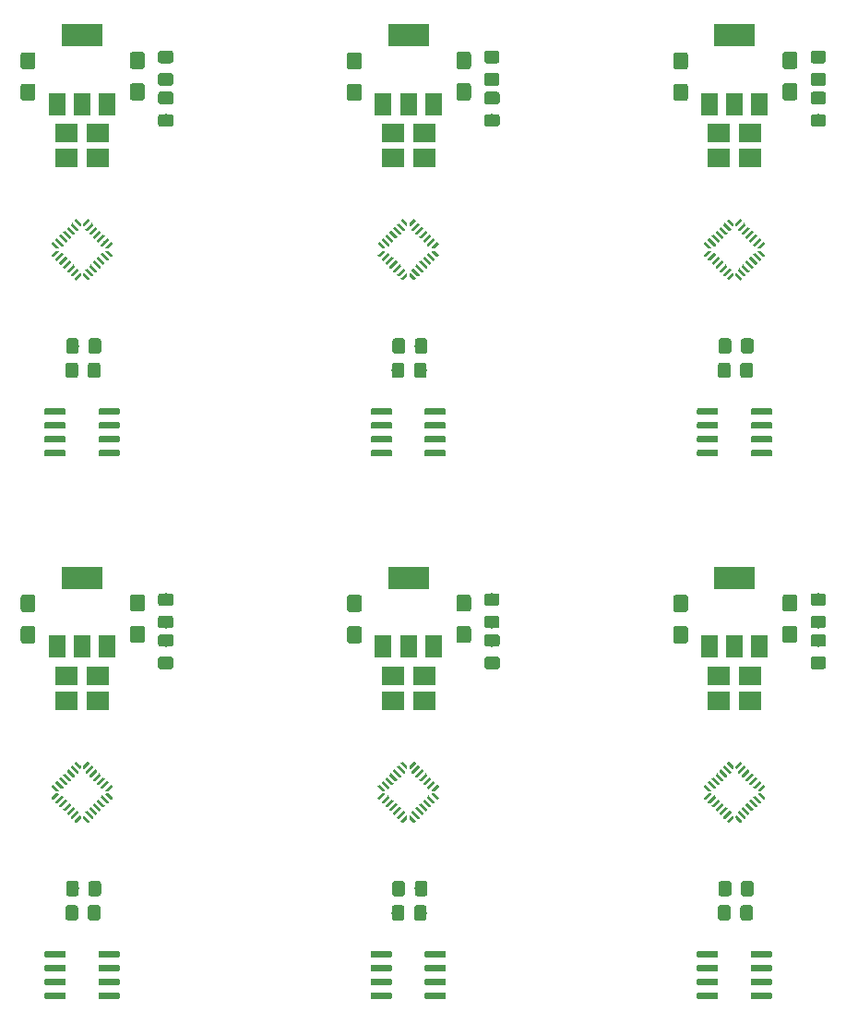
<source format=gtp>
%MOIN*%
%OFA0B0*%
%FSLAX46Y46*%
%IPPOS*%
%LPD*%
%ADD10C,0.0039370078740157488*%
%ADD11C,0.023622047244094488*%
%ADD12R,0.082677165354330714X0.070866141732283464*%
%ADD13R,0.059055118110236227X0.07874015748031496*%
%ADD14R,0.14960629921259844X0.07874015748031496*%
%ADD15C,0.0053883070866141743*%
%ADD16C,0.00984251968503937*%
%ADD17C,0.0452755905511811*%
%ADD18C,0.053149606299212608*%
%ADD29C,0.0039370078740157488*%
%ADD30C,0.023622047244094488*%
%ADD31R,0.082677165354330714X0.070866141732283464*%
%ADD32R,0.059055118110236227X0.07874015748031496*%
%ADD33R,0.14960629921259844X0.07874015748031496*%
%ADD34C,0.0053883070866141743*%
%ADD35C,0.00984251968503937*%
%ADD36C,0.0452755905511811*%
%ADD37C,0.053149606299212608*%
%ADD38C,0.0039370078740157488*%
%ADD39C,0.023622047244094488*%
%ADD40R,0.082677165354330714X0.070866141732283464*%
%ADD41R,0.059055118110236227X0.07874015748031496*%
%ADD42R,0.14960629921259844X0.07874015748031496*%
%ADD43C,0.0053883070866141743*%
%ADD44C,0.00984251968503937*%
%ADD45C,0.0452755905511811*%
%ADD46C,0.053149606299212608*%
%ADD47C,0.0039370078740157488*%
%ADD48C,0.023622047244094488*%
%ADD49R,0.082677165354330714X0.070866141732283464*%
%ADD50R,0.059055118110236227X0.07874015748031496*%
%ADD51R,0.14960629921259844X0.07874015748031496*%
%ADD52C,0.0053883070866141743*%
%ADD53C,0.00984251968503937*%
%ADD54C,0.0452755905511811*%
%ADD55C,0.053149606299212608*%
%ADD56C,0.0039370078740157488*%
%ADD57C,0.023622047244094488*%
%ADD58R,0.082677165354330714X0.070866141732283464*%
%ADD59R,0.059055118110236227X0.07874015748031496*%
%ADD60R,0.14960629921259844X0.07874015748031496*%
%ADD61C,0.0053883070866141743*%
%ADD62C,0.00984251968503937*%
%ADD63C,0.0452755905511811*%
%ADD64C,0.053149606299212608*%
%ADD65C,0.0039370078740157488*%
%ADD66C,0.023622047244094488*%
%ADD67R,0.082677165354330714X0.070866141732283464*%
%ADD68R,0.059055118110236227X0.07874015748031496*%
%ADD69R,0.14960629921259844X0.07874015748031496*%
%ADD70C,0.0053883070866141743*%
%ADD71C,0.00984251968503937*%
%ADD72C,0.0452755905511811*%
%ADD73C,0.053149606299212608*%
D10*
G36*
X0000485618Y0000431782D02*
G01*
X0000486191Y0000431697D01*
X0000486753Y0000431556D01*
X0000487299Y0000431361D01*
X0000487823Y0000431113D01*
X0000488320Y0000430815D01*
X0000488785Y0000430470D01*
X0000489215Y0000430081D01*
X0000489604Y0000429651D01*
X0000489949Y0000429186D01*
X0000490247Y0000428689D01*
X0000490495Y0000428165D01*
X0000490690Y0000427619D01*
X0000490831Y0000427057D01*
X0000490916Y0000426484D01*
X0000490944Y0000425905D01*
X0000490944Y0000414094D01*
X0000490916Y0000413515D01*
X0000490831Y0000412942D01*
X0000490690Y0000412380D01*
X0000490495Y0000411834D01*
X0000490247Y0000411310D01*
X0000489949Y0000410813D01*
X0000489604Y0000410348D01*
X0000489215Y0000409918D01*
X0000488785Y0000409529D01*
X0000488320Y0000409184D01*
X0000487823Y0000408886D01*
X0000487299Y0000408638D01*
X0000486753Y0000408443D01*
X0000486191Y0000408302D01*
X0000485618Y0000408217D01*
X0000485039Y0000408188D01*
X0000420078Y0000408188D01*
X0000419499Y0000408217D01*
X0000418926Y0000408302D01*
X0000418364Y0000408443D01*
X0000417818Y0000408638D01*
X0000417294Y0000408886D01*
X0000416797Y0000409184D01*
X0000416332Y0000409529D01*
X0000415902Y0000409918D01*
X0000415513Y0000410348D01*
X0000415168Y0000410813D01*
X0000414870Y0000411310D01*
X0000414622Y0000411834D01*
X0000414427Y0000412380D01*
X0000414286Y0000412942D01*
X0000414201Y0000413515D01*
X0000414173Y0000414094D01*
X0000414173Y0000425905D01*
X0000414201Y0000426484D01*
X0000414286Y0000427057D01*
X0000414427Y0000427619D01*
X0000414622Y0000428165D01*
X0000414870Y0000428689D01*
X0000415168Y0000429186D01*
X0000415513Y0000429651D01*
X0000415902Y0000430081D01*
X0000416332Y0000430470D01*
X0000416797Y0000430815D01*
X0000417294Y0000431113D01*
X0000417818Y0000431361D01*
X0000418364Y0000431556D01*
X0000418926Y0000431697D01*
X0000419499Y0000431782D01*
X0000420078Y0000431811D01*
X0000485039Y0000431811D01*
X0000485618Y0000431782D01*
X0000485618Y0000431782D01*
G37*
D11*
X0000452559Y0000420000D03*
D10*
G36*
X0000485618Y0000381782D02*
G01*
X0000486191Y0000381697D01*
X0000486753Y0000381556D01*
X0000487299Y0000381361D01*
X0000487823Y0000381113D01*
X0000488320Y0000380815D01*
X0000488785Y0000380470D01*
X0000489215Y0000380081D01*
X0000489604Y0000379651D01*
X0000489949Y0000379186D01*
X0000490247Y0000378689D01*
X0000490495Y0000378165D01*
X0000490690Y0000377619D01*
X0000490831Y0000377057D01*
X0000490916Y0000376484D01*
X0000490944Y0000375905D01*
X0000490944Y0000364094D01*
X0000490916Y0000363515D01*
X0000490831Y0000362942D01*
X0000490690Y0000362380D01*
X0000490495Y0000361834D01*
X0000490247Y0000361310D01*
X0000489949Y0000360813D01*
X0000489604Y0000360348D01*
X0000489215Y0000359918D01*
X0000488785Y0000359529D01*
X0000488320Y0000359184D01*
X0000487823Y0000358886D01*
X0000487299Y0000358638D01*
X0000486753Y0000358443D01*
X0000486191Y0000358302D01*
X0000485618Y0000358217D01*
X0000485039Y0000358188D01*
X0000420078Y0000358188D01*
X0000419499Y0000358217D01*
X0000418926Y0000358302D01*
X0000418364Y0000358443D01*
X0000417818Y0000358638D01*
X0000417294Y0000358886D01*
X0000416797Y0000359184D01*
X0000416332Y0000359529D01*
X0000415902Y0000359918D01*
X0000415513Y0000360348D01*
X0000415168Y0000360813D01*
X0000414870Y0000361310D01*
X0000414622Y0000361834D01*
X0000414427Y0000362380D01*
X0000414286Y0000362942D01*
X0000414201Y0000363515D01*
X0000414173Y0000364094D01*
X0000414173Y0000375905D01*
X0000414201Y0000376484D01*
X0000414286Y0000377057D01*
X0000414427Y0000377619D01*
X0000414622Y0000378165D01*
X0000414870Y0000378689D01*
X0000415168Y0000379186D01*
X0000415513Y0000379651D01*
X0000415902Y0000380081D01*
X0000416332Y0000380470D01*
X0000416797Y0000380815D01*
X0000417294Y0000381113D01*
X0000417818Y0000381361D01*
X0000418364Y0000381556D01*
X0000418926Y0000381697D01*
X0000419499Y0000381782D01*
X0000420078Y0000381811D01*
X0000485039Y0000381811D01*
X0000485618Y0000381782D01*
X0000485618Y0000381782D01*
G37*
D11*
X0000452559Y0000370000D03*
D10*
G36*
X0000485618Y0000331782D02*
G01*
X0000486191Y0000331697D01*
X0000486753Y0000331556D01*
X0000487299Y0000331361D01*
X0000487823Y0000331113D01*
X0000488320Y0000330815D01*
X0000488785Y0000330470D01*
X0000489215Y0000330081D01*
X0000489604Y0000329651D01*
X0000489949Y0000329186D01*
X0000490247Y0000328689D01*
X0000490495Y0000328165D01*
X0000490690Y0000327619D01*
X0000490831Y0000327057D01*
X0000490916Y0000326484D01*
X0000490944Y0000325905D01*
X0000490944Y0000314094D01*
X0000490916Y0000313515D01*
X0000490831Y0000312942D01*
X0000490690Y0000312380D01*
X0000490495Y0000311834D01*
X0000490247Y0000311310D01*
X0000489949Y0000310813D01*
X0000489604Y0000310348D01*
X0000489215Y0000309918D01*
X0000488785Y0000309529D01*
X0000488320Y0000309184D01*
X0000487823Y0000308886D01*
X0000487299Y0000308638D01*
X0000486753Y0000308443D01*
X0000486191Y0000308302D01*
X0000485618Y0000308217D01*
X0000485039Y0000308188D01*
X0000420078Y0000308188D01*
X0000419499Y0000308217D01*
X0000418926Y0000308302D01*
X0000418364Y0000308443D01*
X0000417818Y0000308638D01*
X0000417294Y0000308886D01*
X0000416797Y0000309184D01*
X0000416332Y0000309529D01*
X0000415902Y0000309918D01*
X0000415513Y0000310348D01*
X0000415168Y0000310813D01*
X0000414870Y0000311310D01*
X0000414622Y0000311834D01*
X0000414427Y0000312380D01*
X0000414286Y0000312942D01*
X0000414201Y0000313515D01*
X0000414173Y0000314094D01*
X0000414173Y0000325905D01*
X0000414201Y0000326484D01*
X0000414286Y0000327057D01*
X0000414427Y0000327619D01*
X0000414622Y0000328165D01*
X0000414870Y0000328689D01*
X0000415168Y0000329186D01*
X0000415513Y0000329651D01*
X0000415902Y0000330081D01*
X0000416332Y0000330470D01*
X0000416797Y0000330815D01*
X0000417294Y0000331113D01*
X0000417818Y0000331361D01*
X0000418364Y0000331556D01*
X0000418926Y0000331697D01*
X0000419499Y0000331782D01*
X0000420078Y0000331811D01*
X0000485039Y0000331811D01*
X0000485618Y0000331782D01*
X0000485618Y0000331782D01*
G37*
D11*
X0000452559Y0000320000D03*
D10*
G36*
X0000485618Y0000281782D02*
G01*
X0000486191Y0000281697D01*
X0000486753Y0000281556D01*
X0000487299Y0000281361D01*
X0000487823Y0000281113D01*
X0000488320Y0000280815D01*
X0000488785Y0000280470D01*
X0000489215Y0000280081D01*
X0000489604Y0000279651D01*
X0000489949Y0000279186D01*
X0000490247Y0000278689D01*
X0000490495Y0000278165D01*
X0000490690Y0000277619D01*
X0000490831Y0000277057D01*
X0000490916Y0000276484D01*
X0000490944Y0000275905D01*
X0000490944Y0000264094D01*
X0000490916Y0000263515D01*
X0000490831Y0000262942D01*
X0000490690Y0000262380D01*
X0000490495Y0000261834D01*
X0000490247Y0000261310D01*
X0000489949Y0000260813D01*
X0000489604Y0000260348D01*
X0000489215Y0000259918D01*
X0000488785Y0000259529D01*
X0000488320Y0000259184D01*
X0000487823Y0000258886D01*
X0000487299Y0000258638D01*
X0000486753Y0000258443D01*
X0000486191Y0000258302D01*
X0000485618Y0000258217D01*
X0000485039Y0000258188D01*
X0000420078Y0000258188D01*
X0000419499Y0000258217D01*
X0000418926Y0000258302D01*
X0000418364Y0000258443D01*
X0000417818Y0000258638D01*
X0000417294Y0000258886D01*
X0000416797Y0000259184D01*
X0000416332Y0000259529D01*
X0000415902Y0000259918D01*
X0000415513Y0000260348D01*
X0000415168Y0000260813D01*
X0000414870Y0000261310D01*
X0000414622Y0000261834D01*
X0000414427Y0000262380D01*
X0000414286Y0000262942D01*
X0000414201Y0000263515D01*
X0000414173Y0000264094D01*
X0000414173Y0000275905D01*
X0000414201Y0000276484D01*
X0000414286Y0000277057D01*
X0000414427Y0000277619D01*
X0000414622Y0000278165D01*
X0000414870Y0000278689D01*
X0000415168Y0000279186D01*
X0000415513Y0000279651D01*
X0000415902Y0000280081D01*
X0000416332Y0000280470D01*
X0000416797Y0000280815D01*
X0000417294Y0000281113D01*
X0000417818Y0000281361D01*
X0000418364Y0000281556D01*
X0000418926Y0000281697D01*
X0000419499Y0000281782D01*
X0000420078Y0000281811D01*
X0000485039Y0000281811D01*
X0000485618Y0000281782D01*
X0000485618Y0000281782D01*
G37*
D11*
X0000452559Y0000270000D03*
D10*
G36*
X0000680500Y0000281782D02*
G01*
X0000681073Y0000281697D01*
X0000681635Y0000281556D01*
X0000682181Y0000281361D01*
X0000682705Y0000281113D01*
X0000683202Y0000280815D01*
X0000683667Y0000280470D01*
X0000684097Y0000280081D01*
X0000684486Y0000279651D01*
X0000684831Y0000279186D01*
X0000685129Y0000278689D01*
X0000685377Y0000278165D01*
X0000685572Y0000277619D01*
X0000685713Y0000277057D01*
X0000685798Y0000276484D01*
X0000685826Y0000275905D01*
X0000685826Y0000264094D01*
X0000685798Y0000263515D01*
X0000685713Y0000262942D01*
X0000685572Y0000262380D01*
X0000685377Y0000261834D01*
X0000685129Y0000261310D01*
X0000684831Y0000260813D01*
X0000684486Y0000260348D01*
X0000684097Y0000259918D01*
X0000683667Y0000259529D01*
X0000683202Y0000259184D01*
X0000682705Y0000258886D01*
X0000682181Y0000258638D01*
X0000681635Y0000258443D01*
X0000681073Y0000258302D01*
X0000680500Y0000258217D01*
X0000679921Y0000258188D01*
X0000614960Y0000258188D01*
X0000614381Y0000258217D01*
X0000613808Y0000258302D01*
X0000613246Y0000258443D01*
X0000612700Y0000258638D01*
X0000612176Y0000258886D01*
X0000611679Y0000259184D01*
X0000611214Y0000259529D01*
X0000610784Y0000259918D01*
X0000610395Y0000260348D01*
X0000610050Y0000260813D01*
X0000609752Y0000261310D01*
X0000609504Y0000261834D01*
X0000609309Y0000262380D01*
X0000609168Y0000262942D01*
X0000609083Y0000263515D01*
X0000609055Y0000264094D01*
X0000609055Y0000275905D01*
X0000609083Y0000276484D01*
X0000609168Y0000277057D01*
X0000609309Y0000277619D01*
X0000609504Y0000278165D01*
X0000609752Y0000278689D01*
X0000610050Y0000279186D01*
X0000610395Y0000279651D01*
X0000610784Y0000280081D01*
X0000611214Y0000280470D01*
X0000611679Y0000280815D01*
X0000612176Y0000281113D01*
X0000612700Y0000281361D01*
X0000613246Y0000281556D01*
X0000613808Y0000281697D01*
X0000614381Y0000281782D01*
X0000614960Y0000281811D01*
X0000679921Y0000281811D01*
X0000680500Y0000281782D01*
X0000680500Y0000281782D01*
G37*
D11*
X0000647440Y0000270000D03*
D10*
G36*
X0000680500Y0000331782D02*
G01*
X0000681073Y0000331697D01*
X0000681635Y0000331556D01*
X0000682181Y0000331361D01*
X0000682705Y0000331113D01*
X0000683202Y0000330815D01*
X0000683667Y0000330470D01*
X0000684097Y0000330081D01*
X0000684486Y0000329651D01*
X0000684831Y0000329186D01*
X0000685129Y0000328689D01*
X0000685377Y0000328165D01*
X0000685572Y0000327619D01*
X0000685713Y0000327057D01*
X0000685798Y0000326484D01*
X0000685826Y0000325905D01*
X0000685826Y0000314094D01*
X0000685798Y0000313515D01*
X0000685713Y0000312942D01*
X0000685572Y0000312380D01*
X0000685377Y0000311834D01*
X0000685129Y0000311310D01*
X0000684831Y0000310813D01*
X0000684486Y0000310348D01*
X0000684097Y0000309918D01*
X0000683667Y0000309529D01*
X0000683202Y0000309184D01*
X0000682705Y0000308886D01*
X0000682181Y0000308638D01*
X0000681635Y0000308443D01*
X0000681073Y0000308302D01*
X0000680500Y0000308217D01*
X0000679921Y0000308188D01*
X0000614960Y0000308188D01*
X0000614381Y0000308217D01*
X0000613808Y0000308302D01*
X0000613246Y0000308443D01*
X0000612700Y0000308638D01*
X0000612176Y0000308886D01*
X0000611679Y0000309184D01*
X0000611214Y0000309529D01*
X0000610784Y0000309918D01*
X0000610395Y0000310348D01*
X0000610050Y0000310813D01*
X0000609752Y0000311310D01*
X0000609504Y0000311834D01*
X0000609309Y0000312380D01*
X0000609168Y0000312942D01*
X0000609083Y0000313515D01*
X0000609055Y0000314094D01*
X0000609055Y0000325905D01*
X0000609083Y0000326484D01*
X0000609168Y0000327057D01*
X0000609309Y0000327619D01*
X0000609504Y0000328165D01*
X0000609752Y0000328689D01*
X0000610050Y0000329186D01*
X0000610395Y0000329651D01*
X0000610784Y0000330081D01*
X0000611214Y0000330470D01*
X0000611679Y0000330815D01*
X0000612176Y0000331113D01*
X0000612700Y0000331361D01*
X0000613246Y0000331556D01*
X0000613808Y0000331697D01*
X0000614381Y0000331782D01*
X0000614960Y0000331811D01*
X0000679921Y0000331811D01*
X0000680500Y0000331782D01*
X0000680500Y0000331782D01*
G37*
D11*
X0000647440Y0000320000D03*
D10*
G36*
X0000680500Y0000381782D02*
G01*
X0000681073Y0000381697D01*
X0000681635Y0000381556D01*
X0000682181Y0000381361D01*
X0000682705Y0000381113D01*
X0000683202Y0000380815D01*
X0000683667Y0000380470D01*
X0000684097Y0000380081D01*
X0000684486Y0000379651D01*
X0000684831Y0000379186D01*
X0000685129Y0000378689D01*
X0000685377Y0000378165D01*
X0000685572Y0000377619D01*
X0000685713Y0000377057D01*
X0000685798Y0000376484D01*
X0000685826Y0000375905D01*
X0000685826Y0000364094D01*
X0000685798Y0000363515D01*
X0000685713Y0000362942D01*
X0000685572Y0000362380D01*
X0000685377Y0000361834D01*
X0000685129Y0000361310D01*
X0000684831Y0000360813D01*
X0000684486Y0000360348D01*
X0000684097Y0000359918D01*
X0000683667Y0000359529D01*
X0000683202Y0000359184D01*
X0000682705Y0000358886D01*
X0000682181Y0000358638D01*
X0000681635Y0000358443D01*
X0000681073Y0000358302D01*
X0000680500Y0000358217D01*
X0000679921Y0000358188D01*
X0000614960Y0000358188D01*
X0000614381Y0000358217D01*
X0000613808Y0000358302D01*
X0000613246Y0000358443D01*
X0000612700Y0000358638D01*
X0000612176Y0000358886D01*
X0000611679Y0000359184D01*
X0000611214Y0000359529D01*
X0000610784Y0000359918D01*
X0000610395Y0000360348D01*
X0000610050Y0000360813D01*
X0000609752Y0000361310D01*
X0000609504Y0000361834D01*
X0000609309Y0000362380D01*
X0000609168Y0000362942D01*
X0000609083Y0000363515D01*
X0000609055Y0000364094D01*
X0000609055Y0000375905D01*
X0000609083Y0000376484D01*
X0000609168Y0000377057D01*
X0000609309Y0000377619D01*
X0000609504Y0000378165D01*
X0000609752Y0000378689D01*
X0000610050Y0000379186D01*
X0000610395Y0000379651D01*
X0000610784Y0000380081D01*
X0000611214Y0000380470D01*
X0000611679Y0000380815D01*
X0000612176Y0000381113D01*
X0000612700Y0000381361D01*
X0000613246Y0000381556D01*
X0000613808Y0000381697D01*
X0000614381Y0000381782D01*
X0000614960Y0000381811D01*
X0000679921Y0000381811D01*
X0000680500Y0000381782D01*
X0000680500Y0000381782D01*
G37*
D11*
X0000647440Y0000370000D03*
D10*
G36*
X0000680500Y0000431782D02*
G01*
X0000681073Y0000431697D01*
X0000681635Y0000431556D01*
X0000682181Y0000431361D01*
X0000682705Y0000431113D01*
X0000683202Y0000430815D01*
X0000683667Y0000430470D01*
X0000684097Y0000430081D01*
X0000684486Y0000429651D01*
X0000684831Y0000429186D01*
X0000685129Y0000428689D01*
X0000685377Y0000428165D01*
X0000685572Y0000427619D01*
X0000685713Y0000427057D01*
X0000685798Y0000426484D01*
X0000685826Y0000425905D01*
X0000685826Y0000414094D01*
X0000685798Y0000413515D01*
X0000685713Y0000412942D01*
X0000685572Y0000412380D01*
X0000685377Y0000411834D01*
X0000685129Y0000411310D01*
X0000684831Y0000410813D01*
X0000684486Y0000410348D01*
X0000684097Y0000409918D01*
X0000683667Y0000409529D01*
X0000683202Y0000409184D01*
X0000682705Y0000408886D01*
X0000682181Y0000408638D01*
X0000681635Y0000408443D01*
X0000681073Y0000408302D01*
X0000680500Y0000408217D01*
X0000679921Y0000408188D01*
X0000614960Y0000408188D01*
X0000614381Y0000408217D01*
X0000613808Y0000408302D01*
X0000613246Y0000408443D01*
X0000612700Y0000408638D01*
X0000612176Y0000408886D01*
X0000611679Y0000409184D01*
X0000611214Y0000409529D01*
X0000610784Y0000409918D01*
X0000610395Y0000410348D01*
X0000610050Y0000410813D01*
X0000609752Y0000411310D01*
X0000609504Y0000411834D01*
X0000609309Y0000412380D01*
X0000609168Y0000412942D01*
X0000609083Y0000413515D01*
X0000609055Y0000414094D01*
X0000609055Y0000425905D01*
X0000609083Y0000426484D01*
X0000609168Y0000427057D01*
X0000609309Y0000427619D01*
X0000609504Y0000428165D01*
X0000609752Y0000428689D01*
X0000610050Y0000429186D01*
X0000610395Y0000429651D01*
X0000610784Y0000430081D01*
X0000611214Y0000430470D01*
X0000611679Y0000430815D01*
X0000612176Y0000431113D01*
X0000612700Y0000431361D01*
X0000613246Y0000431556D01*
X0000613808Y0000431697D01*
X0000614381Y0000431782D01*
X0000614960Y0000431811D01*
X0000679921Y0000431811D01*
X0000680500Y0000431782D01*
X0000680500Y0000431782D01*
G37*
D11*
X0000647440Y0000420000D03*
D12*
X0000607500Y0001334448D03*
X0000493326Y0001334448D03*
X0000493326Y0001425000D03*
X0000607500Y0001425000D03*
D13*
X0000459448Y0001530984D03*
X0000640551Y0001530984D03*
X0000550000Y0001530984D03*
D14*
X0000550000Y0001779015D03*
D15*
X0000647366Y0000991150D03*
D10*
G36*
X0000655379Y0000978193D02*
G01*
X0000655073Y0000978029D01*
X0000654741Y0000977929D01*
X0000654395Y0000977894D01*
X0000654050Y0000977929D01*
X0000653717Y0000978029D01*
X0000653411Y0000978193D01*
X0000653142Y0000978413D01*
X0000634630Y0000996926D01*
X0000634409Y0000997195D01*
X0000634246Y0000997501D01*
X0000634145Y0000997833D01*
X0000634111Y0000998179D01*
X0000634145Y0000998525D01*
X0000634246Y0000998857D01*
X0000634409Y0000999163D01*
X0000634630Y0000999432D01*
X0000635363Y0001000166D01*
X0000635632Y0001000386D01*
X0000635938Y0001000550D01*
X0000636271Y0001000650D01*
X0000636616Y0001000684D01*
X0000644057Y0001000684D01*
X0000644403Y0001000650D01*
X0000644735Y0001000550D01*
X0000645041Y0001000386D01*
X0000645310Y0001000166D01*
X0000660102Y0000985373D01*
X0000660322Y0000985105D01*
X0000660486Y0000984798D01*
X0000660587Y0000984466D01*
X0000660621Y0000984120D01*
X0000660587Y0000983775D01*
X0000660486Y0000983442D01*
X0000660322Y0000983136D01*
X0000660102Y0000982868D01*
X0000655648Y0000978413D01*
X0000655379Y0000978193D01*
X0000655379Y0000978193D01*
G37*
G36*
X0000623318Y0000993529D02*
G01*
X0000623557Y0000993493D01*
X0000623791Y0000993435D01*
X0000624018Y0000993353D01*
X0000624236Y0000993250D01*
X0000624444Y0000993126D01*
X0000624637Y0000992982D01*
X0000624816Y0000992820D01*
X0000645696Y0000971941D01*
X0000645858Y0000971762D01*
X0000646002Y0000971568D01*
X0000646126Y0000971361D01*
X0000646229Y0000971143D01*
X0000646310Y0000970915D01*
X0000646369Y0000970681D01*
X0000646404Y0000970442D01*
X0000646416Y0000970201D01*
X0000646404Y0000969960D01*
X0000646369Y0000969721D01*
X0000646310Y0000969487D01*
X0000646229Y0000969259D01*
X0000646126Y0000969041D01*
X0000646002Y0000968834D01*
X0000645858Y0000968640D01*
X0000645696Y0000968461D01*
X0000642216Y0000964981D01*
X0000642037Y0000964819D01*
X0000641843Y0000964675D01*
X0000641636Y0000964551D01*
X0000641417Y0000964448D01*
X0000641190Y0000964366D01*
X0000640956Y0000964308D01*
X0000640717Y0000964272D01*
X0000640476Y0000964260D01*
X0000640235Y0000964272D01*
X0000639996Y0000964308D01*
X0000639761Y0000964366D01*
X0000639534Y0000964448D01*
X0000639316Y0000964551D01*
X0000639109Y0000964675D01*
X0000638915Y0000964819D01*
X0000638736Y0000964981D01*
X0000617857Y0000985860D01*
X0000617695Y0000986039D01*
X0000617551Y0000986233D01*
X0000617427Y0000986440D01*
X0000617323Y0000986659D01*
X0000617242Y0000986886D01*
X0000617183Y0000987120D01*
X0000617148Y0000987359D01*
X0000617136Y0000987600D01*
X0000617148Y0000987841D01*
X0000617183Y0000988080D01*
X0000617242Y0000988315D01*
X0000617323Y0000988542D01*
X0000617427Y0000988760D01*
X0000617551Y0000988967D01*
X0000617695Y0000989161D01*
X0000617857Y0000989340D01*
X0000621337Y0000992820D01*
X0000621515Y0000992982D01*
X0000621709Y0000993126D01*
X0000621917Y0000993250D01*
X0000622135Y0000993353D01*
X0000622362Y0000993435D01*
X0000622596Y0000993493D01*
X0000622835Y0000993529D01*
X0000623076Y0000993541D01*
X0000623318Y0000993529D01*
X0000623318Y0000993529D01*
G37*
D16*
X0000631776Y0000978901D03*
D10*
G36*
X0000609398Y0000979609D02*
G01*
X0000609637Y0000979574D01*
X0000609871Y0000979515D01*
X0000610099Y0000979434D01*
X0000610317Y0000979331D01*
X0000610524Y0000979207D01*
X0000610718Y0000979063D01*
X0000610897Y0000978901D01*
X0000631776Y0000958021D01*
X0000631938Y0000957843D01*
X0000632082Y0000957649D01*
X0000632206Y0000957441D01*
X0000632310Y0000957223D01*
X0000632391Y0000956996D01*
X0000632450Y0000956762D01*
X0000632485Y0000956523D01*
X0000632497Y0000956282D01*
X0000632485Y0000956040D01*
X0000632450Y0000955801D01*
X0000632391Y0000955567D01*
X0000632310Y0000955340D01*
X0000632206Y0000955122D01*
X0000632082Y0000954914D01*
X0000631938Y0000954720D01*
X0000631776Y0000954542D01*
X0000628296Y0000951062D01*
X0000628117Y0000950900D01*
X0000627923Y0000950756D01*
X0000627716Y0000950632D01*
X0000627498Y0000950528D01*
X0000627271Y0000950447D01*
X0000627036Y0000950388D01*
X0000626798Y0000950353D01*
X0000626556Y0000950341D01*
X0000626315Y0000950353D01*
X0000626076Y0000950388D01*
X0000625842Y0000950447D01*
X0000625615Y0000950528D01*
X0000625396Y0000950632D01*
X0000625189Y0000950756D01*
X0000624995Y0000950900D01*
X0000624816Y0000951062D01*
X0000603937Y0000971941D01*
X0000603775Y0000972120D01*
X0000603631Y0000972314D01*
X0000603507Y0000972521D01*
X0000603404Y0000972739D01*
X0000603322Y0000972967D01*
X0000603264Y0000973201D01*
X0000603228Y0000973440D01*
X0000603217Y0000973681D01*
X0000603228Y0000973922D01*
X0000603264Y0000974161D01*
X0000603322Y0000974395D01*
X0000603404Y0000974622D01*
X0000603507Y0000974841D01*
X0000603631Y0000975048D01*
X0000603775Y0000975242D01*
X0000603937Y0000975421D01*
X0000607417Y0000978901D01*
X0000607596Y0000979063D01*
X0000607790Y0000979207D01*
X0000607997Y0000979331D01*
X0000608215Y0000979434D01*
X0000608443Y0000979515D01*
X0000608677Y0000979574D01*
X0000608916Y0000979609D01*
X0000609157Y0000979621D01*
X0000609398Y0000979609D01*
X0000609398Y0000979609D01*
G37*
D16*
X0000617857Y0000964981D03*
D10*
G36*
X0000595479Y0000965690D02*
G01*
X0000595718Y0000965655D01*
X0000595952Y0000965596D01*
X0000596179Y0000965515D01*
X0000596398Y0000965411D01*
X0000596605Y0000965287D01*
X0000596799Y0000965143D01*
X0000596978Y0000964981D01*
X0000617857Y0000944102D01*
X0000618019Y0000943923D01*
X0000618163Y0000943729D01*
X0000618287Y0000943522D01*
X0000618390Y0000943304D01*
X0000618471Y0000943076D01*
X0000618530Y0000942842D01*
X0000618566Y0000942603D01*
X0000618577Y0000942362D01*
X0000618566Y0000942121D01*
X0000618530Y0000941882D01*
X0000618471Y0000941648D01*
X0000618390Y0000941420D01*
X0000618287Y0000941202D01*
X0000618163Y0000940995D01*
X0000618019Y0000940801D01*
X0000617857Y0000940622D01*
X0000614377Y0000937142D01*
X0000614198Y0000936980D01*
X0000614004Y0000936836D01*
X0000613797Y0000936712D01*
X0000613579Y0000936609D01*
X0000613351Y0000936528D01*
X0000613117Y0000936469D01*
X0000612878Y0000936433D01*
X0000612637Y0000936422D01*
X0000612396Y0000936433D01*
X0000612157Y0000936469D01*
X0000611923Y0000936528D01*
X0000611695Y0000936609D01*
X0000611477Y0000936712D01*
X0000611270Y0000936836D01*
X0000611076Y0000936980D01*
X0000610897Y0000937142D01*
X0000590018Y0000958021D01*
X0000589856Y0000958200D01*
X0000589712Y0000958394D01*
X0000589588Y0000958601D01*
X0000589484Y0000958820D01*
X0000589403Y0000959047D01*
X0000589344Y0000959281D01*
X0000589309Y0000959520D01*
X0000589297Y0000959761D01*
X0000589309Y0000960003D01*
X0000589344Y0000960241D01*
X0000589403Y0000960476D01*
X0000589484Y0000960703D01*
X0000589588Y0000960921D01*
X0000589712Y0000961128D01*
X0000589856Y0000961322D01*
X0000590018Y0000961501D01*
X0000593498Y0000964981D01*
X0000593677Y0000965143D01*
X0000593871Y0000965287D01*
X0000594078Y0000965411D01*
X0000594296Y0000965515D01*
X0000594523Y0000965596D01*
X0000594758Y0000965655D01*
X0000594996Y0000965690D01*
X0000595238Y0000965702D01*
X0000595479Y0000965690D01*
X0000595479Y0000965690D01*
G37*
D16*
X0000603937Y0000951062D03*
D10*
G36*
X0000581559Y0000951771D02*
G01*
X0000581798Y0000951735D01*
X0000582032Y0000951676D01*
X0000582260Y0000951595D01*
X0000582478Y0000951492D01*
X0000582685Y0000951368D01*
X0000582879Y0000951224D01*
X0000583058Y0000951062D01*
X0000603937Y0000930183D01*
X0000604099Y0000930004D01*
X0000604243Y0000929810D01*
X0000604367Y0000929603D01*
X0000604471Y0000929384D01*
X0000604552Y0000929157D01*
X0000604611Y0000928923D01*
X0000604646Y0000928684D01*
X0000604658Y0000928443D01*
X0000604646Y0000928201D01*
X0000604611Y0000927963D01*
X0000604552Y0000927728D01*
X0000604471Y0000927501D01*
X0000604367Y0000927283D01*
X0000604243Y0000927076D01*
X0000604099Y0000926882D01*
X0000603937Y0000926703D01*
X0000600457Y0000923223D01*
X0000600279Y0000923061D01*
X0000600085Y0000922917D01*
X0000599877Y0000922793D01*
X0000599659Y0000922690D01*
X0000599432Y0000922608D01*
X0000599198Y0000922549D01*
X0000598959Y0000922514D01*
X0000598717Y0000922502D01*
X0000598476Y0000922514D01*
X0000598237Y0000922549D01*
X0000598003Y0000922608D01*
X0000597776Y0000922690D01*
X0000597558Y0000922793D01*
X0000597350Y0000922917D01*
X0000597156Y0000923061D01*
X0000596978Y0000923223D01*
X0000576098Y0000944102D01*
X0000575936Y0000944281D01*
X0000575792Y0000944475D01*
X0000575668Y0000944682D01*
X0000575565Y0000944900D01*
X0000575484Y0000945128D01*
X0000575425Y0000945362D01*
X0000575390Y0000945601D01*
X0000575378Y0000945842D01*
X0000575390Y0000946083D01*
X0000575425Y0000946322D01*
X0000575484Y0000946556D01*
X0000575565Y0000946784D01*
X0000575668Y0000947002D01*
X0000575792Y0000947209D01*
X0000575936Y0000947403D01*
X0000576098Y0000947582D01*
X0000579578Y0000951062D01*
X0000579757Y0000951224D01*
X0000579951Y0000951368D01*
X0000580158Y0000951492D01*
X0000580377Y0000951595D01*
X0000580604Y0000951676D01*
X0000580838Y0000951735D01*
X0000581077Y0000951771D01*
X0000581318Y0000951782D01*
X0000581559Y0000951771D01*
X0000581559Y0000951771D01*
G37*
D16*
X0000590018Y0000937142D03*
D10*
G36*
X0000567640Y0000937851D02*
G01*
X0000567879Y0000937816D01*
X0000568113Y0000937757D01*
X0000568340Y0000937676D01*
X0000568559Y0000937572D01*
X0000568766Y0000937448D01*
X0000568960Y0000937304D01*
X0000569139Y0000937142D01*
X0000590018Y0000916263D01*
X0000590180Y0000916084D01*
X0000590324Y0000915890D01*
X0000590448Y0000915683D01*
X0000590551Y0000915465D01*
X0000590633Y0000915238D01*
X0000590691Y0000915003D01*
X0000590727Y0000914764D01*
X0000590739Y0000914523D01*
X0000590727Y0000914282D01*
X0000590691Y0000914043D01*
X0000590633Y0000913809D01*
X0000590551Y0000913582D01*
X0000590448Y0000913363D01*
X0000590324Y0000913156D01*
X0000590180Y0000912962D01*
X0000590018Y0000912783D01*
X0000586538Y0000909303D01*
X0000586359Y0000909141D01*
X0000586165Y0000908997D01*
X0000585958Y0000908873D01*
X0000585740Y0000908770D01*
X0000585512Y0000908689D01*
X0000585278Y0000908630D01*
X0000585039Y0000908595D01*
X0000584798Y0000908583D01*
X0000584557Y0000908595D01*
X0000584318Y0000908630D01*
X0000584084Y0000908689D01*
X0000583856Y0000908770D01*
X0000583638Y0000908873D01*
X0000583431Y0000908997D01*
X0000583237Y0000909141D01*
X0000583058Y0000909303D01*
X0000562179Y0000930183D01*
X0000562017Y0000930362D01*
X0000561873Y0000930555D01*
X0000561749Y0000930763D01*
X0000561646Y0000930981D01*
X0000561564Y0000931208D01*
X0000561506Y0000931442D01*
X0000561470Y0000931681D01*
X0000561458Y0000931923D01*
X0000561470Y0000932164D01*
X0000561506Y0000932403D01*
X0000561564Y0000932637D01*
X0000561646Y0000932864D01*
X0000561749Y0000933082D01*
X0000561873Y0000933290D01*
X0000562017Y0000933484D01*
X0000562179Y0000933662D01*
X0000565659Y0000937142D01*
X0000565838Y0000937304D01*
X0000566032Y0000937448D01*
X0000566239Y0000937572D01*
X0000566457Y0000937676D01*
X0000566685Y0000937757D01*
X0000566919Y0000937816D01*
X0000567158Y0000937851D01*
X0000567399Y0000937863D01*
X0000567640Y0000937851D01*
X0000567640Y0000937851D01*
G37*
D16*
X0000576098Y0000923223D03*
D15*
X0000563849Y0000907633D03*
D10*
G36*
X0000571863Y0000894677D02*
G01*
X0000571557Y0000894513D01*
X0000571224Y0000894412D01*
X0000570879Y0000894378D01*
X0000570533Y0000894412D01*
X0000570201Y0000894513D01*
X0000569894Y0000894677D01*
X0000569626Y0000894897D01*
X0000554833Y0000909689D01*
X0000554613Y0000909958D01*
X0000554449Y0000910264D01*
X0000554349Y0000910596D01*
X0000554315Y0000910942D01*
X0000554315Y0000918383D01*
X0000554349Y0000918728D01*
X0000554449Y0000919061D01*
X0000554613Y0000919367D01*
X0000554833Y0000919636D01*
X0000555567Y0000920369D01*
X0000555836Y0000920590D01*
X0000556142Y0000920753D01*
X0000556474Y0000920854D01*
X0000556820Y0000920888D01*
X0000557166Y0000920854D01*
X0000557498Y0000920753D01*
X0000557804Y0000920590D01*
X0000558073Y0000920369D01*
X0000576586Y0000901857D01*
X0000576806Y0000901588D01*
X0000576970Y0000901282D01*
X0000577070Y0000900949D01*
X0000577105Y0000900604D01*
X0000577070Y0000900258D01*
X0000576970Y0000899926D01*
X0000576806Y0000899620D01*
X0000576586Y0000899351D01*
X0000572131Y0000894897D01*
X0000571863Y0000894677D01*
X0000571863Y0000894677D01*
G37*
D15*
X0000536150Y0000907633D03*
D10*
G36*
X0000530105Y0000894677D02*
G01*
X0000529798Y0000894513D01*
X0000529466Y0000894412D01*
X0000529120Y0000894378D01*
X0000528775Y0000894412D01*
X0000528442Y0000894513D01*
X0000528136Y0000894677D01*
X0000527868Y0000894897D01*
X0000523413Y0000899351D01*
X0000523193Y0000899620D01*
X0000523029Y0000899926D01*
X0000522929Y0000900258D01*
X0000522894Y0000900604D01*
X0000522929Y0000900949D01*
X0000523029Y0000901282D01*
X0000523193Y0000901588D01*
X0000523413Y0000901857D01*
X0000541926Y0000920369D01*
X0000542195Y0000920590D01*
X0000542501Y0000920753D01*
X0000542833Y0000920854D01*
X0000543179Y0000920888D01*
X0000543525Y0000920854D01*
X0000543857Y0000920753D01*
X0000544163Y0000920590D01*
X0000544432Y0000920369D01*
X0000545166Y0000919636D01*
X0000545386Y0000919367D01*
X0000545550Y0000919061D01*
X0000545650Y0000918728D01*
X0000545684Y0000918383D01*
X0000545684Y0000910942D01*
X0000545650Y0000910596D01*
X0000545550Y0000910264D01*
X0000545386Y0000909958D01*
X0000545166Y0000909689D01*
X0000530373Y0000894897D01*
X0000530105Y0000894677D01*
X0000530105Y0000894677D01*
G37*
G36*
X0000532841Y0000937851D02*
G01*
X0000533080Y0000937816D01*
X0000533315Y0000937757D01*
X0000533542Y0000937676D01*
X0000533760Y0000937572D01*
X0000533967Y0000937448D01*
X0000534161Y0000937304D01*
X0000534340Y0000937142D01*
X0000537820Y0000933662D01*
X0000537982Y0000933484D01*
X0000538126Y0000933290D01*
X0000538250Y0000933082D01*
X0000538353Y0000932864D01*
X0000538435Y0000932637D01*
X0000538493Y0000932403D01*
X0000538529Y0000932164D01*
X0000538541Y0000931923D01*
X0000538529Y0000931681D01*
X0000538493Y0000931442D01*
X0000538435Y0000931208D01*
X0000538353Y0000930981D01*
X0000538250Y0000930763D01*
X0000538126Y0000930555D01*
X0000537982Y0000930362D01*
X0000537820Y0000930183D01*
X0000516941Y0000909303D01*
X0000516762Y0000909141D01*
X0000516568Y0000908997D01*
X0000516361Y0000908873D01*
X0000516143Y0000908770D01*
X0000515915Y0000908689D01*
X0000515681Y0000908630D01*
X0000515442Y0000908595D01*
X0000515201Y0000908583D01*
X0000514960Y0000908595D01*
X0000514721Y0000908630D01*
X0000514487Y0000908689D01*
X0000514259Y0000908770D01*
X0000514041Y0000908873D01*
X0000513834Y0000908997D01*
X0000513640Y0000909141D01*
X0000513461Y0000909303D01*
X0000509981Y0000912783D01*
X0000509819Y0000912962D01*
X0000509675Y0000913156D01*
X0000509551Y0000913363D01*
X0000509448Y0000913582D01*
X0000509366Y0000913809D01*
X0000509308Y0000914043D01*
X0000509272Y0000914282D01*
X0000509260Y0000914523D01*
X0000509272Y0000914764D01*
X0000509308Y0000915003D01*
X0000509366Y0000915238D01*
X0000509448Y0000915465D01*
X0000509551Y0000915683D01*
X0000509675Y0000915890D01*
X0000509819Y0000916084D01*
X0000509981Y0000916263D01*
X0000530860Y0000937142D01*
X0000531039Y0000937304D01*
X0000531233Y0000937448D01*
X0000531440Y0000937572D01*
X0000531659Y0000937676D01*
X0000531886Y0000937757D01*
X0000532120Y0000937816D01*
X0000532359Y0000937851D01*
X0000532600Y0000937863D01*
X0000532841Y0000937851D01*
X0000532841Y0000937851D01*
G37*
D16*
X0000523901Y0000923223D03*
D10*
G36*
X0000518922Y0000951771D02*
G01*
X0000519161Y0000951735D01*
X0000519395Y0000951676D01*
X0000519622Y0000951595D01*
X0000519841Y0000951492D01*
X0000520048Y0000951368D01*
X0000520242Y0000951224D01*
X0000520421Y0000951062D01*
X0000523901Y0000947582D01*
X0000524063Y0000947403D01*
X0000524207Y0000947209D01*
X0000524331Y0000947002D01*
X0000524434Y0000946784D01*
X0000524515Y0000946556D01*
X0000524574Y0000946322D01*
X0000524609Y0000946083D01*
X0000524621Y0000945842D01*
X0000524609Y0000945601D01*
X0000524574Y0000945362D01*
X0000524515Y0000945128D01*
X0000524434Y0000944900D01*
X0000524331Y0000944682D01*
X0000524207Y0000944475D01*
X0000524063Y0000944281D01*
X0000523901Y0000944102D01*
X0000503021Y0000923223D01*
X0000502843Y0000923061D01*
X0000502649Y0000922917D01*
X0000502441Y0000922793D01*
X0000502223Y0000922690D01*
X0000501996Y0000922608D01*
X0000501762Y0000922549D01*
X0000501523Y0000922514D01*
X0000501282Y0000922502D01*
X0000501040Y0000922514D01*
X0000500801Y0000922549D01*
X0000500567Y0000922608D01*
X0000500340Y0000922690D01*
X0000500122Y0000922793D01*
X0000499914Y0000922917D01*
X0000499720Y0000923061D01*
X0000499542Y0000923223D01*
X0000496062Y0000926703D01*
X0000495900Y0000926882D01*
X0000495756Y0000927076D01*
X0000495632Y0000927283D01*
X0000495528Y0000927501D01*
X0000495447Y0000927728D01*
X0000495388Y0000927963D01*
X0000495353Y0000928201D01*
X0000495341Y0000928443D01*
X0000495353Y0000928684D01*
X0000495388Y0000928923D01*
X0000495447Y0000929157D01*
X0000495528Y0000929384D01*
X0000495632Y0000929603D01*
X0000495756Y0000929810D01*
X0000495900Y0000930004D01*
X0000496062Y0000930183D01*
X0000516941Y0000951062D01*
X0000517120Y0000951224D01*
X0000517314Y0000951368D01*
X0000517521Y0000951492D01*
X0000517739Y0000951595D01*
X0000517967Y0000951676D01*
X0000518201Y0000951735D01*
X0000518440Y0000951771D01*
X0000518681Y0000951782D01*
X0000518922Y0000951771D01*
X0000518922Y0000951771D01*
G37*
D16*
X0000509981Y0000937142D03*
D10*
G36*
X0000505003Y0000965690D02*
G01*
X0000505241Y0000965655D01*
X0000505476Y0000965596D01*
X0000505703Y0000965515D01*
X0000505921Y0000965411D01*
X0000506128Y0000965287D01*
X0000506322Y0000965143D01*
X0000506501Y0000964981D01*
X0000509981Y0000961501D01*
X0000510143Y0000961322D01*
X0000510287Y0000961128D01*
X0000510411Y0000960921D01*
X0000510515Y0000960703D01*
X0000510596Y0000960476D01*
X0000510655Y0000960241D01*
X0000510690Y0000960003D01*
X0000510702Y0000959761D01*
X0000510690Y0000959520D01*
X0000510655Y0000959281D01*
X0000510596Y0000959047D01*
X0000510515Y0000958820D01*
X0000510411Y0000958601D01*
X0000510287Y0000958394D01*
X0000510143Y0000958200D01*
X0000509981Y0000958021D01*
X0000489102Y0000937142D01*
X0000488923Y0000936980D01*
X0000488729Y0000936836D01*
X0000488522Y0000936712D01*
X0000488304Y0000936609D01*
X0000488076Y0000936528D01*
X0000487842Y0000936469D01*
X0000487603Y0000936433D01*
X0000487362Y0000936422D01*
X0000487121Y0000936433D01*
X0000486882Y0000936469D01*
X0000486648Y0000936528D01*
X0000486420Y0000936609D01*
X0000486202Y0000936712D01*
X0000485995Y0000936836D01*
X0000485801Y0000936980D01*
X0000485622Y0000937142D01*
X0000482142Y0000940622D01*
X0000481980Y0000940801D01*
X0000481836Y0000940995D01*
X0000481712Y0000941202D01*
X0000481609Y0000941420D01*
X0000481528Y0000941648D01*
X0000481469Y0000941882D01*
X0000481433Y0000942121D01*
X0000481422Y0000942362D01*
X0000481433Y0000942603D01*
X0000481469Y0000942842D01*
X0000481528Y0000943076D01*
X0000481609Y0000943304D01*
X0000481712Y0000943522D01*
X0000481836Y0000943729D01*
X0000481980Y0000943923D01*
X0000482142Y0000944102D01*
X0000503021Y0000964981D01*
X0000503200Y0000965143D01*
X0000503394Y0000965287D01*
X0000503601Y0000965411D01*
X0000503820Y0000965515D01*
X0000504047Y0000965596D01*
X0000504281Y0000965655D01*
X0000504520Y0000965690D01*
X0000504761Y0000965702D01*
X0000505003Y0000965690D01*
X0000505003Y0000965690D01*
G37*
D16*
X0000496062Y0000951062D03*
D10*
G36*
X0000491083Y0000979609D02*
G01*
X0000491322Y0000979574D01*
X0000491556Y0000979515D01*
X0000491784Y0000979434D01*
X0000492002Y0000979331D01*
X0000492209Y0000979207D01*
X0000492403Y0000979063D01*
X0000492582Y0000978901D01*
X0000496062Y0000975421D01*
X0000496224Y0000975242D01*
X0000496368Y0000975048D01*
X0000496492Y0000974841D01*
X0000496595Y0000974622D01*
X0000496676Y0000974395D01*
X0000496735Y0000974161D01*
X0000496771Y0000973922D01*
X0000496782Y0000973681D01*
X0000496771Y0000973440D01*
X0000496735Y0000973201D01*
X0000496676Y0000972967D01*
X0000496595Y0000972739D01*
X0000496492Y0000972521D01*
X0000496368Y0000972314D01*
X0000496224Y0000972120D01*
X0000496062Y0000971941D01*
X0000475183Y0000951062D01*
X0000475004Y0000950900D01*
X0000474810Y0000950756D01*
X0000474603Y0000950632D01*
X0000474384Y0000950528D01*
X0000474157Y0000950447D01*
X0000473923Y0000950388D01*
X0000473684Y0000950353D01*
X0000473443Y0000950341D01*
X0000473201Y0000950353D01*
X0000472963Y0000950388D01*
X0000472728Y0000950447D01*
X0000472501Y0000950528D01*
X0000472283Y0000950632D01*
X0000472076Y0000950756D01*
X0000471882Y0000950900D01*
X0000471703Y0000951062D01*
X0000468223Y0000954542D01*
X0000468061Y0000954720D01*
X0000467917Y0000954914D01*
X0000467793Y0000955122D01*
X0000467690Y0000955340D01*
X0000467608Y0000955567D01*
X0000467549Y0000955801D01*
X0000467514Y0000956040D01*
X0000467502Y0000956282D01*
X0000467514Y0000956523D01*
X0000467549Y0000956762D01*
X0000467608Y0000956996D01*
X0000467690Y0000957223D01*
X0000467793Y0000957441D01*
X0000467917Y0000957649D01*
X0000468061Y0000957843D01*
X0000468223Y0000958021D01*
X0000489102Y0000978901D01*
X0000489281Y0000979063D01*
X0000489475Y0000979207D01*
X0000489682Y0000979331D01*
X0000489900Y0000979434D01*
X0000490128Y0000979515D01*
X0000490362Y0000979574D01*
X0000490601Y0000979609D01*
X0000490842Y0000979621D01*
X0000491083Y0000979609D01*
X0000491083Y0000979609D01*
G37*
D16*
X0000482142Y0000964981D03*
D10*
G36*
X0000477164Y0000993529D02*
G01*
X0000477403Y0000993493D01*
X0000477637Y0000993435D01*
X0000477864Y0000993353D01*
X0000478082Y0000993250D01*
X0000478290Y0000993126D01*
X0000478484Y0000992982D01*
X0000478662Y0000992820D01*
X0000482142Y0000989340D01*
X0000482304Y0000989161D01*
X0000482448Y0000988967D01*
X0000482572Y0000988760D01*
X0000482676Y0000988542D01*
X0000482757Y0000988315D01*
X0000482816Y0000988080D01*
X0000482851Y0000987841D01*
X0000482863Y0000987600D01*
X0000482851Y0000987359D01*
X0000482816Y0000987120D01*
X0000482757Y0000986886D01*
X0000482676Y0000986659D01*
X0000482572Y0000986440D01*
X0000482448Y0000986233D01*
X0000482304Y0000986039D01*
X0000482142Y0000985860D01*
X0000461263Y0000964981D01*
X0000461084Y0000964819D01*
X0000460890Y0000964675D01*
X0000460683Y0000964551D01*
X0000460465Y0000964448D01*
X0000460238Y0000964366D01*
X0000460003Y0000964308D01*
X0000459764Y0000964272D01*
X0000459523Y0000964260D01*
X0000459282Y0000964272D01*
X0000459043Y0000964308D01*
X0000458809Y0000964366D01*
X0000458582Y0000964448D01*
X0000458363Y0000964551D01*
X0000458156Y0000964675D01*
X0000457962Y0000964819D01*
X0000457783Y0000964981D01*
X0000454303Y0000968461D01*
X0000454141Y0000968640D01*
X0000453997Y0000968834D01*
X0000453873Y0000969041D01*
X0000453770Y0000969259D01*
X0000453689Y0000969487D01*
X0000453630Y0000969721D01*
X0000453595Y0000969960D01*
X0000453583Y0000970201D01*
X0000453595Y0000970442D01*
X0000453630Y0000970681D01*
X0000453689Y0000970915D01*
X0000453770Y0000971143D01*
X0000453873Y0000971361D01*
X0000453997Y0000971568D01*
X0000454141Y0000971762D01*
X0000454303Y0000971941D01*
X0000475183Y0000992820D01*
X0000475362Y0000992982D01*
X0000475555Y0000993126D01*
X0000475763Y0000993250D01*
X0000475981Y0000993353D01*
X0000476208Y0000993435D01*
X0000476442Y0000993493D01*
X0000476681Y0000993529D01*
X0000476923Y0000993541D01*
X0000477164Y0000993529D01*
X0000477164Y0000993529D01*
G37*
D16*
X0000468223Y0000978901D03*
D15*
X0000452633Y0000991150D03*
D10*
G36*
X0000446588Y0000978193D02*
G01*
X0000446282Y0000978029D01*
X0000445949Y0000977929D01*
X0000445604Y0000977894D01*
X0000445258Y0000977929D01*
X0000444926Y0000978029D01*
X0000444620Y0000978193D01*
X0000444351Y0000978413D01*
X0000439897Y0000982868D01*
X0000439677Y0000983136D01*
X0000439513Y0000983442D01*
X0000439412Y0000983775D01*
X0000439378Y0000984120D01*
X0000439412Y0000984466D01*
X0000439513Y0000984798D01*
X0000439677Y0000985105D01*
X0000439897Y0000985373D01*
X0000454689Y0001000166D01*
X0000454958Y0001000386D01*
X0000455264Y0001000550D01*
X0000455596Y0001000650D01*
X0000455942Y0001000684D01*
X0000463383Y0001000684D01*
X0000463728Y0001000650D01*
X0000464061Y0001000550D01*
X0000464367Y0001000386D01*
X0000464636Y0001000166D01*
X0000465369Y0000999432D01*
X0000465590Y0000999163D01*
X0000465753Y0000998857D01*
X0000465854Y0000998525D01*
X0000465888Y0000998179D01*
X0000465854Y0000997833D01*
X0000465753Y0000997501D01*
X0000465590Y0000997195D01*
X0000465369Y0000996926D01*
X0000446857Y0000978413D01*
X0000446588Y0000978193D01*
X0000446588Y0000978193D01*
G37*
D15*
X0000452633Y0001018849D03*
D10*
G36*
X0000464367Y0001009613D02*
G01*
X0000464061Y0001009449D01*
X0000463728Y0001009349D01*
X0000463383Y0001009315D01*
X0000455942Y0001009315D01*
X0000455596Y0001009349D01*
X0000455264Y0001009449D01*
X0000454958Y0001009613D01*
X0000454689Y0001009833D01*
X0000439897Y0001024626D01*
X0000439677Y0001024894D01*
X0000439513Y0001025201D01*
X0000439412Y0001025533D01*
X0000439378Y0001025879D01*
X0000439412Y0001026224D01*
X0000439513Y0001026557D01*
X0000439677Y0001026863D01*
X0000439897Y0001027131D01*
X0000444351Y0001031586D01*
X0000444620Y0001031806D01*
X0000444926Y0001031970D01*
X0000445258Y0001032070D01*
X0000445604Y0001032105D01*
X0000445949Y0001032070D01*
X0000446282Y0001031970D01*
X0000446588Y0001031806D01*
X0000446857Y0001031586D01*
X0000465369Y0001013073D01*
X0000465590Y0001012804D01*
X0000465753Y0001012498D01*
X0000465854Y0001012166D01*
X0000465888Y0001011820D01*
X0000465854Y0001011474D01*
X0000465753Y0001011142D01*
X0000465590Y0001010836D01*
X0000465369Y0001010567D01*
X0000464636Y0001009833D01*
X0000464367Y0001009613D01*
X0000464367Y0001009613D01*
G37*
G36*
X0000459764Y0001045727D02*
G01*
X0000460003Y0001045691D01*
X0000460238Y0001045633D01*
X0000460465Y0001045551D01*
X0000460683Y0001045448D01*
X0000460890Y0001045324D01*
X0000461084Y0001045180D01*
X0000461263Y0001045018D01*
X0000482142Y0001024139D01*
X0000482304Y0001023960D01*
X0000482448Y0001023766D01*
X0000482572Y0001023559D01*
X0000482676Y0001023340D01*
X0000482757Y0001023113D01*
X0000482816Y0001022879D01*
X0000482851Y0001022640D01*
X0000482863Y0001022399D01*
X0000482851Y0001022158D01*
X0000482816Y0001021919D01*
X0000482757Y0001021685D01*
X0000482676Y0001021457D01*
X0000482572Y0001021239D01*
X0000482448Y0001021032D01*
X0000482304Y0001020838D01*
X0000482142Y0001020659D01*
X0000478662Y0001017179D01*
X0000478484Y0001017017D01*
X0000478290Y0001016873D01*
X0000478082Y0001016749D01*
X0000477864Y0001016646D01*
X0000477637Y0001016564D01*
X0000477403Y0001016506D01*
X0000477164Y0001016470D01*
X0000476923Y0001016458D01*
X0000476681Y0001016470D01*
X0000476442Y0001016506D01*
X0000476208Y0001016564D01*
X0000475981Y0001016646D01*
X0000475763Y0001016749D01*
X0000475555Y0001016873D01*
X0000475362Y0001017017D01*
X0000475183Y0001017179D01*
X0000454303Y0001038058D01*
X0000454141Y0001038237D01*
X0000453997Y0001038431D01*
X0000453873Y0001038638D01*
X0000453770Y0001038856D01*
X0000453689Y0001039084D01*
X0000453630Y0001039318D01*
X0000453595Y0001039557D01*
X0000453583Y0001039798D01*
X0000453595Y0001040039D01*
X0000453630Y0001040278D01*
X0000453689Y0001040512D01*
X0000453770Y0001040740D01*
X0000453873Y0001040958D01*
X0000453997Y0001041165D01*
X0000454141Y0001041359D01*
X0000454303Y0001041538D01*
X0000457783Y0001045018D01*
X0000457962Y0001045180D01*
X0000458156Y0001045324D01*
X0000458363Y0001045448D01*
X0000458582Y0001045551D01*
X0000458809Y0001045633D01*
X0000459043Y0001045691D01*
X0000459282Y0001045727D01*
X0000459523Y0001045739D01*
X0000459764Y0001045727D01*
X0000459764Y0001045727D01*
G37*
D16*
X0000468223Y0001031098D03*
D10*
G36*
X0000473684Y0001059646D02*
G01*
X0000473923Y0001059611D01*
X0000474157Y0001059552D01*
X0000474384Y0001059471D01*
X0000474603Y0001059367D01*
X0000474810Y0001059243D01*
X0000475004Y0001059099D01*
X0000475183Y0001058937D01*
X0000496062Y0001038058D01*
X0000496224Y0001037879D01*
X0000496368Y0001037685D01*
X0000496492Y0001037478D01*
X0000496595Y0001037260D01*
X0000496676Y0001037032D01*
X0000496735Y0001036798D01*
X0000496771Y0001036559D01*
X0000496782Y0001036318D01*
X0000496771Y0001036077D01*
X0000496735Y0001035838D01*
X0000496676Y0001035604D01*
X0000496595Y0001035377D01*
X0000496492Y0001035158D01*
X0000496368Y0001034951D01*
X0000496224Y0001034757D01*
X0000496062Y0001034578D01*
X0000492582Y0001031098D01*
X0000492403Y0001030936D01*
X0000492209Y0001030792D01*
X0000492002Y0001030668D01*
X0000491784Y0001030565D01*
X0000491556Y0001030484D01*
X0000491322Y0001030425D01*
X0000491083Y0001030390D01*
X0000490842Y0001030378D01*
X0000490601Y0001030390D01*
X0000490362Y0001030425D01*
X0000490128Y0001030484D01*
X0000489900Y0001030565D01*
X0000489682Y0001030668D01*
X0000489475Y0001030792D01*
X0000489281Y0001030936D01*
X0000489102Y0001031098D01*
X0000468223Y0001051978D01*
X0000468061Y0001052156D01*
X0000467917Y0001052350D01*
X0000467793Y0001052558D01*
X0000467690Y0001052776D01*
X0000467608Y0001053003D01*
X0000467549Y0001053237D01*
X0000467514Y0001053476D01*
X0000467502Y0001053717D01*
X0000467514Y0001053959D01*
X0000467549Y0001054198D01*
X0000467608Y0001054432D01*
X0000467690Y0001054659D01*
X0000467793Y0001054877D01*
X0000467917Y0001055085D01*
X0000468061Y0001055279D01*
X0000468223Y0001055457D01*
X0000471703Y0001058937D01*
X0000471882Y0001059099D01*
X0000472076Y0001059243D01*
X0000472283Y0001059367D01*
X0000472501Y0001059471D01*
X0000472728Y0001059552D01*
X0000472963Y0001059611D01*
X0000473201Y0001059646D01*
X0000473443Y0001059658D01*
X0000473684Y0001059646D01*
X0000473684Y0001059646D01*
G37*
D16*
X0000482142Y0001045018D03*
D10*
G36*
X0000487603Y0001073566D02*
G01*
X0000487842Y0001073530D01*
X0000488076Y0001073471D01*
X0000488304Y0001073390D01*
X0000488522Y0001073287D01*
X0000488729Y0001073163D01*
X0000488923Y0001073019D01*
X0000489102Y0001072857D01*
X0000509981Y0001051978D01*
X0000510143Y0001051799D01*
X0000510287Y0001051605D01*
X0000510411Y0001051398D01*
X0000510515Y0001051179D01*
X0000510596Y0001050952D01*
X0000510655Y0001050718D01*
X0000510690Y0001050479D01*
X0000510702Y0001050238D01*
X0000510690Y0001049996D01*
X0000510655Y0001049758D01*
X0000510596Y0001049523D01*
X0000510515Y0001049296D01*
X0000510411Y0001049078D01*
X0000510287Y0001048871D01*
X0000510143Y0001048677D01*
X0000509981Y0001048498D01*
X0000506501Y0001045018D01*
X0000506322Y0001044856D01*
X0000506128Y0001044712D01*
X0000505921Y0001044588D01*
X0000505703Y0001044484D01*
X0000505476Y0001044403D01*
X0000505241Y0001044344D01*
X0000505003Y0001044309D01*
X0000504761Y0001044297D01*
X0000504520Y0001044309D01*
X0000504281Y0001044344D01*
X0000504047Y0001044403D01*
X0000503820Y0001044484D01*
X0000503601Y0001044588D01*
X0000503394Y0001044712D01*
X0000503200Y0001044856D01*
X0000503021Y0001045018D01*
X0000482142Y0001065897D01*
X0000481980Y0001066076D01*
X0000481836Y0001066270D01*
X0000481712Y0001066477D01*
X0000481609Y0001066695D01*
X0000481528Y0001066923D01*
X0000481469Y0001067157D01*
X0000481433Y0001067396D01*
X0000481422Y0001067637D01*
X0000481433Y0001067878D01*
X0000481469Y0001068117D01*
X0000481528Y0001068351D01*
X0000481609Y0001068579D01*
X0000481712Y0001068797D01*
X0000481836Y0001069004D01*
X0000481980Y0001069198D01*
X0000482142Y0001069377D01*
X0000485622Y0001072857D01*
X0000485801Y0001073019D01*
X0000485995Y0001073163D01*
X0000486202Y0001073287D01*
X0000486420Y0001073390D01*
X0000486648Y0001073471D01*
X0000486882Y0001073530D01*
X0000487121Y0001073566D01*
X0000487362Y0001073577D01*
X0000487603Y0001073566D01*
X0000487603Y0001073566D01*
G37*
D16*
X0000496062Y0001058937D03*
D10*
G36*
X0000501523Y0001087485D02*
G01*
X0000501762Y0001087450D01*
X0000501996Y0001087391D01*
X0000502223Y0001087310D01*
X0000502441Y0001087206D01*
X0000502649Y0001087082D01*
X0000502843Y0001086938D01*
X0000503021Y0001086776D01*
X0000523901Y0001065897D01*
X0000524063Y0001065718D01*
X0000524207Y0001065524D01*
X0000524331Y0001065317D01*
X0000524434Y0001065099D01*
X0000524515Y0001064871D01*
X0000524574Y0001064637D01*
X0000524609Y0001064398D01*
X0000524621Y0001064157D01*
X0000524609Y0001063916D01*
X0000524574Y0001063677D01*
X0000524515Y0001063443D01*
X0000524434Y0001063215D01*
X0000524331Y0001062997D01*
X0000524207Y0001062790D01*
X0000524063Y0001062596D01*
X0000523901Y0001062417D01*
X0000520421Y0001058937D01*
X0000520242Y0001058775D01*
X0000520048Y0001058631D01*
X0000519841Y0001058507D01*
X0000519622Y0001058404D01*
X0000519395Y0001058323D01*
X0000519161Y0001058264D01*
X0000518922Y0001058228D01*
X0000518681Y0001058217D01*
X0000518440Y0001058228D01*
X0000518201Y0001058264D01*
X0000517967Y0001058323D01*
X0000517739Y0001058404D01*
X0000517521Y0001058507D01*
X0000517314Y0001058631D01*
X0000517120Y0001058775D01*
X0000516941Y0001058937D01*
X0000496062Y0001079816D01*
X0000495900Y0001079995D01*
X0000495756Y0001080189D01*
X0000495632Y0001080396D01*
X0000495528Y0001080615D01*
X0000495447Y0001080842D01*
X0000495388Y0001081076D01*
X0000495353Y0001081315D01*
X0000495341Y0001081556D01*
X0000495353Y0001081798D01*
X0000495388Y0001082036D01*
X0000495447Y0001082271D01*
X0000495528Y0001082498D01*
X0000495632Y0001082716D01*
X0000495756Y0001082923D01*
X0000495900Y0001083117D01*
X0000496062Y0001083296D01*
X0000499542Y0001086776D01*
X0000499720Y0001086938D01*
X0000499914Y0001087082D01*
X0000500122Y0001087206D01*
X0000500340Y0001087310D01*
X0000500567Y0001087391D01*
X0000500801Y0001087450D01*
X0000501040Y0001087485D01*
X0000501282Y0001087497D01*
X0000501523Y0001087485D01*
X0000501523Y0001087485D01*
G37*
D16*
X0000509981Y0001072857D03*
D10*
G36*
X0000515442Y0001101404D02*
G01*
X0000515681Y0001101369D01*
X0000515915Y0001101310D01*
X0000516143Y0001101229D01*
X0000516361Y0001101126D01*
X0000516568Y0001101002D01*
X0000516762Y0001100858D01*
X0000516941Y0001100696D01*
X0000537820Y0001079816D01*
X0000537982Y0001079637D01*
X0000538126Y0001079444D01*
X0000538250Y0001079236D01*
X0000538353Y0001079018D01*
X0000538435Y0001078791D01*
X0000538493Y0001078557D01*
X0000538529Y0001078318D01*
X0000538541Y0001078076D01*
X0000538529Y0001077835D01*
X0000538493Y0001077596D01*
X0000538435Y0001077362D01*
X0000538353Y0001077135D01*
X0000538250Y0001076917D01*
X0000538126Y0001076709D01*
X0000537982Y0001076515D01*
X0000537820Y0001076337D01*
X0000534340Y0001072857D01*
X0000534161Y0001072695D01*
X0000533967Y0001072551D01*
X0000533760Y0001072427D01*
X0000533542Y0001072323D01*
X0000533315Y0001072242D01*
X0000533080Y0001072183D01*
X0000532841Y0001072148D01*
X0000532600Y0001072136D01*
X0000532359Y0001072148D01*
X0000532120Y0001072183D01*
X0000531886Y0001072242D01*
X0000531659Y0001072323D01*
X0000531440Y0001072427D01*
X0000531233Y0001072551D01*
X0000531039Y0001072695D01*
X0000530860Y0001072857D01*
X0000509981Y0001093736D01*
X0000509819Y0001093915D01*
X0000509675Y0001094109D01*
X0000509551Y0001094316D01*
X0000509448Y0001094534D01*
X0000509366Y0001094761D01*
X0000509308Y0001094996D01*
X0000509272Y0001095235D01*
X0000509260Y0001095476D01*
X0000509272Y0001095717D01*
X0000509308Y0001095956D01*
X0000509366Y0001096190D01*
X0000509448Y0001096417D01*
X0000509551Y0001096636D01*
X0000509675Y0001096843D01*
X0000509819Y0001097037D01*
X0000509981Y0001097216D01*
X0000513461Y0001100696D01*
X0000513640Y0001100858D01*
X0000513834Y0001101002D01*
X0000514041Y0001101126D01*
X0000514259Y0001101229D01*
X0000514487Y0001101310D01*
X0000514721Y0001101369D01*
X0000514960Y0001101404D01*
X0000515201Y0001101416D01*
X0000515442Y0001101404D01*
X0000515442Y0001101404D01*
G37*
D16*
X0000523901Y0001086776D03*
D15*
X0000536150Y0001102366D03*
D10*
G36*
X0000544163Y0001089409D02*
G01*
X0000543857Y0001089246D01*
X0000543525Y0001089145D01*
X0000543179Y0001089111D01*
X0000542833Y0001089145D01*
X0000542501Y0001089246D01*
X0000542195Y0001089409D01*
X0000541926Y0001089630D01*
X0000523413Y0001108142D01*
X0000523193Y0001108411D01*
X0000523029Y0001108717D01*
X0000522929Y0001109050D01*
X0000522894Y0001109395D01*
X0000522929Y0001109741D01*
X0000523029Y0001110073D01*
X0000523193Y0001110379D01*
X0000523413Y0001110648D01*
X0000527868Y0001115102D01*
X0000528136Y0001115322D01*
X0000528442Y0001115486D01*
X0000528775Y0001115587D01*
X0000529120Y0001115621D01*
X0000529466Y0001115587D01*
X0000529798Y0001115486D01*
X0000530105Y0001115322D01*
X0000530373Y0001115102D01*
X0000545166Y0001100310D01*
X0000545386Y0001100041D01*
X0000545550Y0001099735D01*
X0000545650Y0001099403D01*
X0000545684Y0001099057D01*
X0000545684Y0001091616D01*
X0000545650Y0001091271D01*
X0000545550Y0001090938D01*
X0000545386Y0001090632D01*
X0000545166Y0001090363D01*
X0000544432Y0001089630D01*
X0000544163Y0001089409D01*
X0000544163Y0001089409D01*
G37*
D15*
X0000563849Y0001102366D03*
D10*
G36*
X0000557804Y0001089409D02*
G01*
X0000557498Y0001089246D01*
X0000557166Y0001089145D01*
X0000556820Y0001089111D01*
X0000556474Y0001089145D01*
X0000556142Y0001089246D01*
X0000555836Y0001089409D01*
X0000555567Y0001089630D01*
X0000554833Y0001090363D01*
X0000554613Y0001090632D01*
X0000554449Y0001090938D01*
X0000554349Y0001091271D01*
X0000554315Y0001091616D01*
X0000554315Y0001099057D01*
X0000554349Y0001099403D01*
X0000554449Y0001099735D01*
X0000554613Y0001100041D01*
X0000554833Y0001100310D01*
X0000569626Y0001115102D01*
X0000569894Y0001115322D01*
X0000570201Y0001115486D01*
X0000570533Y0001115587D01*
X0000570879Y0001115621D01*
X0000571224Y0001115587D01*
X0000571557Y0001115486D01*
X0000571863Y0001115322D01*
X0000572131Y0001115102D01*
X0000576586Y0001110648D01*
X0000576806Y0001110379D01*
X0000576970Y0001110073D01*
X0000577070Y0001109741D01*
X0000577105Y0001109395D01*
X0000577070Y0001109050D01*
X0000576970Y0001108717D01*
X0000576806Y0001108411D01*
X0000576586Y0001108142D01*
X0000558073Y0001089630D01*
X0000557804Y0001089409D01*
X0000557804Y0001089409D01*
G37*
G36*
X0000585039Y0001101404D02*
G01*
X0000585278Y0001101369D01*
X0000585512Y0001101310D01*
X0000585740Y0001101229D01*
X0000585958Y0001101126D01*
X0000586165Y0001101002D01*
X0000586359Y0001100858D01*
X0000586538Y0001100696D01*
X0000590018Y0001097216D01*
X0000590180Y0001097037D01*
X0000590324Y0001096843D01*
X0000590448Y0001096636D01*
X0000590551Y0001096417D01*
X0000590633Y0001096190D01*
X0000590691Y0001095956D01*
X0000590727Y0001095717D01*
X0000590739Y0001095476D01*
X0000590727Y0001095235D01*
X0000590691Y0001094996D01*
X0000590633Y0001094761D01*
X0000590551Y0001094534D01*
X0000590448Y0001094316D01*
X0000590324Y0001094109D01*
X0000590180Y0001093915D01*
X0000590018Y0001093736D01*
X0000569139Y0001072857D01*
X0000568960Y0001072695D01*
X0000568766Y0001072551D01*
X0000568559Y0001072427D01*
X0000568340Y0001072323D01*
X0000568113Y0001072242D01*
X0000567879Y0001072183D01*
X0000567640Y0001072148D01*
X0000567399Y0001072136D01*
X0000567158Y0001072148D01*
X0000566919Y0001072183D01*
X0000566685Y0001072242D01*
X0000566457Y0001072323D01*
X0000566239Y0001072427D01*
X0000566032Y0001072551D01*
X0000565838Y0001072695D01*
X0000565659Y0001072857D01*
X0000562179Y0001076337D01*
X0000562017Y0001076515D01*
X0000561873Y0001076709D01*
X0000561749Y0001076917D01*
X0000561646Y0001077135D01*
X0000561564Y0001077362D01*
X0000561506Y0001077596D01*
X0000561470Y0001077835D01*
X0000561458Y0001078076D01*
X0000561470Y0001078318D01*
X0000561506Y0001078557D01*
X0000561564Y0001078791D01*
X0000561646Y0001079018D01*
X0000561749Y0001079236D01*
X0000561873Y0001079444D01*
X0000562017Y0001079637D01*
X0000562179Y0001079816D01*
X0000583058Y0001100696D01*
X0000583237Y0001100858D01*
X0000583431Y0001101002D01*
X0000583638Y0001101126D01*
X0000583856Y0001101229D01*
X0000584084Y0001101310D01*
X0000584318Y0001101369D01*
X0000584557Y0001101404D01*
X0000584798Y0001101416D01*
X0000585039Y0001101404D01*
X0000585039Y0001101404D01*
G37*
D16*
X0000576098Y0001086776D03*
D10*
G36*
X0000598959Y0001087485D02*
G01*
X0000599198Y0001087450D01*
X0000599432Y0001087391D01*
X0000599659Y0001087310D01*
X0000599877Y0001087206D01*
X0000600085Y0001087082D01*
X0000600279Y0001086938D01*
X0000600457Y0001086776D01*
X0000603937Y0001083296D01*
X0000604099Y0001083117D01*
X0000604243Y0001082923D01*
X0000604367Y0001082716D01*
X0000604471Y0001082498D01*
X0000604552Y0001082271D01*
X0000604611Y0001082036D01*
X0000604646Y0001081798D01*
X0000604658Y0001081556D01*
X0000604646Y0001081315D01*
X0000604611Y0001081076D01*
X0000604552Y0001080842D01*
X0000604471Y0001080615D01*
X0000604367Y0001080396D01*
X0000604243Y0001080189D01*
X0000604099Y0001079995D01*
X0000603937Y0001079816D01*
X0000583058Y0001058937D01*
X0000582879Y0001058775D01*
X0000582685Y0001058631D01*
X0000582478Y0001058507D01*
X0000582260Y0001058404D01*
X0000582032Y0001058323D01*
X0000581798Y0001058264D01*
X0000581559Y0001058228D01*
X0000581318Y0001058217D01*
X0000581077Y0001058228D01*
X0000580838Y0001058264D01*
X0000580604Y0001058323D01*
X0000580377Y0001058404D01*
X0000580158Y0001058507D01*
X0000579951Y0001058631D01*
X0000579757Y0001058775D01*
X0000579578Y0001058937D01*
X0000576098Y0001062417D01*
X0000575936Y0001062596D01*
X0000575792Y0001062790D01*
X0000575668Y0001062997D01*
X0000575565Y0001063215D01*
X0000575484Y0001063443D01*
X0000575425Y0001063677D01*
X0000575390Y0001063916D01*
X0000575378Y0001064157D01*
X0000575390Y0001064398D01*
X0000575425Y0001064637D01*
X0000575484Y0001064871D01*
X0000575565Y0001065099D01*
X0000575668Y0001065317D01*
X0000575792Y0001065524D01*
X0000575936Y0001065718D01*
X0000576098Y0001065897D01*
X0000596978Y0001086776D01*
X0000597156Y0001086938D01*
X0000597350Y0001087082D01*
X0000597558Y0001087206D01*
X0000597776Y0001087310D01*
X0000598003Y0001087391D01*
X0000598237Y0001087450D01*
X0000598476Y0001087485D01*
X0000598717Y0001087497D01*
X0000598959Y0001087485D01*
X0000598959Y0001087485D01*
G37*
D16*
X0000590018Y0001072857D03*
D10*
G36*
X0000612878Y0001073566D02*
G01*
X0000613117Y0001073530D01*
X0000613351Y0001073471D01*
X0000613579Y0001073390D01*
X0000613797Y0001073287D01*
X0000614004Y0001073163D01*
X0000614198Y0001073019D01*
X0000614377Y0001072857D01*
X0000617857Y0001069377D01*
X0000618019Y0001069198D01*
X0000618163Y0001069004D01*
X0000618287Y0001068797D01*
X0000618390Y0001068579D01*
X0000618471Y0001068351D01*
X0000618530Y0001068117D01*
X0000618566Y0001067878D01*
X0000618577Y0001067637D01*
X0000618566Y0001067396D01*
X0000618530Y0001067157D01*
X0000618471Y0001066923D01*
X0000618390Y0001066695D01*
X0000618287Y0001066477D01*
X0000618163Y0001066270D01*
X0000618019Y0001066076D01*
X0000617857Y0001065897D01*
X0000596978Y0001045018D01*
X0000596799Y0001044856D01*
X0000596605Y0001044712D01*
X0000596398Y0001044588D01*
X0000596179Y0001044484D01*
X0000595952Y0001044403D01*
X0000595718Y0001044344D01*
X0000595479Y0001044309D01*
X0000595238Y0001044297D01*
X0000594996Y0001044309D01*
X0000594758Y0001044344D01*
X0000594523Y0001044403D01*
X0000594296Y0001044484D01*
X0000594078Y0001044588D01*
X0000593871Y0001044712D01*
X0000593677Y0001044856D01*
X0000593498Y0001045018D01*
X0000590018Y0001048498D01*
X0000589856Y0001048677D01*
X0000589712Y0001048871D01*
X0000589588Y0001049078D01*
X0000589484Y0001049296D01*
X0000589403Y0001049523D01*
X0000589344Y0001049758D01*
X0000589309Y0001049996D01*
X0000589297Y0001050238D01*
X0000589309Y0001050479D01*
X0000589344Y0001050718D01*
X0000589403Y0001050952D01*
X0000589484Y0001051179D01*
X0000589588Y0001051398D01*
X0000589712Y0001051605D01*
X0000589856Y0001051799D01*
X0000590018Y0001051978D01*
X0000610897Y0001072857D01*
X0000611076Y0001073019D01*
X0000611270Y0001073163D01*
X0000611477Y0001073287D01*
X0000611695Y0001073390D01*
X0000611923Y0001073471D01*
X0000612157Y0001073530D01*
X0000612396Y0001073566D01*
X0000612637Y0001073577D01*
X0000612878Y0001073566D01*
X0000612878Y0001073566D01*
G37*
D16*
X0000603937Y0001058937D03*
D10*
G36*
X0000626798Y0001059646D02*
G01*
X0000627036Y0001059611D01*
X0000627271Y0001059552D01*
X0000627498Y0001059471D01*
X0000627716Y0001059367D01*
X0000627923Y0001059243D01*
X0000628117Y0001059099D01*
X0000628296Y0001058937D01*
X0000631776Y0001055457D01*
X0000631938Y0001055279D01*
X0000632082Y0001055085D01*
X0000632206Y0001054877D01*
X0000632310Y0001054659D01*
X0000632391Y0001054432D01*
X0000632450Y0001054198D01*
X0000632485Y0001053959D01*
X0000632497Y0001053717D01*
X0000632485Y0001053476D01*
X0000632450Y0001053237D01*
X0000632391Y0001053003D01*
X0000632310Y0001052776D01*
X0000632206Y0001052558D01*
X0000632082Y0001052350D01*
X0000631938Y0001052156D01*
X0000631776Y0001051978D01*
X0000610897Y0001031098D01*
X0000610718Y0001030936D01*
X0000610524Y0001030792D01*
X0000610317Y0001030668D01*
X0000610099Y0001030565D01*
X0000609871Y0001030484D01*
X0000609637Y0001030425D01*
X0000609398Y0001030390D01*
X0000609157Y0001030378D01*
X0000608916Y0001030390D01*
X0000608677Y0001030425D01*
X0000608443Y0001030484D01*
X0000608215Y0001030565D01*
X0000607997Y0001030668D01*
X0000607790Y0001030792D01*
X0000607596Y0001030936D01*
X0000607417Y0001031098D01*
X0000603937Y0001034578D01*
X0000603775Y0001034757D01*
X0000603631Y0001034951D01*
X0000603507Y0001035158D01*
X0000603404Y0001035377D01*
X0000603322Y0001035604D01*
X0000603264Y0001035838D01*
X0000603228Y0001036077D01*
X0000603217Y0001036318D01*
X0000603228Y0001036559D01*
X0000603264Y0001036798D01*
X0000603322Y0001037032D01*
X0000603404Y0001037260D01*
X0000603507Y0001037478D01*
X0000603631Y0001037685D01*
X0000603775Y0001037879D01*
X0000603937Y0001038058D01*
X0000624816Y0001058937D01*
X0000624995Y0001059099D01*
X0000625189Y0001059243D01*
X0000625396Y0001059367D01*
X0000625615Y0001059471D01*
X0000625842Y0001059552D01*
X0000626076Y0001059611D01*
X0000626315Y0001059646D01*
X0000626556Y0001059658D01*
X0000626798Y0001059646D01*
X0000626798Y0001059646D01*
G37*
D16*
X0000617857Y0001045018D03*
D10*
G36*
X0000640717Y0001045727D02*
G01*
X0000640956Y0001045691D01*
X0000641190Y0001045633D01*
X0000641417Y0001045551D01*
X0000641636Y0001045448D01*
X0000641843Y0001045324D01*
X0000642037Y0001045180D01*
X0000642216Y0001045018D01*
X0000645696Y0001041538D01*
X0000645858Y0001041359D01*
X0000646002Y0001041165D01*
X0000646126Y0001040958D01*
X0000646229Y0001040740D01*
X0000646310Y0001040512D01*
X0000646369Y0001040278D01*
X0000646404Y0001040039D01*
X0000646416Y0001039798D01*
X0000646404Y0001039557D01*
X0000646369Y0001039318D01*
X0000646310Y0001039084D01*
X0000646229Y0001038856D01*
X0000646126Y0001038638D01*
X0000646002Y0001038431D01*
X0000645858Y0001038237D01*
X0000645696Y0001038058D01*
X0000624816Y0001017179D01*
X0000624637Y0001017017D01*
X0000624444Y0001016873D01*
X0000624236Y0001016749D01*
X0000624018Y0001016646D01*
X0000623791Y0001016564D01*
X0000623557Y0001016506D01*
X0000623318Y0001016470D01*
X0000623076Y0001016458D01*
X0000622835Y0001016470D01*
X0000622596Y0001016506D01*
X0000622362Y0001016564D01*
X0000622135Y0001016646D01*
X0000621917Y0001016749D01*
X0000621709Y0001016873D01*
X0000621515Y0001017017D01*
X0000621337Y0001017179D01*
X0000617857Y0001020659D01*
X0000617695Y0001020838D01*
X0000617551Y0001021032D01*
X0000617427Y0001021239D01*
X0000617323Y0001021457D01*
X0000617242Y0001021685D01*
X0000617183Y0001021919D01*
X0000617148Y0001022158D01*
X0000617136Y0001022399D01*
X0000617148Y0001022640D01*
X0000617183Y0001022879D01*
X0000617242Y0001023113D01*
X0000617323Y0001023340D01*
X0000617427Y0001023559D01*
X0000617551Y0001023766D01*
X0000617695Y0001023960D01*
X0000617857Y0001024139D01*
X0000638736Y0001045018D01*
X0000638915Y0001045180D01*
X0000639109Y0001045324D01*
X0000639316Y0001045448D01*
X0000639534Y0001045551D01*
X0000639761Y0001045633D01*
X0000639996Y0001045691D01*
X0000640235Y0001045727D01*
X0000640476Y0001045739D01*
X0000640717Y0001045727D01*
X0000640717Y0001045727D01*
G37*
D16*
X0000631776Y0001031098D03*
D15*
X0000647366Y0001018849D03*
D10*
G36*
X0000645041Y0001009613D02*
G01*
X0000644735Y0001009449D01*
X0000644403Y0001009349D01*
X0000644057Y0001009315D01*
X0000636616Y0001009315D01*
X0000636271Y0001009349D01*
X0000635938Y0001009449D01*
X0000635632Y0001009613D01*
X0000635363Y0001009833D01*
X0000634630Y0001010567D01*
X0000634409Y0001010836D01*
X0000634246Y0001011142D01*
X0000634145Y0001011474D01*
X0000634111Y0001011820D01*
X0000634145Y0001012166D01*
X0000634246Y0001012498D01*
X0000634409Y0001012804D01*
X0000634630Y0001013073D01*
X0000653142Y0001031586D01*
X0000653411Y0001031806D01*
X0000653717Y0001031970D01*
X0000654050Y0001032070D01*
X0000654395Y0001032105D01*
X0000654741Y0001032070D01*
X0000655073Y0001031970D01*
X0000655379Y0001031806D01*
X0000655648Y0001031586D01*
X0000660102Y0001027131D01*
X0000660322Y0001026863D01*
X0000660486Y0001026557D01*
X0000660587Y0001026224D01*
X0000660621Y0001025879D01*
X0000660587Y0001025533D01*
X0000660486Y0001025201D01*
X0000660322Y0001024894D01*
X0000660102Y0001024626D01*
X0000645310Y0001009833D01*
X0000645041Y0001009613D01*
X0000645041Y0001009613D01*
G37*
G36*
X0000870826Y0001642236D02*
G01*
X0000871782Y0001642094D01*
X0000872719Y0001641859D01*
X0000873628Y0001641534D01*
X0000874501Y0001641121D01*
X0000875330Y0001640624D01*
X0000876106Y0001640049D01*
X0000876821Y0001639400D01*
X0000877470Y0001638685D01*
X0000878045Y0001637909D01*
X0000878542Y0001637080D01*
X0000878955Y0001636207D01*
X0000879280Y0001635298D01*
X0000879515Y0001634361D01*
X0000879657Y0001633405D01*
X0000879704Y0001632440D01*
X0000879704Y0001606850D01*
X0000879657Y0001605885D01*
X0000879515Y0001604930D01*
X0000879280Y0001603993D01*
X0000878955Y0001603083D01*
X0000878542Y0001602210D01*
X0000878045Y0001601382D01*
X0000877470Y0001600606D01*
X0000876821Y0001599890D01*
X0000876106Y0001599242D01*
X0000875330Y0001598666D01*
X0000874501Y0001598170D01*
X0000873628Y0001597757D01*
X0000872719Y0001597431D01*
X0000871782Y0001597197D01*
X0000870826Y0001597055D01*
X0000869862Y0001597007D01*
X0000834429Y0001597007D01*
X0000833464Y0001597055D01*
X0000832508Y0001597197D01*
X0000831571Y0001597431D01*
X0000830662Y0001597757D01*
X0000829789Y0001598170D01*
X0000828960Y0001598666D01*
X0000828185Y0001599242D01*
X0000827469Y0001599890D01*
X0000826820Y0001600606D01*
X0000826245Y0001601382D01*
X0000825748Y0001602210D01*
X0000825335Y0001603083D01*
X0000825010Y0001603993D01*
X0000824775Y0001604930D01*
X0000824633Y0001605885D01*
X0000824586Y0001606850D01*
X0000824586Y0001632440D01*
X0000824633Y0001633405D01*
X0000824775Y0001634361D01*
X0000825010Y0001635298D01*
X0000825335Y0001636207D01*
X0000825748Y0001637080D01*
X0000826245Y0001637909D01*
X0000826820Y0001638685D01*
X0000827469Y0001639400D01*
X0000828185Y0001640049D01*
X0000828960Y0001640624D01*
X0000829789Y0001641121D01*
X0000830662Y0001641534D01*
X0000831571Y0001641859D01*
X0000832508Y0001642094D01*
X0000833464Y0001642236D01*
X0000834429Y0001642283D01*
X0000869862Y0001642283D01*
X0000870826Y0001642236D01*
X0000870826Y0001642236D01*
G37*
D17*
X0000852145Y0001619645D03*
D10*
G36*
X0000870826Y0001722944D02*
G01*
X0000871782Y0001722802D01*
X0000872719Y0001722568D01*
X0000873628Y0001722242D01*
X0000874501Y0001721829D01*
X0000875330Y0001721333D01*
X0000876106Y0001720757D01*
X0000876821Y0001720109D01*
X0000877470Y0001719393D01*
X0000878045Y0001718617D01*
X0000878542Y0001717789D01*
X0000878955Y0001716916D01*
X0000879280Y0001716006D01*
X0000879515Y0001715069D01*
X0000879657Y0001714114D01*
X0000879704Y0001713149D01*
X0000879704Y0001687559D01*
X0000879657Y0001686594D01*
X0000879515Y0001685638D01*
X0000879280Y0001684701D01*
X0000878955Y0001683792D01*
X0000878542Y0001682919D01*
X0000878045Y0001682090D01*
X0000877470Y0001681315D01*
X0000876821Y0001680599D01*
X0000876106Y0001679950D01*
X0000875330Y0001679375D01*
X0000874501Y0001678878D01*
X0000873628Y0001678465D01*
X0000872719Y0001678140D01*
X0000871782Y0001677905D01*
X0000870826Y0001677763D01*
X0000869862Y0001677716D01*
X0000834429Y0001677716D01*
X0000833464Y0001677763D01*
X0000832508Y0001677905D01*
X0000831571Y0001678140D01*
X0000830662Y0001678465D01*
X0000829789Y0001678878D01*
X0000828960Y0001679375D01*
X0000828185Y0001679950D01*
X0000827469Y0001680599D01*
X0000826820Y0001681315D01*
X0000826245Y0001682090D01*
X0000825748Y0001682919D01*
X0000825335Y0001683792D01*
X0000825010Y0001684701D01*
X0000824775Y0001685638D01*
X0000824633Y0001686594D01*
X0000824586Y0001687559D01*
X0000824586Y0001713149D01*
X0000824633Y0001714114D01*
X0000824775Y0001715069D01*
X0000825010Y0001716006D01*
X0000825335Y0001716916D01*
X0000825748Y0001717789D01*
X0000826245Y0001718617D01*
X0000826820Y0001719393D01*
X0000827469Y0001720109D01*
X0000828185Y0001720757D01*
X0000828960Y0001721333D01*
X0000829789Y0001721829D01*
X0000830662Y0001722242D01*
X0000831571Y0001722568D01*
X0000832508Y0001722802D01*
X0000833464Y0001722944D01*
X0000834429Y0001722992D01*
X0000869862Y0001722992D01*
X0000870826Y0001722944D01*
X0000870826Y0001722944D01*
G37*
D17*
X0000852145Y0001700354D03*
D10*
G36*
X0000526688Y0000597082D02*
G01*
X0000527644Y0000596941D01*
X0000528581Y0000596706D01*
X0000529490Y0000596380D01*
X0000530363Y0000595967D01*
X0000531192Y0000595471D01*
X0000531968Y0000594896D01*
X0000532683Y0000594247D01*
X0000533332Y0000593531D01*
X0000533907Y0000592755D01*
X0000534404Y0000591927D01*
X0000534817Y0000591054D01*
X0000535142Y0000590144D01*
X0000535377Y0000589207D01*
X0000535519Y0000588252D01*
X0000535566Y0000587287D01*
X0000535566Y0000551854D01*
X0000535519Y0000550889D01*
X0000535377Y0000549934D01*
X0000535142Y0000548997D01*
X0000534817Y0000548087D01*
X0000534404Y0000547214D01*
X0000533907Y0000546386D01*
X0000533332Y0000545610D01*
X0000532683Y0000544894D01*
X0000531968Y0000544246D01*
X0000531192Y0000543670D01*
X0000530363Y0000543174D01*
X0000529490Y0000542761D01*
X0000528581Y0000542435D01*
X0000527644Y0000542201D01*
X0000526688Y0000542059D01*
X0000525724Y0000542012D01*
X0000500133Y0000542012D01*
X0000499168Y0000542059D01*
X0000498213Y0000542201D01*
X0000497276Y0000542435D01*
X0000496367Y0000542761D01*
X0000495493Y0000543174D01*
X0000494665Y0000543670D01*
X0000493889Y0000544246D01*
X0000493173Y0000544894D01*
X0000492525Y0000545610D01*
X0000491949Y0000546386D01*
X0000491453Y0000547214D01*
X0000491040Y0000548087D01*
X0000490714Y0000548997D01*
X0000490480Y0000549934D01*
X0000490338Y0000550889D01*
X0000490291Y0000551854D01*
X0000490291Y0000587287D01*
X0000490338Y0000588252D01*
X0000490480Y0000589207D01*
X0000490714Y0000590144D01*
X0000491040Y0000591054D01*
X0000491453Y0000591927D01*
X0000491949Y0000592755D01*
X0000492525Y0000593531D01*
X0000493173Y0000594247D01*
X0000493889Y0000594896D01*
X0000494665Y0000595471D01*
X0000495493Y0000595967D01*
X0000496367Y0000596380D01*
X0000497276Y0000596706D01*
X0000498213Y0000596941D01*
X0000499168Y0000597082D01*
X0000500133Y0000597130D01*
X0000525724Y0000597130D01*
X0000526688Y0000597082D01*
X0000526688Y0000597082D01*
G37*
D17*
X0000512928Y0000569571D03*
D10*
G36*
X0000607397Y0000597082D02*
G01*
X0000608353Y0000596941D01*
X0000609290Y0000596706D01*
X0000610199Y0000596380D01*
X0000611072Y0000595967D01*
X0000611901Y0000595471D01*
X0000612676Y0000594896D01*
X0000613392Y0000594247D01*
X0000614041Y0000593531D01*
X0000614616Y0000592755D01*
X0000615113Y0000591927D01*
X0000615526Y0000591054D01*
X0000615851Y0000590144D01*
X0000616086Y0000589207D01*
X0000616227Y0000588252D01*
X0000616275Y0000587287D01*
X0000616275Y0000551854D01*
X0000616227Y0000550889D01*
X0000616086Y0000549934D01*
X0000615851Y0000548997D01*
X0000615526Y0000548087D01*
X0000615113Y0000547214D01*
X0000614616Y0000546386D01*
X0000614041Y0000545610D01*
X0000613392Y0000544894D01*
X0000612676Y0000544246D01*
X0000611901Y0000543670D01*
X0000611072Y0000543174D01*
X0000610199Y0000542761D01*
X0000609290Y0000542435D01*
X0000608353Y0000542201D01*
X0000607397Y0000542059D01*
X0000606432Y0000542012D01*
X0000580842Y0000542012D01*
X0000579877Y0000542059D01*
X0000578922Y0000542201D01*
X0000577985Y0000542435D01*
X0000577075Y0000542761D01*
X0000576202Y0000543174D01*
X0000575374Y0000543670D01*
X0000574598Y0000544246D01*
X0000573882Y0000544894D01*
X0000573233Y0000545610D01*
X0000572658Y0000546386D01*
X0000572162Y0000547214D01*
X0000571749Y0000548087D01*
X0000571423Y0000548997D01*
X0000571188Y0000549934D01*
X0000571047Y0000550889D01*
X0000570999Y0000551854D01*
X0000570999Y0000587287D01*
X0000571047Y0000588252D01*
X0000571188Y0000589207D01*
X0000571423Y0000590144D01*
X0000571749Y0000591054D01*
X0000572162Y0000591927D01*
X0000572658Y0000592755D01*
X0000573233Y0000593531D01*
X0000573882Y0000594247D01*
X0000574598Y0000594896D01*
X0000575374Y0000595471D01*
X0000576202Y0000595967D01*
X0000577075Y0000596380D01*
X0000577985Y0000596706D01*
X0000578922Y0000596941D01*
X0000579877Y0000597082D01*
X0000580842Y0000597130D01*
X0000606432Y0000597130D01*
X0000607397Y0000597082D01*
X0000607397Y0000597082D01*
G37*
D17*
X0000593637Y0000569571D03*
D10*
G36*
X0000871181Y0001575090D02*
G01*
X0000872136Y0001574948D01*
X0000873073Y0001574713D01*
X0000873983Y0001574388D01*
X0000874856Y0001573975D01*
X0000875684Y0001573479D01*
X0000876460Y0001572903D01*
X0000877176Y0001572255D01*
X0000877824Y0001571539D01*
X0000878400Y0001570763D01*
X0000878896Y0001569935D01*
X0000879309Y0001569061D01*
X0000879635Y0001568152D01*
X0000879869Y0001567215D01*
X0000880011Y0001566260D01*
X0000880059Y0001565295D01*
X0000880059Y0001539704D01*
X0000880011Y0001538739D01*
X0000879869Y0001537784D01*
X0000879635Y0001536847D01*
X0000879309Y0001535938D01*
X0000878896Y0001535064D01*
X0000878400Y0001534236D01*
X0000877824Y0001533460D01*
X0000877176Y0001532745D01*
X0000876460Y0001532096D01*
X0000875684Y0001531520D01*
X0000874856Y0001531024D01*
X0000873983Y0001530611D01*
X0000873073Y0001530286D01*
X0000872136Y0001530051D01*
X0000871181Y0001529909D01*
X0000870216Y0001529862D01*
X0000834783Y0001529862D01*
X0000833818Y0001529909D01*
X0000832863Y0001530051D01*
X0000831926Y0001530286D01*
X0000831016Y0001530611D01*
X0000830143Y0001531024D01*
X0000829315Y0001531520D01*
X0000828539Y0001532096D01*
X0000827823Y0001532745D01*
X0000827175Y0001533460D01*
X0000826599Y0001534236D01*
X0000826103Y0001535064D01*
X0000825690Y0001535938D01*
X0000825364Y0001536847D01*
X0000825130Y0001537784D01*
X0000824988Y0001538739D01*
X0000824940Y0001539704D01*
X0000824940Y0001565295D01*
X0000824988Y0001566260D01*
X0000825130Y0001567215D01*
X0000825364Y0001568152D01*
X0000825690Y0001569061D01*
X0000826103Y0001569935D01*
X0000826599Y0001570763D01*
X0000827175Y0001571539D01*
X0000827823Y0001572255D01*
X0000828539Y0001572903D01*
X0000829315Y0001573479D01*
X0000830143Y0001573975D01*
X0000831016Y0001574388D01*
X0000831926Y0001574713D01*
X0000832863Y0001574948D01*
X0000833818Y0001575090D01*
X0000834783Y0001575137D01*
X0000870216Y0001575137D01*
X0000871181Y0001575090D01*
X0000871181Y0001575090D01*
G37*
D17*
X0000852499Y0001552500D03*
D10*
G36*
X0000871181Y0001494381D02*
G01*
X0000872136Y0001494240D01*
X0000873073Y0001494005D01*
X0000873983Y0001493679D01*
X0000874856Y0001493266D01*
X0000875684Y0001492770D01*
X0000876460Y0001492195D01*
X0000877176Y0001491546D01*
X0000877824Y0001490830D01*
X0000878400Y0001490054D01*
X0000878896Y0001489226D01*
X0000879309Y0001488353D01*
X0000879635Y0001487443D01*
X0000879869Y0001486506D01*
X0000880011Y0001485551D01*
X0000880059Y0001484586D01*
X0000880059Y0001458996D01*
X0000880011Y0001458031D01*
X0000879869Y0001457075D01*
X0000879635Y0001456138D01*
X0000879309Y0001455229D01*
X0000878896Y0001454356D01*
X0000878400Y0001453527D01*
X0000877824Y0001452752D01*
X0000877176Y0001452036D01*
X0000876460Y0001451387D01*
X0000875684Y0001450812D01*
X0000874856Y0001450315D01*
X0000873983Y0001449902D01*
X0000873073Y0001449577D01*
X0000872136Y0001449342D01*
X0000871181Y0001449200D01*
X0000870216Y0001449153D01*
X0000834783Y0001449153D01*
X0000833818Y0001449200D01*
X0000832863Y0001449342D01*
X0000831926Y0001449577D01*
X0000831016Y0001449902D01*
X0000830143Y0001450315D01*
X0000829315Y0001450812D01*
X0000828539Y0001451387D01*
X0000827823Y0001452036D01*
X0000827175Y0001452752D01*
X0000826599Y0001453527D01*
X0000826103Y0001454356D01*
X0000825690Y0001455229D01*
X0000825364Y0001456138D01*
X0000825130Y0001457075D01*
X0000824988Y0001458031D01*
X0000824940Y0001458996D01*
X0000824940Y0001484586D01*
X0000824988Y0001485551D01*
X0000825130Y0001486506D01*
X0000825364Y0001487443D01*
X0000825690Y0001488353D01*
X0000826103Y0001489226D01*
X0000826599Y0001490054D01*
X0000827175Y0001490830D01*
X0000827823Y0001491546D01*
X0000828539Y0001492195D01*
X0000829315Y0001492770D01*
X0000830143Y0001493266D01*
X0000831016Y0001493679D01*
X0000831926Y0001494005D01*
X0000832863Y0001494240D01*
X0000833818Y0001494381D01*
X0000834783Y0001494429D01*
X0000870216Y0001494429D01*
X0000871181Y0001494381D01*
X0000871181Y0001494381D01*
G37*
D17*
X0000852499Y0001471791D03*
D10*
G36*
X0000609897Y0000684582D02*
G01*
X0000610852Y0000684440D01*
X0000611790Y0000684206D01*
X0000612699Y0000683880D01*
X0000613572Y0000683467D01*
X0000614401Y0000682971D01*
X0000615176Y0000682395D01*
X0000615892Y0000681747D01*
X0000616541Y0000681031D01*
X0000617116Y0000680255D01*
X0000617613Y0000679427D01*
X0000618026Y0000678554D01*
X0000618351Y0000677644D01*
X0000618586Y0000676707D01*
X0000618727Y0000675752D01*
X0000618775Y0000674787D01*
X0000618775Y0000639354D01*
X0000618727Y0000638389D01*
X0000618586Y0000637434D01*
X0000618351Y0000636497D01*
X0000618026Y0000635587D01*
X0000617613Y0000634714D01*
X0000617116Y0000633886D01*
X0000616541Y0000633110D01*
X0000615892Y0000632394D01*
X0000615176Y0000631746D01*
X0000614401Y0000631170D01*
X0000613572Y0000630674D01*
X0000612699Y0000630261D01*
X0000611790Y0000629935D01*
X0000610852Y0000629701D01*
X0000609897Y0000629559D01*
X0000608932Y0000629512D01*
X0000583342Y0000629512D01*
X0000582377Y0000629559D01*
X0000581422Y0000629701D01*
X0000580485Y0000629935D01*
X0000579575Y0000630261D01*
X0000578702Y0000630674D01*
X0000577874Y0000631170D01*
X0000577098Y0000631746D01*
X0000576382Y0000632394D01*
X0000575733Y0000633110D01*
X0000575158Y0000633886D01*
X0000574661Y0000634714D01*
X0000574248Y0000635587D01*
X0000573923Y0000636497D01*
X0000573688Y0000637434D01*
X0000573547Y0000638389D01*
X0000573499Y0000639354D01*
X0000573499Y0000674787D01*
X0000573547Y0000675752D01*
X0000573688Y0000676707D01*
X0000573923Y0000677644D01*
X0000574248Y0000678554D01*
X0000574661Y0000679427D01*
X0000575158Y0000680255D01*
X0000575733Y0000681031D01*
X0000576382Y0000681747D01*
X0000577098Y0000682395D01*
X0000577874Y0000682971D01*
X0000578702Y0000683467D01*
X0000579575Y0000683880D01*
X0000580485Y0000684206D01*
X0000581422Y0000684440D01*
X0000582377Y0000684582D01*
X0000583342Y0000684630D01*
X0000608932Y0000684630D01*
X0000609897Y0000684582D01*
X0000609897Y0000684582D01*
G37*
D17*
X0000596137Y0000657071D03*
D10*
G36*
X0000529188Y0000684582D02*
G01*
X0000530144Y0000684440D01*
X0000531081Y0000684206D01*
X0000531990Y0000683880D01*
X0000532863Y0000683467D01*
X0000533692Y0000682971D01*
X0000534468Y0000682395D01*
X0000535183Y0000681747D01*
X0000535832Y0000681031D01*
X0000536407Y0000680255D01*
X0000536904Y0000679427D01*
X0000537317Y0000678554D01*
X0000537642Y0000677644D01*
X0000537877Y0000676707D01*
X0000538019Y0000675752D01*
X0000538066Y0000674787D01*
X0000538066Y0000639354D01*
X0000538019Y0000638389D01*
X0000537877Y0000637434D01*
X0000537642Y0000636497D01*
X0000537317Y0000635587D01*
X0000536904Y0000634714D01*
X0000536407Y0000633886D01*
X0000535832Y0000633110D01*
X0000535183Y0000632394D01*
X0000534468Y0000631746D01*
X0000533692Y0000631170D01*
X0000532863Y0000630674D01*
X0000531990Y0000630261D01*
X0000531081Y0000629935D01*
X0000530144Y0000629701D01*
X0000529188Y0000629559D01*
X0000528224Y0000629512D01*
X0000502633Y0000629512D01*
X0000501668Y0000629559D01*
X0000500713Y0000629701D01*
X0000499776Y0000629935D01*
X0000498867Y0000630261D01*
X0000497993Y0000630674D01*
X0000497165Y0000631170D01*
X0000496389Y0000631746D01*
X0000495673Y0000632394D01*
X0000495025Y0000633110D01*
X0000494449Y0000633886D01*
X0000493953Y0000634714D01*
X0000493540Y0000635587D01*
X0000493214Y0000636497D01*
X0000492980Y0000637434D01*
X0000492838Y0000638389D01*
X0000492791Y0000639354D01*
X0000492791Y0000674787D01*
X0000492838Y0000675752D01*
X0000492980Y0000676707D01*
X0000493214Y0000677644D01*
X0000493540Y0000678554D01*
X0000493953Y0000679427D01*
X0000494449Y0000680255D01*
X0000495025Y0000681031D01*
X0000495673Y0000681747D01*
X0000496389Y0000682395D01*
X0000497165Y0000682971D01*
X0000497993Y0000683467D01*
X0000498867Y0000683880D01*
X0000499776Y0000684206D01*
X0000500713Y0000684440D01*
X0000501668Y0000684582D01*
X0000502633Y0000684630D01*
X0000528224Y0000684630D01*
X0000529188Y0000684582D01*
X0000529188Y0000684582D01*
G37*
D17*
X0000515428Y0000657071D03*
D10*
G36*
X0000372697Y0001604362D02*
G01*
X0000373652Y0001604220D01*
X0000374589Y0001603985D01*
X0000375498Y0001603660D01*
X0000376372Y0001603247D01*
X0000377200Y0001602750D01*
X0000377976Y0001602175D01*
X0000378692Y0001601526D01*
X0000379340Y0001600810D01*
X0000379916Y0001600035D01*
X0000380412Y0001599206D01*
X0000380825Y0001598333D01*
X0000381150Y0001597424D01*
X0000381385Y0001596487D01*
X0000381527Y0001595531D01*
X0000381574Y0001594566D01*
X0000381574Y0001552244D01*
X0000381527Y0001551279D01*
X0000381385Y0001550323D01*
X0000381150Y0001549386D01*
X0000380825Y0001548477D01*
X0000380412Y0001547604D01*
X0000379916Y0001546775D01*
X0000379340Y0001546000D01*
X0000378692Y0001545284D01*
X0000377976Y0001544635D01*
X0000377200Y0001544060D01*
X0000376372Y0001543563D01*
X0000375498Y0001543150D01*
X0000374589Y0001542825D01*
X0000373652Y0001542590D01*
X0000372697Y0001542448D01*
X0000371732Y0001542401D01*
X0000338267Y0001542401D01*
X0000337302Y0001542448D01*
X0000336347Y0001542590D01*
X0000335410Y0001542825D01*
X0000334501Y0001543150D01*
X0000333627Y0001543563D01*
X0000332799Y0001544060D01*
X0000332023Y0001544635D01*
X0000331307Y0001545284D01*
X0000330659Y0001546000D01*
X0000330083Y0001546775D01*
X0000329587Y0001547604D01*
X0000329174Y0001548477D01*
X0000328849Y0001549386D01*
X0000328614Y0001550323D01*
X0000328472Y0001551279D01*
X0000328425Y0001552244D01*
X0000328425Y0001594566D01*
X0000328472Y0001595531D01*
X0000328614Y0001596487D01*
X0000328849Y0001597424D01*
X0000329174Y0001598333D01*
X0000329587Y0001599206D01*
X0000330083Y0001600035D01*
X0000330659Y0001600810D01*
X0000331307Y0001601526D01*
X0000332023Y0001602175D01*
X0000332799Y0001602750D01*
X0000333627Y0001603247D01*
X0000334501Y0001603660D01*
X0000335410Y0001603985D01*
X0000336347Y0001604220D01*
X0000337302Y0001604362D01*
X0000338267Y0001604409D01*
X0000371732Y0001604409D01*
X0000372697Y0001604362D01*
X0000372697Y0001604362D01*
G37*
D18*
X0000355000Y0001573405D03*
D10*
G36*
X0000372697Y0001717551D02*
G01*
X0000373652Y0001717409D01*
X0000374589Y0001717174D01*
X0000375498Y0001716849D01*
X0000376372Y0001716436D01*
X0000377200Y0001715939D01*
X0000377976Y0001715364D01*
X0000378692Y0001714715D01*
X0000379340Y0001713999D01*
X0000379916Y0001713224D01*
X0000380412Y0001712395D01*
X0000380825Y0001711522D01*
X0000381150Y0001710613D01*
X0000381385Y0001709676D01*
X0000381527Y0001708720D01*
X0000381574Y0001707755D01*
X0000381574Y0001665433D01*
X0000381527Y0001664468D01*
X0000381385Y0001663512D01*
X0000381150Y0001662575D01*
X0000380825Y0001661666D01*
X0000380412Y0001660793D01*
X0000379916Y0001659964D01*
X0000379340Y0001659189D01*
X0000378692Y0001658473D01*
X0000377976Y0001657824D01*
X0000377200Y0001657249D01*
X0000376372Y0001656752D01*
X0000375498Y0001656339D01*
X0000374589Y0001656014D01*
X0000373652Y0001655779D01*
X0000372697Y0001655637D01*
X0000371732Y0001655590D01*
X0000338267Y0001655590D01*
X0000337302Y0001655637D01*
X0000336347Y0001655779D01*
X0000335410Y0001656014D01*
X0000334501Y0001656339D01*
X0000333627Y0001656752D01*
X0000332799Y0001657249D01*
X0000332023Y0001657824D01*
X0000331307Y0001658473D01*
X0000330659Y0001659189D01*
X0000330083Y0001659964D01*
X0000329587Y0001660793D01*
X0000329174Y0001661666D01*
X0000328849Y0001662575D01*
X0000328614Y0001663512D01*
X0000328472Y0001664468D01*
X0000328425Y0001665433D01*
X0000328425Y0001707755D01*
X0000328472Y0001708720D01*
X0000328614Y0001709676D01*
X0000328849Y0001710613D01*
X0000329174Y0001711522D01*
X0000329587Y0001712395D01*
X0000330083Y0001713224D01*
X0000330659Y0001713999D01*
X0000331307Y0001714715D01*
X0000332023Y0001715364D01*
X0000332799Y0001715939D01*
X0000333627Y0001716436D01*
X0000334501Y0001716849D01*
X0000335410Y0001717174D01*
X0000336347Y0001717409D01*
X0000337302Y0001717551D01*
X0000338267Y0001717598D01*
X0000371732Y0001717598D01*
X0000372697Y0001717551D01*
X0000372697Y0001717551D01*
G37*
D18*
X0000355000Y0001686594D03*
D10*
G36*
X0000767697Y0001605956D02*
G01*
X0000768652Y0001605814D01*
X0000769589Y0001605580D01*
X0000770498Y0001605254D01*
X0000771372Y0001604841D01*
X0000772200Y0001604345D01*
X0000772976Y0001603769D01*
X0000773691Y0001603121D01*
X0000774340Y0001602405D01*
X0000774916Y0001601629D01*
X0000775412Y0001600801D01*
X0000775825Y0001599927D01*
X0000776150Y0001599018D01*
X0000776385Y0001598081D01*
X0000776527Y0001597126D01*
X0000776574Y0001596161D01*
X0000776574Y0001553838D01*
X0000776527Y0001552873D01*
X0000776385Y0001551918D01*
X0000776150Y0001550981D01*
X0000775825Y0001550072D01*
X0000775412Y0001549198D01*
X0000774916Y0001548370D01*
X0000774340Y0001547594D01*
X0000773691Y0001546878D01*
X0000772976Y0001546230D01*
X0000772200Y0001545654D01*
X0000771372Y0001545158D01*
X0000770498Y0001544745D01*
X0000769589Y0001544419D01*
X0000768652Y0001544185D01*
X0000767697Y0001544043D01*
X0000766732Y0001543996D01*
X0000733267Y0001543996D01*
X0000732302Y0001544043D01*
X0000731347Y0001544185D01*
X0000730410Y0001544419D01*
X0000729501Y0001544745D01*
X0000728627Y0001545158D01*
X0000727799Y0001545654D01*
X0000727023Y0001546230D01*
X0000726307Y0001546878D01*
X0000725659Y0001547594D01*
X0000725083Y0001548370D01*
X0000724587Y0001549198D01*
X0000724174Y0001550072D01*
X0000723849Y0001550981D01*
X0000723614Y0001551918D01*
X0000723472Y0001552873D01*
X0000723425Y0001553838D01*
X0000723425Y0001596161D01*
X0000723472Y0001597126D01*
X0000723614Y0001598081D01*
X0000723849Y0001599018D01*
X0000724174Y0001599927D01*
X0000724587Y0001600801D01*
X0000725083Y0001601629D01*
X0000725659Y0001602405D01*
X0000726307Y0001603121D01*
X0000727023Y0001603769D01*
X0000727799Y0001604345D01*
X0000728627Y0001604841D01*
X0000729501Y0001605254D01*
X0000730410Y0001605580D01*
X0000731347Y0001605814D01*
X0000732302Y0001605956D01*
X0000733267Y0001606003D01*
X0000766732Y0001606003D01*
X0000767697Y0001605956D01*
X0000767697Y0001605956D01*
G37*
D18*
X0000749999Y0001575000D03*
D10*
G36*
X0000767697Y0001719145D02*
G01*
X0000768652Y0001719003D01*
X0000769589Y0001718769D01*
X0000770498Y0001718443D01*
X0000771372Y0001718030D01*
X0000772200Y0001717534D01*
X0000772976Y0001716958D01*
X0000773691Y0001716310D01*
X0000774340Y0001715594D01*
X0000774916Y0001714818D01*
X0000775412Y0001713990D01*
X0000775825Y0001713116D01*
X0000776150Y0001712207D01*
X0000776385Y0001711270D01*
X0000776527Y0001710315D01*
X0000776574Y0001709350D01*
X0000776574Y0001667027D01*
X0000776527Y0001666062D01*
X0000776385Y0001665107D01*
X0000776150Y0001664170D01*
X0000775825Y0001663260D01*
X0000775412Y0001662387D01*
X0000774916Y0001661559D01*
X0000774340Y0001660783D01*
X0000773691Y0001660067D01*
X0000772976Y0001659419D01*
X0000772200Y0001658843D01*
X0000771372Y0001658347D01*
X0000770498Y0001657934D01*
X0000769589Y0001657608D01*
X0000768652Y0001657374D01*
X0000767697Y0001657232D01*
X0000766732Y0001657185D01*
X0000733267Y0001657185D01*
X0000732302Y0001657232D01*
X0000731347Y0001657374D01*
X0000730410Y0001657608D01*
X0000729501Y0001657934D01*
X0000728627Y0001658347D01*
X0000727799Y0001658843D01*
X0000727023Y0001659419D01*
X0000726307Y0001660067D01*
X0000725659Y0001660783D01*
X0000725083Y0001661559D01*
X0000724587Y0001662387D01*
X0000724174Y0001663260D01*
X0000723849Y0001664170D01*
X0000723614Y0001665107D01*
X0000723472Y0001666062D01*
X0000723425Y0001667027D01*
X0000723425Y0001709350D01*
X0000723472Y0001710315D01*
X0000723614Y0001711270D01*
X0000723849Y0001712207D01*
X0000724174Y0001713116D01*
X0000724587Y0001713990D01*
X0000725083Y0001714818D01*
X0000725659Y0001715594D01*
X0000726307Y0001716310D01*
X0000727023Y0001716958D01*
X0000727799Y0001717534D01*
X0000728627Y0001718030D01*
X0000729501Y0001718443D01*
X0000730410Y0001718769D01*
X0000731347Y0001719003D01*
X0000732302Y0001719145D01*
X0000733267Y0001719192D01*
X0000766732Y0001719192D01*
X0000767697Y0001719145D01*
X0000767697Y0001719145D01*
G37*
D18*
X0000749999Y0001688188D03*
G04 next file*
G04 #@! TF.GenerationSoftware,KiCad,Pcbnew,(5.1.4)-1*
G04 #@! TF.CreationDate,2020-10-29T20:30:17+08:00*
G04 #@! TF.ProjectId,custom_microcontroller,63757374-6f6d-45f6-9d69-63726f636f6e,rev?*
G04 #@! TF.SameCoordinates,Original*
G04 #@! TF.FileFunction,Paste,Top*
G04 #@! TF.FilePolarity,Positive*
G04 Gerber Fmt 4.6, Leading zero omitted, Abs format (unit mm)*
G04 Created by KiCad (PCBNEW (5.1.4)-1) date 2020-10-29 20:30:17*
G04 APERTURE LIST*
G04 APERTURE END LIST*
D29*
G36*
X0000485618Y0002390522D02*
G01*
X0000486191Y0002390437D01*
X0000486753Y0002390296D01*
X0000487299Y0002390101D01*
X0000487823Y0002389853D01*
X0000488320Y0002389555D01*
X0000488785Y0002389210D01*
X0000489215Y0002388821D01*
X0000489604Y0002388392D01*
X0000489949Y0002387926D01*
X0000490247Y0002387429D01*
X0000490495Y0002386905D01*
X0000490690Y0002386359D01*
X0000490831Y0002385797D01*
X0000490916Y0002385224D01*
X0000490944Y0002384645D01*
X0000490944Y0002372834D01*
X0000490916Y0002372255D01*
X0000490831Y0002371682D01*
X0000490690Y0002371120D01*
X0000490495Y0002370574D01*
X0000490247Y0002370050D01*
X0000489949Y0002369553D01*
X0000489604Y0002369088D01*
X0000489215Y0002368658D01*
X0000488785Y0002368269D01*
X0000488320Y0002367924D01*
X0000487823Y0002367626D01*
X0000487299Y0002367378D01*
X0000486753Y0002367183D01*
X0000486191Y0002367042D01*
X0000485618Y0002366957D01*
X0000485039Y0002366929D01*
X0000420078Y0002366929D01*
X0000419499Y0002366957D01*
X0000418926Y0002367042D01*
X0000418364Y0002367183D01*
X0000417818Y0002367378D01*
X0000417294Y0002367626D01*
X0000416797Y0002367924D01*
X0000416332Y0002368269D01*
X0000415902Y0002368658D01*
X0000415513Y0002369088D01*
X0000415168Y0002369553D01*
X0000414870Y0002370050D01*
X0000414622Y0002370574D01*
X0000414427Y0002371120D01*
X0000414286Y0002371682D01*
X0000414201Y0002372255D01*
X0000414173Y0002372834D01*
X0000414173Y0002384645D01*
X0000414201Y0002385224D01*
X0000414286Y0002385797D01*
X0000414427Y0002386359D01*
X0000414622Y0002386905D01*
X0000414870Y0002387429D01*
X0000415168Y0002387926D01*
X0000415513Y0002388392D01*
X0000415902Y0002388821D01*
X0000416332Y0002389210D01*
X0000416797Y0002389555D01*
X0000417294Y0002389853D01*
X0000417818Y0002390101D01*
X0000418364Y0002390296D01*
X0000418926Y0002390437D01*
X0000419499Y0002390522D01*
X0000420078Y0002390551D01*
X0000485039Y0002390551D01*
X0000485618Y0002390522D01*
X0000485618Y0002390522D01*
G37*
D30*
X0000452559Y0002378740D03*
D29*
G36*
X0000485618Y0002340522D02*
G01*
X0000486191Y0002340437D01*
X0000486753Y0002340296D01*
X0000487299Y0002340101D01*
X0000487823Y0002339853D01*
X0000488320Y0002339555D01*
X0000488785Y0002339210D01*
X0000489215Y0002338821D01*
X0000489604Y0002338392D01*
X0000489949Y0002337926D01*
X0000490247Y0002337429D01*
X0000490495Y0002336905D01*
X0000490690Y0002336359D01*
X0000490831Y0002335797D01*
X0000490916Y0002335224D01*
X0000490944Y0002334645D01*
X0000490944Y0002322834D01*
X0000490916Y0002322255D01*
X0000490831Y0002321682D01*
X0000490690Y0002321120D01*
X0000490495Y0002320574D01*
X0000490247Y0002320050D01*
X0000489949Y0002319553D01*
X0000489604Y0002319088D01*
X0000489215Y0002318658D01*
X0000488785Y0002318269D01*
X0000488320Y0002317924D01*
X0000487823Y0002317626D01*
X0000487299Y0002317378D01*
X0000486753Y0002317183D01*
X0000486191Y0002317042D01*
X0000485618Y0002316957D01*
X0000485039Y0002316929D01*
X0000420078Y0002316929D01*
X0000419499Y0002316957D01*
X0000418926Y0002317042D01*
X0000418364Y0002317183D01*
X0000417818Y0002317378D01*
X0000417294Y0002317626D01*
X0000416797Y0002317924D01*
X0000416332Y0002318269D01*
X0000415902Y0002318658D01*
X0000415513Y0002319088D01*
X0000415168Y0002319553D01*
X0000414870Y0002320050D01*
X0000414622Y0002320574D01*
X0000414427Y0002321120D01*
X0000414286Y0002321682D01*
X0000414201Y0002322255D01*
X0000414173Y0002322834D01*
X0000414173Y0002334645D01*
X0000414201Y0002335224D01*
X0000414286Y0002335797D01*
X0000414427Y0002336359D01*
X0000414622Y0002336905D01*
X0000414870Y0002337429D01*
X0000415168Y0002337926D01*
X0000415513Y0002338392D01*
X0000415902Y0002338821D01*
X0000416332Y0002339210D01*
X0000416797Y0002339555D01*
X0000417294Y0002339853D01*
X0000417818Y0002340101D01*
X0000418364Y0002340296D01*
X0000418926Y0002340437D01*
X0000419499Y0002340522D01*
X0000420078Y0002340551D01*
X0000485039Y0002340551D01*
X0000485618Y0002340522D01*
X0000485618Y0002340522D01*
G37*
D30*
X0000452559Y0002328740D03*
D29*
G36*
X0000485618Y0002290522D02*
G01*
X0000486191Y0002290437D01*
X0000486753Y0002290296D01*
X0000487299Y0002290101D01*
X0000487823Y0002289853D01*
X0000488320Y0002289555D01*
X0000488785Y0002289210D01*
X0000489215Y0002288821D01*
X0000489604Y0002288392D01*
X0000489949Y0002287926D01*
X0000490247Y0002287429D01*
X0000490495Y0002286905D01*
X0000490690Y0002286359D01*
X0000490831Y0002285797D01*
X0000490916Y0002285224D01*
X0000490944Y0002284645D01*
X0000490944Y0002272834D01*
X0000490916Y0002272255D01*
X0000490831Y0002271682D01*
X0000490690Y0002271120D01*
X0000490495Y0002270574D01*
X0000490247Y0002270050D01*
X0000489949Y0002269553D01*
X0000489604Y0002269088D01*
X0000489215Y0002268658D01*
X0000488785Y0002268269D01*
X0000488320Y0002267924D01*
X0000487823Y0002267626D01*
X0000487299Y0002267378D01*
X0000486753Y0002267183D01*
X0000486191Y0002267042D01*
X0000485618Y0002266957D01*
X0000485039Y0002266929D01*
X0000420078Y0002266929D01*
X0000419499Y0002266957D01*
X0000418926Y0002267042D01*
X0000418364Y0002267183D01*
X0000417818Y0002267378D01*
X0000417294Y0002267626D01*
X0000416797Y0002267924D01*
X0000416332Y0002268269D01*
X0000415902Y0002268658D01*
X0000415513Y0002269088D01*
X0000415168Y0002269553D01*
X0000414870Y0002270050D01*
X0000414622Y0002270574D01*
X0000414427Y0002271120D01*
X0000414286Y0002271682D01*
X0000414201Y0002272255D01*
X0000414173Y0002272834D01*
X0000414173Y0002284645D01*
X0000414201Y0002285224D01*
X0000414286Y0002285797D01*
X0000414427Y0002286359D01*
X0000414622Y0002286905D01*
X0000414870Y0002287429D01*
X0000415168Y0002287926D01*
X0000415513Y0002288392D01*
X0000415902Y0002288821D01*
X0000416332Y0002289210D01*
X0000416797Y0002289555D01*
X0000417294Y0002289853D01*
X0000417818Y0002290101D01*
X0000418364Y0002290296D01*
X0000418926Y0002290437D01*
X0000419499Y0002290522D01*
X0000420078Y0002290551D01*
X0000485039Y0002290551D01*
X0000485618Y0002290522D01*
X0000485618Y0002290522D01*
G37*
D30*
X0000452559Y0002278740D03*
D29*
G36*
X0000485618Y0002240522D02*
G01*
X0000486191Y0002240437D01*
X0000486753Y0002240296D01*
X0000487299Y0002240101D01*
X0000487823Y0002239853D01*
X0000488320Y0002239555D01*
X0000488785Y0002239210D01*
X0000489215Y0002238821D01*
X0000489604Y0002238392D01*
X0000489949Y0002237926D01*
X0000490247Y0002237429D01*
X0000490495Y0002236905D01*
X0000490690Y0002236359D01*
X0000490831Y0002235797D01*
X0000490916Y0002235224D01*
X0000490944Y0002234645D01*
X0000490944Y0002222834D01*
X0000490916Y0002222255D01*
X0000490831Y0002221682D01*
X0000490690Y0002221120D01*
X0000490495Y0002220574D01*
X0000490247Y0002220050D01*
X0000489949Y0002219553D01*
X0000489604Y0002219088D01*
X0000489215Y0002218658D01*
X0000488785Y0002218269D01*
X0000488320Y0002217924D01*
X0000487823Y0002217626D01*
X0000487299Y0002217378D01*
X0000486753Y0002217183D01*
X0000486191Y0002217042D01*
X0000485618Y0002216957D01*
X0000485039Y0002216929D01*
X0000420078Y0002216929D01*
X0000419499Y0002216957D01*
X0000418926Y0002217042D01*
X0000418364Y0002217183D01*
X0000417818Y0002217378D01*
X0000417294Y0002217626D01*
X0000416797Y0002217924D01*
X0000416332Y0002218269D01*
X0000415902Y0002218658D01*
X0000415513Y0002219088D01*
X0000415168Y0002219553D01*
X0000414870Y0002220050D01*
X0000414622Y0002220574D01*
X0000414427Y0002221120D01*
X0000414286Y0002221682D01*
X0000414201Y0002222255D01*
X0000414173Y0002222834D01*
X0000414173Y0002234645D01*
X0000414201Y0002235224D01*
X0000414286Y0002235797D01*
X0000414427Y0002236359D01*
X0000414622Y0002236905D01*
X0000414870Y0002237429D01*
X0000415168Y0002237926D01*
X0000415513Y0002238392D01*
X0000415902Y0002238821D01*
X0000416332Y0002239210D01*
X0000416797Y0002239555D01*
X0000417294Y0002239853D01*
X0000417818Y0002240101D01*
X0000418364Y0002240296D01*
X0000418926Y0002240437D01*
X0000419499Y0002240522D01*
X0000420078Y0002240551D01*
X0000485039Y0002240551D01*
X0000485618Y0002240522D01*
X0000485618Y0002240522D01*
G37*
D30*
X0000452559Y0002228740D03*
D29*
G36*
X0000680500Y0002240522D02*
G01*
X0000681073Y0002240437D01*
X0000681635Y0002240296D01*
X0000682181Y0002240101D01*
X0000682705Y0002239853D01*
X0000683202Y0002239555D01*
X0000683667Y0002239210D01*
X0000684097Y0002238821D01*
X0000684486Y0002238392D01*
X0000684831Y0002237926D01*
X0000685129Y0002237429D01*
X0000685377Y0002236905D01*
X0000685572Y0002236359D01*
X0000685713Y0002235797D01*
X0000685798Y0002235224D01*
X0000685826Y0002234645D01*
X0000685826Y0002222834D01*
X0000685798Y0002222255D01*
X0000685713Y0002221682D01*
X0000685572Y0002221120D01*
X0000685377Y0002220574D01*
X0000685129Y0002220050D01*
X0000684831Y0002219553D01*
X0000684486Y0002219088D01*
X0000684097Y0002218658D01*
X0000683667Y0002218269D01*
X0000683202Y0002217924D01*
X0000682705Y0002217626D01*
X0000682181Y0002217378D01*
X0000681635Y0002217183D01*
X0000681073Y0002217042D01*
X0000680500Y0002216957D01*
X0000679921Y0002216929D01*
X0000614960Y0002216929D01*
X0000614381Y0002216957D01*
X0000613808Y0002217042D01*
X0000613246Y0002217183D01*
X0000612700Y0002217378D01*
X0000612176Y0002217626D01*
X0000611679Y0002217924D01*
X0000611214Y0002218269D01*
X0000610784Y0002218658D01*
X0000610395Y0002219088D01*
X0000610050Y0002219553D01*
X0000609752Y0002220050D01*
X0000609504Y0002220574D01*
X0000609309Y0002221120D01*
X0000609168Y0002221682D01*
X0000609083Y0002222255D01*
X0000609055Y0002222834D01*
X0000609055Y0002234645D01*
X0000609083Y0002235224D01*
X0000609168Y0002235797D01*
X0000609309Y0002236359D01*
X0000609504Y0002236905D01*
X0000609752Y0002237429D01*
X0000610050Y0002237926D01*
X0000610395Y0002238392D01*
X0000610784Y0002238821D01*
X0000611214Y0002239210D01*
X0000611679Y0002239555D01*
X0000612176Y0002239853D01*
X0000612700Y0002240101D01*
X0000613246Y0002240296D01*
X0000613808Y0002240437D01*
X0000614381Y0002240522D01*
X0000614960Y0002240551D01*
X0000679921Y0002240551D01*
X0000680500Y0002240522D01*
X0000680500Y0002240522D01*
G37*
D30*
X0000647440Y0002228740D03*
D29*
G36*
X0000680500Y0002290522D02*
G01*
X0000681073Y0002290437D01*
X0000681635Y0002290296D01*
X0000682181Y0002290101D01*
X0000682705Y0002289853D01*
X0000683202Y0002289555D01*
X0000683667Y0002289210D01*
X0000684097Y0002288821D01*
X0000684486Y0002288392D01*
X0000684831Y0002287926D01*
X0000685129Y0002287429D01*
X0000685377Y0002286905D01*
X0000685572Y0002286359D01*
X0000685713Y0002285797D01*
X0000685798Y0002285224D01*
X0000685826Y0002284645D01*
X0000685826Y0002272834D01*
X0000685798Y0002272255D01*
X0000685713Y0002271682D01*
X0000685572Y0002271120D01*
X0000685377Y0002270574D01*
X0000685129Y0002270050D01*
X0000684831Y0002269553D01*
X0000684486Y0002269088D01*
X0000684097Y0002268658D01*
X0000683667Y0002268269D01*
X0000683202Y0002267924D01*
X0000682705Y0002267626D01*
X0000682181Y0002267378D01*
X0000681635Y0002267183D01*
X0000681073Y0002267042D01*
X0000680500Y0002266957D01*
X0000679921Y0002266929D01*
X0000614960Y0002266929D01*
X0000614381Y0002266957D01*
X0000613808Y0002267042D01*
X0000613246Y0002267183D01*
X0000612700Y0002267378D01*
X0000612176Y0002267626D01*
X0000611679Y0002267924D01*
X0000611214Y0002268269D01*
X0000610784Y0002268658D01*
X0000610395Y0002269088D01*
X0000610050Y0002269553D01*
X0000609752Y0002270050D01*
X0000609504Y0002270574D01*
X0000609309Y0002271120D01*
X0000609168Y0002271682D01*
X0000609083Y0002272255D01*
X0000609055Y0002272834D01*
X0000609055Y0002284645D01*
X0000609083Y0002285224D01*
X0000609168Y0002285797D01*
X0000609309Y0002286359D01*
X0000609504Y0002286905D01*
X0000609752Y0002287429D01*
X0000610050Y0002287926D01*
X0000610395Y0002288392D01*
X0000610784Y0002288821D01*
X0000611214Y0002289210D01*
X0000611679Y0002289555D01*
X0000612176Y0002289853D01*
X0000612700Y0002290101D01*
X0000613246Y0002290296D01*
X0000613808Y0002290437D01*
X0000614381Y0002290522D01*
X0000614960Y0002290551D01*
X0000679921Y0002290551D01*
X0000680500Y0002290522D01*
X0000680500Y0002290522D01*
G37*
D30*
X0000647440Y0002278740D03*
D29*
G36*
X0000680500Y0002340522D02*
G01*
X0000681073Y0002340437D01*
X0000681635Y0002340296D01*
X0000682181Y0002340101D01*
X0000682705Y0002339853D01*
X0000683202Y0002339555D01*
X0000683667Y0002339210D01*
X0000684097Y0002338821D01*
X0000684486Y0002338392D01*
X0000684831Y0002337926D01*
X0000685129Y0002337429D01*
X0000685377Y0002336905D01*
X0000685572Y0002336359D01*
X0000685713Y0002335797D01*
X0000685798Y0002335224D01*
X0000685826Y0002334645D01*
X0000685826Y0002322834D01*
X0000685798Y0002322255D01*
X0000685713Y0002321682D01*
X0000685572Y0002321120D01*
X0000685377Y0002320574D01*
X0000685129Y0002320050D01*
X0000684831Y0002319553D01*
X0000684486Y0002319088D01*
X0000684097Y0002318658D01*
X0000683667Y0002318269D01*
X0000683202Y0002317924D01*
X0000682705Y0002317626D01*
X0000682181Y0002317378D01*
X0000681635Y0002317183D01*
X0000681073Y0002317042D01*
X0000680500Y0002316957D01*
X0000679921Y0002316929D01*
X0000614960Y0002316929D01*
X0000614381Y0002316957D01*
X0000613808Y0002317042D01*
X0000613246Y0002317183D01*
X0000612700Y0002317378D01*
X0000612176Y0002317626D01*
X0000611679Y0002317924D01*
X0000611214Y0002318269D01*
X0000610784Y0002318658D01*
X0000610395Y0002319088D01*
X0000610050Y0002319553D01*
X0000609752Y0002320050D01*
X0000609504Y0002320574D01*
X0000609309Y0002321120D01*
X0000609168Y0002321682D01*
X0000609083Y0002322255D01*
X0000609055Y0002322834D01*
X0000609055Y0002334645D01*
X0000609083Y0002335224D01*
X0000609168Y0002335797D01*
X0000609309Y0002336359D01*
X0000609504Y0002336905D01*
X0000609752Y0002337429D01*
X0000610050Y0002337926D01*
X0000610395Y0002338392D01*
X0000610784Y0002338821D01*
X0000611214Y0002339210D01*
X0000611679Y0002339555D01*
X0000612176Y0002339853D01*
X0000612700Y0002340101D01*
X0000613246Y0002340296D01*
X0000613808Y0002340437D01*
X0000614381Y0002340522D01*
X0000614960Y0002340551D01*
X0000679921Y0002340551D01*
X0000680500Y0002340522D01*
X0000680500Y0002340522D01*
G37*
D30*
X0000647440Y0002328740D03*
D29*
G36*
X0000680500Y0002390522D02*
G01*
X0000681073Y0002390437D01*
X0000681635Y0002390296D01*
X0000682181Y0002390101D01*
X0000682705Y0002389853D01*
X0000683202Y0002389555D01*
X0000683667Y0002389210D01*
X0000684097Y0002388821D01*
X0000684486Y0002388392D01*
X0000684831Y0002387926D01*
X0000685129Y0002387429D01*
X0000685377Y0002386905D01*
X0000685572Y0002386359D01*
X0000685713Y0002385797D01*
X0000685798Y0002385224D01*
X0000685826Y0002384645D01*
X0000685826Y0002372834D01*
X0000685798Y0002372255D01*
X0000685713Y0002371682D01*
X0000685572Y0002371120D01*
X0000685377Y0002370574D01*
X0000685129Y0002370050D01*
X0000684831Y0002369553D01*
X0000684486Y0002369088D01*
X0000684097Y0002368658D01*
X0000683667Y0002368269D01*
X0000683202Y0002367924D01*
X0000682705Y0002367626D01*
X0000682181Y0002367378D01*
X0000681635Y0002367183D01*
X0000681073Y0002367042D01*
X0000680500Y0002366957D01*
X0000679921Y0002366929D01*
X0000614960Y0002366929D01*
X0000614381Y0002366957D01*
X0000613808Y0002367042D01*
X0000613246Y0002367183D01*
X0000612700Y0002367378D01*
X0000612176Y0002367626D01*
X0000611679Y0002367924D01*
X0000611214Y0002368269D01*
X0000610784Y0002368658D01*
X0000610395Y0002369088D01*
X0000610050Y0002369553D01*
X0000609752Y0002370050D01*
X0000609504Y0002370574D01*
X0000609309Y0002371120D01*
X0000609168Y0002371682D01*
X0000609083Y0002372255D01*
X0000609055Y0002372834D01*
X0000609055Y0002384645D01*
X0000609083Y0002385224D01*
X0000609168Y0002385797D01*
X0000609309Y0002386359D01*
X0000609504Y0002386905D01*
X0000609752Y0002387429D01*
X0000610050Y0002387926D01*
X0000610395Y0002388392D01*
X0000610784Y0002388821D01*
X0000611214Y0002389210D01*
X0000611679Y0002389555D01*
X0000612176Y0002389853D01*
X0000612700Y0002390101D01*
X0000613246Y0002390296D01*
X0000613808Y0002390437D01*
X0000614381Y0002390522D01*
X0000614960Y0002390551D01*
X0000679921Y0002390551D01*
X0000680500Y0002390522D01*
X0000680500Y0002390522D01*
G37*
D30*
X0000647440Y0002378740D03*
D31*
X0000607500Y0003293188D03*
X0000493326Y0003293188D03*
X0000493326Y0003383740D03*
X0000607500Y0003383740D03*
D32*
X0000459448Y0003489724D03*
X0000640551Y0003489724D03*
X0000550000Y0003489724D03*
D33*
X0000550000Y0003737755D03*
D34*
X0000647366Y0002949890D03*
D29*
G36*
X0000655379Y0002936933D02*
G01*
X0000655073Y0002936769D01*
X0000654741Y0002936669D01*
X0000654395Y0002936635D01*
X0000654050Y0002936669D01*
X0000653717Y0002936769D01*
X0000653411Y0002936933D01*
X0000653142Y0002937154D01*
X0000634630Y0002955666D01*
X0000634409Y0002955935D01*
X0000634246Y0002956241D01*
X0000634145Y0002956574D01*
X0000634111Y0002956919D01*
X0000634145Y0002957265D01*
X0000634246Y0002957597D01*
X0000634409Y0002957903D01*
X0000634630Y0002958172D01*
X0000635363Y0002958906D01*
X0000635632Y0002959126D01*
X0000635938Y0002959290D01*
X0000636271Y0002959391D01*
X0000636616Y0002959425D01*
X0000644057Y0002959425D01*
X0000644403Y0002959391D01*
X0000644735Y0002959290D01*
X0000645041Y0002959126D01*
X0000645310Y0002958906D01*
X0000660102Y0002944113D01*
X0000660322Y0002943845D01*
X0000660486Y0002943538D01*
X0000660587Y0002943206D01*
X0000660621Y0002942861D01*
X0000660587Y0002942515D01*
X0000660486Y0002942183D01*
X0000660322Y0002941876D01*
X0000660102Y0002941608D01*
X0000655648Y0002937154D01*
X0000655379Y0002936933D01*
X0000655379Y0002936933D01*
G37*
G36*
X0000623318Y0002952269D02*
G01*
X0000623557Y0002952234D01*
X0000623791Y0002952175D01*
X0000624018Y0002952094D01*
X0000624236Y0002951990D01*
X0000624444Y0002951866D01*
X0000624637Y0002951722D01*
X0000624816Y0002951560D01*
X0000645696Y0002930681D01*
X0000645858Y0002930502D01*
X0000646002Y0002930308D01*
X0000646126Y0002930101D01*
X0000646229Y0002929883D01*
X0000646310Y0002929655D01*
X0000646369Y0002929421D01*
X0000646404Y0002929182D01*
X0000646416Y0002928941D01*
X0000646404Y0002928700D01*
X0000646369Y0002928461D01*
X0000646310Y0002928227D01*
X0000646229Y0002927999D01*
X0000646126Y0002927781D01*
X0000646002Y0002927574D01*
X0000645858Y0002927380D01*
X0000645696Y0002927201D01*
X0000642216Y0002923721D01*
X0000642037Y0002923559D01*
X0000641843Y0002923415D01*
X0000641636Y0002923291D01*
X0000641417Y0002923188D01*
X0000641190Y0002923107D01*
X0000640956Y0002923048D01*
X0000640717Y0002923012D01*
X0000640476Y0002923001D01*
X0000640235Y0002923012D01*
X0000639996Y0002923048D01*
X0000639761Y0002923107D01*
X0000639534Y0002923188D01*
X0000639316Y0002923291D01*
X0000639109Y0002923415D01*
X0000638915Y0002923559D01*
X0000638736Y0002923721D01*
X0000617857Y0002944600D01*
X0000617695Y0002944779D01*
X0000617551Y0002944973D01*
X0000617427Y0002945180D01*
X0000617323Y0002945399D01*
X0000617242Y0002945626D01*
X0000617183Y0002945860D01*
X0000617148Y0002946099D01*
X0000617136Y0002946340D01*
X0000617148Y0002946582D01*
X0000617183Y0002946820D01*
X0000617242Y0002947055D01*
X0000617323Y0002947282D01*
X0000617427Y0002947500D01*
X0000617551Y0002947707D01*
X0000617695Y0002947901D01*
X0000617857Y0002948080D01*
X0000621337Y0002951560D01*
X0000621515Y0002951722D01*
X0000621709Y0002951866D01*
X0000621917Y0002951990D01*
X0000622135Y0002952094D01*
X0000622362Y0002952175D01*
X0000622596Y0002952234D01*
X0000622835Y0002952269D01*
X0000623076Y0002952281D01*
X0000623318Y0002952269D01*
X0000623318Y0002952269D01*
G37*
D35*
X0000631776Y0002937641D03*
D29*
G36*
X0000609398Y0002938350D02*
G01*
X0000609637Y0002938314D01*
X0000609871Y0002938255D01*
X0000610099Y0002938174D01*
X0000610317Y0002938071D01*
X0000610524Y0002937947D01*
X0000610718Y0002937803D01*
X0000610897Y0002937641D01*
X0000631776Y0002916762D01*
X0000631938Y0002916583D01*
X0000632082Y0002916389D01*
X0000632206Y0002916182D01*
X0000632310Y0002915963D01*
X0000632391Y0002915736D01*
X0000632450Y0002915502D01*
X0000632485Y0002915263D01*
X0000632497Y0002915022D01*
X0000632485Y0002914780D01*
X0000632450Y0002914542D01*
X0000632391Y0002914307D01*
X0000632310Y0002914080D01*
X0000632206Y0002913862D01*
X0000632082Y0002913655D01*
X0000631938Y0002913461D01*
X0000631776Y0002913282D01*
X0000628296Y0002909802D01*
X0000628117Y0002909640D01*
X0000627923Y0002909496D01*
X0000627716Y0002909372D01*
X0000627498Y0002909269D01*
X0000627271Y0002909187D01*
X0000627036Y0002909128D01*
X0000626798Y0002909093D01*
X0000626556Y0002909081D01*
X0000626315Y0002909093D01*
X0000626076Y0002909128D01*
X0000625842Y0002909187D01*
X0000625615Y0002909269D01*
X0000625396Y0002909372D01*
X0000625189Y0002909496D01*
X0000624995Y0002909640D01*
X0000624816Y0002909802D01*
X0000603937Y0002930681D01*
X0000603775Y0002930860D01*
X0000603631Y0002931054D01*
X0000603507Y0002931261D01*
X0000603404Y0002931479D01*
X0000603322Y0002931707D01*
X0000603264Y0002931941D01*
X0000603228Y0002932180D01*
X0000603217Y0002932421D01*
X0000603228Y0002932662D01*
X0000603264Y0002932901D01*
X0000603322Y0002933135D01*
X0000603404Y0002933363D01*
X0000603507Y0002933581D01*
X0000603631Y0002933788D01*
X0000603775Y0002933982D01*
X0000603937Y0002934161D01*
X0000607417Y0002937641D01*
X0000607596Y0002937803D01*
X0000607790Y0002937947D01*
X0000607997Y0002938071D01*
X0000608215Y0002938174D01*
X0000608443Y0002938255D01*
X0000608677Y0002938314D01*
X0000608916Y0002938350D01*
X0000609157Y0002938361D01*
X0000609398Y0002938350D01*
X0000609398Y0002938350D01*
G37*
D35*
X0000617857Y0002923721D03*
D29*
G36*
X0000595479Y0002924430D02*
G01*
X0000595718Y0002924395D01*
X0000595952Y0002924336D01*
X0000596179Y0002924255D01*
X0000596398Y0002924151D01*
X0000596605Y0002924027D01*
X0000596799Y0002923883D01*
X0000596978Y0002923721D01*
X0000617857Y0002902842D01*
X0000618019Y0002902663D01*
X0000618163Y0002902469D01*
X0000618287Y0002902262D01*
X0000618390Y0002902044D01*
X0000618471Y0002901817D01*
X0000618530Y0002901582D01*
X0000618566Y0002901343D01*
X0000618577Y0002901102D01*
X0000618566Y0002900861D01*
X0000618530Y0002900622D01*
X0000618471Y0002900388D01*
X0000618390Y0002900161D01*
X0000618287Y0002899942D01*
X0000618163Y0002899735D01*
X0000618019Y0002899541D01*
X0000617857Y0002899362D01*
X0000614377Y0002895882D01*
X0000614198Y0002895720D01*
X0000614004Y0002895576D01*
X0000613797Y0002895452D01*
X0000613579Y0002895349D01*
X0000613351Y0002895268D01*
X0000613117Y0002895209D01*
X0000612878Y0002895174D01*
X0000612637Y0002895162D01*
X0000612396Y0002895174D01*
X0000612157Y0002895209D01*
X0000611923Y0002895268D01*
X0000611695Y0002895349D01*
X0000611477Y0002895452D01*
X0000611270Y0002895576D01*
X0000611076Y0002895720D01*
X0000610897Y0002895882D01*
X0000590018Y0002916762D01*
X0000589856Y0002916941D01*
X0000589712Y0002917135D01*
X0000589588Y0002917342D01*
X0000589484Y0002917560D01*
X0000589403Y0002917787D01*
X0000589344Y0002918022D01*
X0000589309Y0002918260D01*
X0000589297Y0002918502D01*
X0000589309Y0002918743D01*
X0000589344Y0002918982D01*
X0000589403Y0002919216D01*
X0000589484Y0002919443D01*
X0000589588Y0002919661D01*
X0000589712Y0002919869D01*
X0000589856Y0002920063D01*
X0000590018Y0002920241D01*
X0000593498Y0002923721D01*
X0000593677Y0002923883D01*
X0000593871Y0002924027D01*
X0000594078Y0002924151D01*
X0000594296Y0002924255D01*
X0000594523Y0002924336D01*
X0000594758Y0002924395D01*
X0000594996Y0002924430D01*
X0000595238Y0002924442D01*
X0000595479Y0002924430D01*
X0000595479Y0002924430D01*
G37*
D35*
X0000603937Y0002909802D03*
D29*
G36*
X0000581559Y0002910511D02*
G01*
X0000581798Y0002910475D01*
X0000582032Y0002910417D01*
X0000582260Y0002910335D01*
X0000582478Y0002910232D01*
X0000582685Y0002910108D01*
X0000582879Y0002909964D01*
X0000583058Y0002909802D01*
X0000603937Y0002888923D01*
X0000604099Y0002888744D01*
X0000604243Y0002888550D01*
X0000604367Y0002888343D01*
X0000604471Y0002888124D01*
X0000604552Y0002887897D01*
X0000604611Y0002887663D01*
X0000604646Y0002887424D01*
X0000604658Y0002887183D01*
X0000604646Y0002886942D01*
X0000604611Y0002886703D01*
X0000604552Y0002886469D01*
X0000604471Y0002886241D01*
X0000604367Y0002886023D01*
X0000604243Y0002885816D01*
X0000604099Y0002885622D01*
X0000603937Y0002885443D01*
X0000600457Y0002881963D01*
X0000600279Y0002881801D01*
X0000600085Y0002881657D01*
X0000599877Y0002881533D01*
X0000599659Y0002881430D01*
X0000599432Y0002881348D01*
X0000599198Y0002881290D01*
X0000598959Y0002881254D01*
X0000598717Y0002881242D01*
X0000598476Y0002881254D01*
X0000598237Y0002881290D01*
X0000598003Y0002881348D01*
X0000597776Y0002881430D01*
X0000597558Y0002881533D01*
X0000597350Y0002881657D01*
X0000597156Y0002881801D01*
X0000596978Y0002881963D01*
X0000576098Y0002902842D01*
X0000575936Y0002903021D01*
X0000575792Y0002903215D01*
X0000575668Y0002903422D01*
X0000575565Y0002903640D01*
X0000575484Y0002903868D01*
X0000575425Y0002904102D01*
X0000575390Y0002904341D01*
X0000575378Y0002904582D01*
X0000575390Y0002904823D01*
X0000575425Y0002905062D01*
X0000575484Y0002905296D01*
X0000575565Y0002905524D01*
X0000575668Y0002905742D01*
X0000575792Y0002905949D01*
X0000575936Y0002906143D01*
X0000576098Y0002906322D01*
X0000579578Y0002909802D01*
X0000579757Y0002909964D01*
X0000579951Y0002910108D01*
X0000580158Y0002910232D01*
X0000580377Y0002910335D01*
X0000580604Y0002910417D01*
X0000580838Y0002910475D01*
X0000581077Y0002910511D01*
X0000581318Y0002910523D01*
X0000581559Y0002910511D01*
X0000581559Y0002910511D01*
G37*
D35*
X0000590018Y0002895882D03*
D29*
G36*
X0000567640Y0002896591D02*
G01*
X0000567879Y0002896556D01*
X0000568113Y0002896497D01*
X0000568340Y0002896416D01*
X0000568559Y0002896313D01*
X0000568766Y0002896188D01*
X0000568960Y0002896045D01*
X0000569139Y0002895882D01*
X0000590018Y0002875003D01*
X0000590180Y0002874824D01*
X0000590324Y0002874630D01*
X0000590448Y0002874423D01*
X0000590551Y0002874205D01*
X0000590633Y0002873978D01*
X0000590691Y0002873743D01*
X0000590727Y0002873505D01*
X0000590739Y0002873263D01*
X0000590727Y0002873022D01*
X0000590691Y0002872783D01*
X0000590633Y0002872549D01*
X0000590551Y0002872322D01*
X0000590448Y0002872103D01*
X0000590324Y0002871896D01*
X0000590180Y0002871702D01*
X0000590018Y0002871523D01*
X0000586538Y0002868044D01*
X0000586359Y0002867881D01*
X0000586165Y0002867738D01*
X0000585958Y0002867613D01*
X0000585740Y0002867510D01*
X0000585512Y0002867429D01*
X0000585278Y0002867370D01*
X0000585039Y0002867335D01*
X0000584798Y0002867323D01*
X0000584557Y0002867335D01*
X0000584318Y0002867370D01*
X0000584084Y0002867429D01*
X0000583856Y0002867510D01*
X0000583638Y0002867613D01*
X0000583431Y0002867738D01*
X0000583237Y0002867881D01*
X0000583058Y0002868044D01*
X0000562179Y0002888923D01*
X0000562017Y0002889102D01*
X0000561873Y0002889296D01*
X0000561749Y0002889503D01*
X0000561646Y0002889721D01*
X0000561564Y0002889948D01*
X0000561506Y0002890183D01*
X0000561470Y0002890422D01*
X0000561458Y0002890663D01*
X0000561470Y0002890904D01*
X0000561506Y0002891143D01*
X0000561564Y0002891377D01*
X0000561646Y0002891604D01*
X0000561749Y0002891823D01*
X0000561873Y0002892030D01*
X0000562017Y0002892224D01*
X0000562179Y0002892403D01*
X0000565659Y0002895882D01*
X0000565838Y0002896045D01*
X0000566032Y0002896188D01*
X0000566239Y0002896313D01*
X0000566457Y0002896416D01*
X0000566685Y0002896497D01*
X0000566919Y0002896556D01*
X0000567158Y0002896591D01*
X0000567399Y0002896603D01*
X0000567640Y0002896591D01*
X0000567640Y0002896591D01*
G37*
D35*
X0000576098Y0002881963D03*
D34*
X0000563849Y0002866373D03*
D29*
G36*
X0000571863Y0002853417D02*
G01*
X0000571557Y0002853253D01*
X0000571224Y0002853152D01*
X0000570879Y0002853118D01*
X0000570533Y0002853152D01*
X0000570201Y0002853253D01*
X0000569894Y0002853417D01*
X0000569626Y0002853637D01*
X0000554833Y0002868429D01*
X0000554613Y0002868698D01*
X0000554449Y0002869004D01*
X0000554349Y0002869337D01*
X0000554315Y0002869682D01*
X0000554315Y0002877123D01*
X0000554349Y0002877469D01*
X0000554449Y0002877801D01*
X0000554613Y0002878107D01*
X0000554833Y0002878376D01*
X0000555567Y0002879110D01*
X0000555836Y0002879330D01*
X0000556142Y0002879494D01*
X0000556474Y0002879594D01*
X0000556820Y0002879628D01*
X0000557166Y0002879594D01*
X0000557498Y0002879494D01*
X0000557804Y0002879330D01*
X0000558073Y0002879110D01*
X0000576586Y0002860597D01*
X0000576806Y0002860328D01*
X0000576970Y0002860022D01*
X0000577070Y0002859690D01*
X0000577105Y0002859344D01*
X0000577070Y0002858998D01*
X0000576970Y0002858666D01*
X0000576806Y0002858360D01*
X0000576586Y0002858091D01*
X0000572131Y0002853637D01*
X0000571863Y0002853417D01*
X0000571863Y0002853417D01*
G37*
D34*
X0000536150Y0002866373D03*
D29*
G36*
X0000530105Y0002853417D02*
G01*
X0000529798Y0002853253D01*
X0000529466Y0002853152D01*
X0000529120Y0002853118D01*
X0000528775Y0002853152D01*
X0000528442Y0002853253D01*
X0000528136Y0002853417D01*
X0000527868Y0002853637D01*
X0000523413Y0002858091D01*
X0000523193Y0002858360D01*
X0000523029Y0002858666D01*
X0000522929Y0002858998D01*
X0000522894Y0002859344D01*
X0000522929Y0002859690D01*
X0000523029Y0002860022D01*
X0000523193Y0002860328D01*
X0000523413Y0002860597D01*
X0000541926Y0002879110D01*
X0000542195Y0002879330D01*
X0000542501Y0002879494D01*
X0000542833Y0002879594D01*
X0000543179Y0002879628D01*
X0000543525Y0002879594D01*
X0000543857Y0002879494D01*
X0000544163Y0002879330D01*
X0000544432Y0002879110D01*
X0000545166Y0002878376D01*
X0000545386Y0002878107D01*
X0000545550Y0002877801D01*
X0000545650Y0002877469D01*
X0000545684Y0002877123D01*
X0000545684Y0002869682D01*
X0000545650Y0002869337D01*
X0000545550Y0002869004D01*
X0000545386Y0002868698D01*
X0000545166Y0002868429D01*
X0000530373Y0002853637D01*
X0000530105Y0002853417D01*
X0000530105Y0002853417D01*
G37*
G36*
X0000532841Y0002896591D02*
G01*
X0000533080Y0002896556D01*
X0000533315Y0002896497D01*
X0000533542Y0002896416D01*
X0000533760Y0002896313D01*
X0000533967Y0002896188D01*
X0000534161Y0002896045D01*
X0000534340Y0002895882D01*
X0000537820Y0002892403D01*
X0000537982Y0002892224D01*
X0000538126Y0002892030D01*
X0000538250Y0002891823D01*
X0000538353Y0002891604D01*
X0000538435Y0002891377D01*
X0000538493Y0002891143D01*
X0000538529Y0002890904D01*
X0000538541Y0002890663D01*
X0000538529Y0002890422D01*
X0000538493Y0002890183D01*
X0000538435Y0002889948D01*
X0000538353Y0002889721D01*
X0000538250Y0002889503D01*
X0000538126Y0002889296D01*
X0000537982Y0002889102D01*
X0000537820Y0002888923D01*
X0000516941Y0002868044D01*
X0000516762Y0002867881D01*
X0000516568Y0002867738D01*
X0000516361Y0002867613D01*
X0000516143Y0002867510D01*
X0000515915Y0002867429D01*
X0000515681Y0002867370D01*
X0000515442Y0002867335D01*
X0000515201Y0002867323D01*
X0000514960Y0002867335D01*
X0000514721Y0002867370D01*
X0000514487Y0002867429D01*
X0000514259Y0002867510D01*
X0000514041Y0002867613D01*
X0000513834Y0002867738D01*
X0000513640Y0002867881D01*
X0000513461Y0002868044D01*
X0000509981Y0002871523D01*
X0000509819Y0002871702D01*
X0000509675Y0002871896D01*
X0000509551Y0002872103D01*
X0000509448Y0002872322D01*
X0000509366Y0002872549D01*
X0000509308Y0002872783D01*
X0000509272Y0002873022D01*
X0000509260Y0002873263D01*
X0000509272Y0002873505D01*
X0000509308Y0002873743D01*
X0000509366Y0002873978D01*
X0000509448Y0002874205D01*
X0000509551Y0002874423D01*
X0000509675Y0002874630D01*
X0000509819Y0002874824D01*
X0000509981Y0002875003D01*
X0000530860Y0002895882D01*
X0000531039Y0002896045D01*
X0000531233Y0002896188D01*
X0000531440Y0002896313D01*
X0000531659Y0002896416D01*
X0000531886Y0002896497D01*
X0000532120Y0002896556D01*
X0000532359Y0002896591D01*
X0000532600Y0002896603D01*
X0000532841Y0002896591D01*
X0000532841Y0002896591D01*
G37*
D35*
X0000523901Y0002881963D03*
D29*
G36*
X0000518922Y0002910511D02*
G01*
X0000519161Y0002910475D01*
X0000519395Y0002910417D01*
X0000519622Y0002910335D01*
X0000519841Y0002910232D01*
X0000520048Y0002910108D01*
X0000520242Y0002909964D01*
X0000520421Y0002909802D01*
X0000523901Y0002906322D01*
X0000524063Y0002906143D01*
X0000524207Y0002905949D01*
X0000524331Y0002905742D01*
X0000524434Y0002905524D01*
X0000524515Y0002905296D01*
X0000524574Y0002905062D01*
X0000524609Y0002904823D01*
X0000524621Y0002904582D01*
X0000524609Y0002904341D01*
X0000524574Y0002904102D01*
X0000524515Y0002903868D01*
X0000524434Y0002903640D01*
X0000524331Y0002903422D01*
X0000524207Y0002903215D01*
X0000524063Y0002903021D01*
X0000523901Y0002902842D01*
X0000503021Y0002881963D01*
X0000502843Y0002881801D01*
X0000502649Y0002881657D01*
X0000502441Y0002881533D01*
X0000502223Y0002881430D01*
X0000501996Y0002881348D01*
X0000501762Y0002881290D01*
X0000501523Y0002881254D01*
X0000501282Y0002881242D01*
X0000501040Y0002881254D01*
X0000500801Y0002881290D01*
X0000500567Y0002881348D01*
X0000500340Y0002881430D01*
X0000500122Y0002881533D01*
X0000499914Y0002881657D01*
X0000499720Y0002881801D01*
X0000499542Y0002881963D01*
X0000496062Y0002885443D01*
X0000495900Y0002885622D01*
X0000495756Y0002885816D01*
X0000495632Y0002886023D01*
X0000495528Y0002886241D01*
X0000495447Y0002886469D01*
X0000495388Y0002886703D01*
X0000495353Y0002886942D01*
X0000495341Y0002887183D01*
X0000495353Y0002887424D01*
X0000495388Y0002887663D01*
X0000495447Y0002887897D01*
X0000495528Y0002888124D01*
X0000495632Y0002888343D01*
X0000495756Y0002888550D01*
X0000495900Y0002888744D01*
X0000496062Y0002888923D01*
X0000516941Y0002909802D01*
X0000517120Y0002909964D01*
X0000517314Y0002910108D01*
X0000517521Y0002910232D01*
X0000517739Y0002910335D01*
X0000517967Y0002910417D01*
X0000518201Y0002910475D01*
X0000518440Y0002910511D01*
X0000518681Y0002910523D01*
X0000518922Y0002910511D01*
X0000518922Y0002910511D01*
G37*
D35*
X0000509981Y0002895882D03*
D29*
G36*
X0000505003Y0002924430D02*
G01*
X0000505241Y0002924395D01*
X0000505476Y0002924336D01*
X0000505703Y0002924255D01*
X0000505921Y0002924151D01*
X0000506128Y0002924027D01*
X0000506322Y0002923883D01*
X0000506501Y0002923721D01*
X0000509981Y0002920241D01*
X0000510143Y0002920063D01*
X0000510287Y0002919869D01*
X0000510411Y0002919661D01*
X0000510515Y0002919443D01*
X0000510596Y0002919216D01*
X0000510655Y0002918982D01*
X0000510690Y0002918743D01*
X0000510702Y0002918502D01*
X0000510690Y0002918260D01*
X0000510655Y0002918022D01*
X0000510596Y0002917787D01*
X0000510515Y0002917560D01*
X0000510411Y0002917342D01*
X0000510287Y0002917135D01*
X0000510143Y0002916941D01*
X0000509981Y0002916762D01*
X0000489102Y0002895882D01*
X0000488923Y0002895720D01*
X0000488729Y0002895576D01*
X0000488522Y0002895452D01*
X0000488304Y0002895349D01*
X0000488076Y0002895268D01*
X0000487842Y0002895209D01*
X0000487603Y0002895174D01*
X0000487362Y0002895162D01*
X0000487121Y0002895174D01*
X0000486882Y0002895209D01*
X0000486648Y0002895268D01*
X0000486420Y0002895349D01*
X0000486202Y0002895452D01*
X0000485995Y0002895576D01*
X0000485801Y0002895720D01*
X0000485622Y0002895882D01*
X0000482142Y0002899362D01*
X0000481980Y0002899541D01*
X0000481836Y0002899735D01*
X0000481712Y0002899942D01*
X0000481609Y0002900161D01*
X0000481528Y0002900388D01*
X0000481469Y0002900622D01*
X0000481433Y0002900861D01*
X0000481422Y0002901102D01*
X0000481433Y0002901343D01*
X0000481469Y0002901582D01*
X0000481528Y0002901817D01*
X0000481609Y0002902044D01*
X0000481712Y0002902262D01*
X0000481836Y0002902469D01*
X0000481980Y0002902663D01*
X0000482142Y0002902842D01*
X0000503021Y0002923721D01*
X0000503200Y0002923883D01*
X0000503394Y0002924027D01*
X0000503601Y0002924151D01*
X0000503820Y0002924255D01*
X0000504047Y0002924336D01*
X0000504281Y0002924395D01*
X0000504520Y0002924430D01*
X0000504761Y0002924442D01*
X0000505003Y0002924430D01*
X0000505003Y0002924430D01*
G37*
D35*
X0000496062Y0002909802D03*
D29*
G36*
X0000491083Y0002938350D02*
G01*
X0000491322Y0002938314D01*
X0000491556Y0002938255D01*
X0000491784Y0002938174D01*
X0000492002Y0002938071D01*
X0000492209Y0002937947D01*
X0000492403Y0002937803D01*
X0000492582Y0002937641D01*
X0000496062Y0002934161D01*
X0000496224Y0002933982D01*
X0000496368Y0002933788D01*
X0000496492Y0002933581D01*
X0000496595Y0002933363D01*
X0000496676Y0002933135D01*
X0000496735Y0002932901D01*
X0000496771Y0002932662D01*
X0000496782Y0002932421D01*
X0000496771Y0002932180D01*
X0000496735Y0002931941D01*
X0000496676Y0002931707D01*
X0000496595Y0002931479D01*
X0000496492Y0002931261D01*
X0000496368Y0002931054D01*
X0000496224Y0002930860D01*
X0000496062Y0002930681D01*
X0000475183Y0002909802D01*
X0000475004Y0002909640D01*
X0000474810Y0002909496D01*
X0000474603Y0002909372D01*
X0000474384Y0002909269D01*
X0000474157Y0002909187D01*
X0000473923Y0002909128D01*
X0000473684Y0002909093D01*
X0000473443Y0002909081D01*
X0000473201Y0002909093D01*
X0000472963Y0002909128D01*
X0000472728Y0002909187D01*
X0000472501Y0002909269D01*
X0000472283Y0002909372D01*
X0000472076Y0002909496D01*
X0000471882Y0002909640D01*
X0000471703Y0002909802D01*
X0000468223Y0002913282D01*
X0000468061Y0002913461D01*
X0000467917Y0002913655D01*
X0000467793Y0002913862D01*
X0000467690Y0002914080D01*
X0000467608Y0002914307D01*
X0000467549Y0002914542D01*
X0000467514Y0002914780D01*
X0000467502Y0002915022D01*
X0000467514Y0002915263D01*
X0000467549Y0002915502D01*
X0000467608Y0002915736D01*
X0000467690Y0002915963D01*
X0000467793Y0002916182D01*
X0000467917Y0002916389D01*
X0000468061Y0002916583D01*
X0000468223Y0002916762D01*
X0000489102Y0002937641D01*
X0000489281Y0002937803D01*
X0000489475Y0002937947D01*
X0000489682Y0002938071D01*
X0000489900Y0002938174D01*
X0000490128Y0002938255D01*
X0000490362Y0002938314D01*
X0000490601Y0002938350D01*
X0000490842Y0002938361D01*
X0000491083Y0002938350D01*
X0000491083Y0002938350D01*
G37*
D35*
X0000482142Y0002923721D03*
D29*
G36*
X0000477164Y0002952269D02*
G01*
X0000477403Y0002952234D01*
X0000477637Y0002952175D01*
X0000477864Y0002952094D01*
X0000478082Y0002951990D01*
X0000478290Y0002951866D01*
X0000478484Y0002951722D01*
X0000478662Y0002951560D01*
X0000482142Y0002948080D01*
X0000482304Y0002947901D01*
X0000482448Y0002947707D01*
X0000482572Y0002947500D01*
X0000482676Y0002947282D01*
X0000482757Y0002947055D01*
X0000482816Y0002946820D01*
X0000482851Y0002946582D01*
X0000482863Y0002946340D01*
X0000482851Y0002946099D01*
X0000482816Y0002945860D01*
X0000482757Y0002945626D01*
X0000482676Y0002945399D01*
X0000482572Y0002945180D01*
X0000482448Y0002944973D01*
X0000482304Y0002944779D01*
X0000482142Y0002944600D01*
X0000461263Y0002923721D01*
X0000461084Y0002923559D01*
X0000460890Y0002923415D01*
X0000460683Y0002923291D01*
X0000460465Y0002923188D01*
X0000460238Y0002923107D01*
X0000460003Y0002923048D01*
X0000459764Y0002923012D01*
X0000459523Y0002923001D01*
X0000459282Y0002923012D01*
X0000459043Y0002923048D01*
X0000458809Y0002923107D01*
X0000458582Y0002923188D01*
X0000458363Y0002923291D01*
X0000458156Y0002923415D01*
X0000457962Y0002923559D01*
X0000457783Y0002923721D01*
X0000454303Y0002927201D01*
X0000454141Y0002927380D01*
X0000453997Y0002927574D01*
X0000453873Y0002927781D01*
X0000453770Y0002927999D01*
X0000453689Y0002928227D01*
X0000453630Y0002928461D01*
X0000453595Y0002928700D01*
X0000453583Y0002928941D01*
X0000453595Y0002929182D01*
X0000453630Y0002929421D01*
X0000453689Y0002929655D01*
X0000453770Y0002929883D01*
X0000453873Y0002930101D01*
X0000453997Y0002930308D01*
X0000454141Y0002930502D01*
X0000454303Y0002930681D01*
X0000475183Y0002951560D01*
X0000475362Y0002951722D01*
X0000475555Y0002951866D01*
X0000475763Y0002951990D01*
X0000475981Y0002952094D01*
X0000476208Y0002952175D01*
X0000476442Y0002952234D01*
X0000476681Y0002952269D01*
X0000476923Y0002952281D01*
X0000477164Y0002952269D01*
X0000477164Y0002952269D01*
G37*
D35*
X0000468223Y0002937641D03*
D34*
X0000452633Y0002949890D03*
D29*
G36*
X0000446588Y0002936933D02*
G01*
X0000446282Y0002936769D01*
X0000445949Y0002936669D01*
X0000445604Y0002936635D01*
X0000445258Y0002936669D01*
X0000444926Y0002936769D01*
X0000444620Y0002936933D01*
X0000444351Y0002937154D01*
X0000439897Y0002941608D01*
X0000439677Y0002941876D01*
X0000439513Y0002942183D01*
X0000439412Y0002942515D01*
X0000439378Y0002942861D01*
X0000439412Y0002943206D01*
X0000439513Y0002943538D01*
X0000439677Y0002943845D01*
X0000439897Y0002944113D01*
X0000454689Y0002958906D01*
X0000454958Y0002959126D01*
X0000455264Y0002959290D01*
X0000455596Y0002959391D01*
X0000455942Y0002959425D01*
X0000463383Y0002959425D01*
X0000463728Y0002959391D01*
X0000464061Y0002959290D01*
X0000464367Y0002959126D01*
X0000464636Y0002958906D01*
X0000465369Y0002958172D01*
X0000465590Y0002957903D01*
X0000465753Y0002957597D01*
X0000465854Y0002957265D01*
X0000465888Y0002956919D01*
X0000465854Y0002956574D01*
X0000465753Y0002956241D01*
X0000465590Y0002955935D01*
X0000465369Y0002955666D01*
X0000446857Y0002937154D01*
X0000446588Y0002936933D01*
X0000446588Y0002936933D01*
G37*
D34*
X0000452633Y0002977590D03*
D29*
G36*
X0000464367Y0002968353D02*
G01*
X0000464061Y0002968190D01*
X0000463728Y0002968089D01*
X0000463383Y0002968055D01*
X0000455942Y0002968055D01*
X0000455596Y0002968089D01*
X0000455264Y0002968190D01*
X0000454958Y0002968353D01*
X0000454689Y0002968574D01*
X0000439897Y0002983366D01*
X0000439677Y0002983635D01*
X0000439513Y0002983941D01*
X0000439412Y0002984273D01*
X0000439378Y0002984619D01*
X0000439412Y0002984964D01*
X0000439513Y0002985297D01*
X0000439677Y0002985603D01*
X0000439897Y0002985872D01*
X0000444351Y0002990326D01*
X0000444620Y0002990546D01*
X0000444926Y0002990710D01*
X0000445258Y0002990811D01*
X0000445604Y0002990845D01*
X0000445949Y0002990811D01*
X0000446282Y0002990710D01*
X0000446588Y0002990546D01*
X0000446857Y0002990326D01*
X0000465369Y0002971813D01*
X0000465590Y0002971544D01*
X0000465753Y0002971238D01*
X0000465854Y0002970906D01*
X0000465888Y0002970560D01*
X0000465854Y0002970215D01*
X0000465753Y0002969882D01*
X0000465590Y0002969576D01*
X0000465369Y0002969307D01*
X0000464636Y0002968574D01*
X0000464367Y0002968353D01*
X0000464367Y0002968353D01*
G37*
G36*
X0000459764Y0003004467D02*
G01*
X0000460003Y0003004431D01*
X0000460238Y0003004373D01*
X0000460465Y0003004291D01*
X0000460683Y0003004188D01*
X0000460890Y0003004064D01*
X0000461084Y0003003920D01*
X0000461263Y0003003758D01*
X0000482142Y0002982879D01*
X0000482304Y0002982700D01*
X0000482448Y0002982506D01*
X0000482572Y0002982299D01*
X0000482676Y0002982081D01*
X0000482757Y0002981853D01*
X0000482816Y0002981619D01*
X0000482851Y0002981380D01*
X0000482863Y0002981139D01*
X0000482851Y0002980898D01*
X0000482816Y0002980659D01*
X0000482757Y0002980425D01*
X0000482676Y0002980197D01*
X0000482572Y0002979979D01*
X0000482448Y0002979772D01*
X0000482304Y0002979578D01*
X0000482142Y0002979399D01*
X0000478662Y0002975919D01*
X0000478484Y0002975757D01*
X0000478290Y0002975613D01*
X0000478082Y0002975489D01*
X0000477864Y0002975386D01*
X0000477637Y0002975304D01*
X0000477403Y0002975246D01*
X0000477164Y0002975210D01*
X0000476923Y0002975198D01*
X0000476681Y0002975210D01*
X0000476442Y0002975246D01*
X0000476208Y0002975304D01*
X0000475981Y0002975386D01*
X0000475763Y0002975489D01*
X0000475555Y0002975613D01*
X0000475362Y0002975757D01*
X0000475183Y0002975919D01*
X0000454303Y0002996798D01*
X0000454141Y0002996977D01*
X0000453997Y0002997171D01*
X0000453873Y0002997378D01*
X0000453770Y0002997597D01*
X0000453689Y0002997824D01*
X0000453630Y0002998058D01*
X0000453595Y0002998297D01*
X0000453583Y0002998538D01*
X0000453595Y0002998779D01*
X0000453630Y0002999018D01*
X0000453689Y0002999253D01*
X0000453770Y0002999480D01*
X0000453873Y0002999698D01*
X0000453997Y0002999905D01*
X0000454141Y0003000099D01*
X0000454303Y0003000278D01*
X0000457783Y0003003758D01*
X0000457962Y0003003920D01*
X0000458156Y0003004064D01*
X0000458363Y0003004188D01*
X0000458582Y0003004291D01*
X0000458809Y0003004373D01*
X0000459043Y0003004431D01*
X0000459282Y0003004467D01*
X0000459523Y0003004479D01*
X0000459764Y0003004467D01*
X0000459764Y0003004467D01*
G37*
D35*
X0000468223Y0002989839D03*
D29*
G36*
X0000473684Y0003018386D02*
G01*
X0000473923Y0003018351D01*
X0000474157Y0003018292D01*
X0000474384Y0003018211D01*
X0000474603Y0003018108D01*
X0000474810Y0003017983D01*
X0000475004Y0003017840D01*
X0000475183Y0003017677D01*
X0000496062Y0002996798D01*
X0000496224Y0002996619D01*
X0000496368Y0002996425D01*
X0000496492Y0002996218D01*
X0000496595Y0002996000D01*
X0000496676Y0002995773D01*
X0000496735Y0002995538D01*
X0000496771Y0002995300D01*
X0000496782Y0002995058D01*
X0000496771Y0002994817D01*
X0000496735Y0002994578D01*
X0000496676Y0002994344D01*
X0000496595Y0002994117D01*
X0000496492Y0002993898D01*
X0000496368Y0002993691D01*
X0000496224Y0002993497D01*
X0000496062Y0002993318D01*
X0000492582Y0002989839D01*
X0000492403Y0002989676D01*
X0000492209Y0002989533D01*
X0000492002Y0002989408D01*
X0000491784Y0002989305D01*
X0000491556Y0002989224D01*
X0000491322Y0002989165D01*
X0000491083Y0002989130D01*
X0000490842Y0002989118D01*
X0000490601Y0002989130D01*
X0000490362Y0002989165D01*
X0000490128Y0002989224D01*
X0000489900Y0002989305D01*
X0000489682Y0002989408D01*
X0000489475Y0002989533D01*
X0000489281Y0002989676D01*
X0000489102Y0002989839D01*
X0000468223Y0003010718D01*
X0000468061Y0003010897D01*
X0000467917Y0003011091D01*
X0000467793Y0003011298D01*
X0000467690Y0003011516D01*
X0000467608Y0003011743D01*
X0000467549Y0003011978D01*
X0000467514Y0003012216D01*
X0000467502Y0003012458D01*
X0000467514Y0003012699D01*
X0000467549Y0003012938D01*
X0000467608Y0003013172D01*
X0000467690Y0003013399D01*
X0000467793Y0003013618D01*
X0000467917Y0003013825D01*
X0000468061Y0003014019D01*
X0000468223Y0003014198D01*
X0000471703Y0003017677D01*
X0000471882Y0003017840D01*
X0000472076Y0003017983D01*
X0000472283Y0003018108D01*
X0000472501Y0003018211D01*
X0000472728Y0003018292D01*
X0000472963Y0003018351D01*
X0000473201Y0003018386D01*
X0000473443Y0003018398D01*
X0000473684Y0003018386D01*
X0000473684Y0003018386D01*
G37*
D35*
X0000482142Y0003003758D03*
D29*
G36*
X0000487603Y0003032306D02*
G01*
X0000487842Y0003032270D01*
X0000488076Y0003032212D01*
X0000488304Y0003032130D01*
X0000488522Y0003032027D01*
X0000488729Y0003031903D01*
X0000488923Y0003031759D01*
X0000489102Y0003031597D01*
X0000509981Y0003010718D01*
X0000510143Y0003010539D01*
X0000510287Y0003010345D01*
X0000510411Y0003010138D01*
X0000510515Y0003009919D01*
X0000510596Y0003009692D01*
X0000510655Y0003009458D01*
X0000510690Y0003009219D01*
X0000510702Y0003008978D01*
X0000510690Y0003008737D01*
X0000510655Y0003008498D01*
X0000510596Y0003008263D01*
X0000510515Y0003008036D01*
X0000510411Y0003007818D01*
X0000510287Y0003007611D01*
X0000510143Y0003007417D01*
X0000509981Y0003007238D01*
X0000506501Y0003003758D01*
X0000506322Y0003003596D01*
X0000506128Y0003003452D01*
X0000505921Y0003003328D01*
X0000505703Y0003003225D01*
X0000505476Y0003003143D01*
X0000505241Y0003003085D01*
X0000505003Y0003003049D01*
X0000504761Y0003003037D01*
X0000504520Y0003003049D01*
X0000504281Y0003003085D01*
X0000504047Y0003003143D01*
X0000503820Y0003003225D01*
X0000503601Y0003003328D01*
X0000503394Y0003003452D01*
X0000503200Y0003003596D01*
X0000503021Y0003003758D01*
X0000482142Y0003024637D01*
X0000481980Y0003024816D01*
X0000481836Y0003025010D01*
X0000481712Y0003025217D01*
X0000481609Y0003025435D01*
X0000481528Y0003025663D01*
X0000481469Y0003025897D01*
X0000481433Y0003026136D01*
X0000481422Y0003026377D01*
X0000481433Y0003026618D01*
X0000481469Y0003026857D01*
X0000481528Y0003027091D01*
X0000481609Y0003027319D01*
X0000481712Y0003027537D01*
X0000481836Y0003027744D01*
X0000481980Y0003027938D01*
X0000482142Y0003028117D01*
X0000485622Y0003031597D01*
X0000485801Y0003031759D01*
X0000485995Y0003031903D01*
X0000486202Y0003032027D01*
X0000486420Y0003032130D01*
X0000486648Y0003032212D01*
X0000486882Y0003032270D01*
X0000487121Y0003032306D01*
X0000487362Y0003032318D01*
X0000487603Y0003032306D01*
X0000487603Y0003032306D01*
G37*
D35*
X0000496062Y0003017677D03*
D29*
G36*
X0000501523Y0003046225D02*
G01*
X0000501762Y0003046190D01*
X0000501996Y0003046131D01*
X0000502223Y0003046050D01*
X0000502441Y0003045946D01*
X0000502649Y0003045822D01*
X0000502843Y0003045678D01*
X0000503021Y0003045516D01*
X0000523901Y0003024637D01*
X0000524063Y0003024458D01*
X0000524207Y0003024264D01*
X0000524331Y0003024057D01*
X0000524434Y0003023839D01*
X0000524515Y0003023612D01*
X0000524574Y0003023377D01*
X0000524609Y0003023138D01*
X0000524621Y0003022897D01*
X0000524609Y0003022656D01*
X0000524574Y0003022417D01*
X0000524515Y0003022183D01*
X0000524434Y0003021956D01*
X0000524331Y0003021737D01*
X0000524207Y0003021530D01*
X0000524063Y0003021336D01*
X0000523901Y0003021157D01*
X0000520421Y0003017677D01*
X0000520242Y0003017515D01*
X0000520048Y0003017371D01*
X0000519841Y0003017247D01*
X0000519622Y0003017144D01*
X0000519395Y0003017063D01*
X0000519161Y0003017004D01*
X0000518922Y0003016969D01*
X0000518681Y0003016957D01*
X0000518440Y0003016969D01*
X0000518201Y0003017004D01*
X0000517967Y0003017063D01*
X0000517739Y0003017144D01*
X0000517521Y0003017247D01*
X0000517314Y0003017371D01*
X0000517120Y0003017515D01*
X0000516941Y0003017677D01*
X0000496062Y0003038557D01*
X0000495900Y0003038735D01*
X0000495756Y0003038929D01*
X0000495632Y0003039137D01*
X0000495528Y0003039355D01*
X0000495447Y0003039582D01*
X0000495388Y0003039816D01*
X0000495353Y0003040055D01*
X0000495341Y0003040297D01*
X0000495353Y0003040538D01*
X0000495388Y0003040777D01*
X0000495447Y0003041011D01*
X0000495528Y0003041238D01*
X0000495632Y0003041456D01*
X0000495756Y0003041664D01*
X0000495900Y0003041858D01*
X0000496062Y0003042036D01*
X0000499542Y0003045516D01*
X0000499720Y0003045678D01*
X0000499914Y0003045822D01*
X0000500122Y0003045946D01*
X0000500340Y0003046050D01*
X0000500567Y0003046131D01*
X0000500801Y0003046190D01*
X0000501040Y0003046225D01*
X0000501282Y0003046237D01*
X0000501523Y0003046225D01*
X0000501523Y0003046225D01*
G37*
D35*
X0000509981Y0003031597D03*
D29*
G36*
X0000515442Y0003060145D02*
G01*
X0000515681Y0003060109D01*
X0000515915Y0003060050D01*
X0000516143Y0003059969D01*
X0000516361Y0003059866D01*
X0000516568Y0003059742D01*
X0000516762Y0003059598D01*
X0000516941Y0003059436D01*
X0000537820Y0003038557D01*
X0000537982Y0003038378D01*
X0000538126Y0003038184D01*
X0000538250Y0003037977D01*
X0000538353Y0003037758D01*
X0000538435Y0003037531D01*
X0000538493Y0003037297D01*
X0000538529Y0003037058D01*
X0000538541Y0003036817D01*
X0000538529Y0003036575D01*
X0000538493Y0003036337D01*
X0000538435Y0003036102D01*
X0000538353Y0003035875D01*
X0000538250Y0003035657D01*
X0000538126Y0003035450D01*
X0000537982Y0003035256D01*
X0000537820Y0003035077D01*
X0000534340Y0003031597D01*
X0000534161Y0003031435D01*
X0000533967Y0003031291D01*
X0000533760Y0003031167D01*
X0000533542Y0003031063D01*
X0000533315Y0003030982D01*
X0000533080Y0003030923D01*
X0000532841Y0003030888D01*
X0000532600Y0003030876D01*
X0000532359Y0003030888D01*
X0000532120Y0003030923D01*
X0000531886Y0003030982D01*
X0000531659Y0003031063D01*
X0000531440Y0003031167D01*
X0000531233Y0003031291D01*
X0000531039Y0003031435D01*
X0000530860Y0003031597D01*
X0000509981Y0003052476D01*
X0000509819Y0003052655D01*
X0000509675Y0003052849D01*
X0000509551Y0003053056D01*
X0000509448Y0003053274D01*
X0000509366Y0003053502D01*
X0000509308Y0003053736D01*
X0000509272Y0003053975D01*
X0000509260Y0003054216D01*
X0000509272Y0003054457D01*
X0000509308Y0003054696D01*
X0000509366Y0003054930D01*
X0000509448Y0003055158D01*
X0000509551Y0003055376D01*
X0000509675Y0003055583D01*
X0000509819Y0003055777D01*
X0000509981Y0003055956D01*
X0000513461Y0003059436D01*
X0000513640Y0003059598D01*
X0000513834Y0003059742D01*
X0000514041Y0003059866D01*
X0000514259Y0003059969D01*
X0000514487Y0003060050D01*
X0000514721Y0003060109D01*
X0000514960Y0003060145D01*
X0000515201Y0003060156D01*
X0000515442Y0003060145D01*
X0000515442Y0003060145D01*
G37*
D35*
X0000523901Y0003045516D03*
D34*
X0000536150Y0003061106D03*
D29*
G36*
X0000544163Y0003048149D02*
G01*
X0000543857Y0003047986D01*
X0000543525Y0003047885D01*
X0000543179Y0003047851D01*
X0000542833Y0003047885D01*
X0000542501Y0003047986D01*
X0000542195Y0003048149D01*
X0000541926Y0003048370D01*
X0000523413Y0003066883D01*
X0000523193Y0003067151D01*
X0000523029Y0003067457D01*
X0000522929Y0003067790D01*
X0000522894Y0003068135D01*
X0000522929Y0003068481D01*
X0000523029Y0003068813D01*
X0000523193Y0003069120D01*
X0000523413Y0003069388D01*
X0000527868Y0003073842D01*
X0000528136Y0003074063D01*
X0000528442Y0003074226D01*
X0000528775Y0003074327D01*
X0000529120Y0003074361D01*
X0000529466Y0003074327D01*
X0000529798Y0003074226D01*
X0000530105Y0003074063D01*
X0000530373Y0003073842D01*
X0000545166Y0003059050D01*
X0000545386Y0003058781D01*
X0000545550Y0003058475D01*
X0000545650Y0003058143D01*
X0000545684Y0003057797D01*
X0000545684Y0003050356D01*
X0000545650Y0003050011D01*
X0000545550Y0003049678D01*
X0000545386Y0003049372D01*
X0000545166Y0003049104D01*
X0000544432Y0003048370D01*
X0000544163Y0003048149D01*
X0000544163Y0003048149D01*
G37*
D34*
X0000563849Y0003061106D03*
D29*
G36*
X0000557804Y0003048149D02*
G01*
X0000557498Y0003047986D01*
X0000557166Y0003047885D01*
X0000556820Y0003047851D01*
X0000556474Y0003047885D01*
X0000556142Y0003047986D01*
X0000555836Y0003048149D01*
X0000555567Y0003048370D01*
X0000554833Y0003049104D01*
X0000554613Y0003049372D01*
X0000554449Y0003049678D01*
X0000554349Y0003050011D01*
X0000554315Y0003050356D01*
X0000554315Y0003057797D01*
X0000554349Y0003058143D01*
X0000554449Y0003058475D01*
X0000554613Y0003058781D01*
X0000554833Y0003059050D01*
X0000569626Y0003073842D01*
X0000569894Y0003074063D01*
X0000570201Y0003074226D01*
X0000570533Y0003074327D01*
X0000570879Y0003074361D01*
X0000571224Y0003074327D01*
X0000571557Y0003074226D01*
X0000571863Y0003074063D01*
X0000572131Y0003073842D01*
X0000576586Y0003069388D01*
X0000576806Y0003069120D01*
X0000576970Y0003068813D01*
X0000577070Y0003068481D01*
X0000577105Y0003068135D01*
X0000577070Y0003067790D01*
X0000576970Y0003067457D01*
X0000576806Y0003067151D01*
X0000576586Y0003066883D01*
X0000558073Y0003048370D01*
X0000557804Y0003048149D01*
X0000557804Y0003048149D01*
G37*
G36*
X0000585039Y0003060145D02*
G01*
X0000585278Y0003060109D01*
X0000585512Y0003060050D01*
X0000585740Y0003059969D01*
X0000585958Y0003059866D01*
X0000586165Y0003059742D01*
X0000586359Y0003059598D01*
X0000586538Y0003059436D01*
X0000590018Y0003055956D01*
X0000590180Y0003055777D01*
X0000590324Y0003055583D01*
X0000590448Y0003055376D01*
X0000590551Y0003055158D01*
X0000590633Y0003054930D01*
X0000590691Y0003054696D01*
X0000590727Y0003054457D01*
X0000590739Y0003054216D01*
X0000590727Y0003053975D01*
X0000590691Y0003053736D01*
X0000590633Y0003053502D01*
X0000590551Y0003053274D01*
X0000590448Y0003053056D01*
X0000590324Y0003052849D01*
X0000590180Y0003052655D01*
X0000590018Y0003052476D01*
X0000569139Y0003031597D01*
X0000568960Y0003031435D01*
X0000568766Y0003031291D01*
X0000568559Y0003031167D01*
X0000568340Y0003031063D01*
X0000568113Y0003030982D01*
X0000567879Y0003030923D01*
X0000567640Y0003030888D01*
X0000567399Y0003030876D01*
X0000567158Y0003030888D01*
X0000566919Y0003030923D01*
X0000566685Y0003030982D01*
X0000566457Y0003031063D01*
X0000566239Y0003031167D01*
X0000566032Y0003031291D01*
X0000565838Y0003031435D01*
X0000565659Y0003031597D01*
X0000562179Y0003035077D01*
X0000562017Y0003035256D01*
X0000561873Y0003035450D01*
X0000561749Y0003035657D01*
X0000561646Y0003035875D01*
X0000561564Y0003036102D01*
X0000561506Y0003036337D01*
X0000561470Y0003036575D01*
X0000561458Y0003036817D01*
X0000561470Y0003037058D01*
X0000561506Y0003037297D01*
X0000561564Y0003037531D01*
X0000561646Y0003037758D01*
X0000561749Y0003037977D01*
X0000561873Y0003038184D01*
X0000562017Y0003038378D01*
X0000562179Y0003038557D01*
X0000583058Y0003059436D01*
X0000583237Y0003059598D01*
X0000583431Y0003059742D01*
X0000583638Y0003059866D01*
X0000583856Y0003059969D01*
X0000584084Y0003060050D01*
X0000584318Y0003060109D01*
X0000584557Y0003060145D01*
X0000584798Y0003060156D01*
X0000585039Y0003060145D01*
X0000585039Y0003060145D01*
G37*
D35*
X0000576098Y0003045516D03*
D29*
G36*
X0000598959Y0003046225D02*
G01*
X0000599198Y0003046190D01*
X0000599432Y0003046131D01*
X0000599659Y0003046050D01*
X0000599877Y0003045946D01*
X0000600085Y0003045822D01*
X0000600279Y0003045678D01*
X0000600457Y0003045516D01*
X0000603937Y0003042036D01*
X0000604099Y0003041858D01*
X0000604243Y0003041664D01*
X0000604367Y0003041456D01*
X0000604471Y0003041238D01*
X0000604552Y0003041011D01*
X0000604611Y0003040777D01*
X0000604646Y0003040538D01*
X0000604658Y0003040297D01*
X0000604646Y0003040055D01*
X0000604611Y0003039816D01*
X0000604552Y0003039582D01*
X0000604471Y0003039355D01*
X0000604367Y0003039137D01*
X0000604243Y0003038929D01*
X0000604099Y0003038735D01*
X0000603937Y0003038557D01*
X0000583058Y0003017677D01*
X0000582879Y0003017515D01*
X0000582685Y0003017371D01*
X0000582478Y0003017247D01*
X0000582260Y0003017144D01*
X0000582032Y0003017063D01*
X0000581798Y0003017004D01*
X0000581559Y0003016969D01*
X0000581318Y0003016957D01*
X0000581077Y0003016969D01*
X0000580838Y0003017004D01*
X0000580604Y0003017063D01*
X0000580377Y0003017144D01*
X0000580158Y0003017247D01*
X0000579951Y0003017371D01*
X0000579757Y0003017515D01*
X0000579578Y0003017677D01*
X0000576098Y0003021157D01*
X0000575936Y0003021336D01*
X0000575792Y0003021530D01*
X0000575668Y0003021737D01*
X0000575565Y0003021956D01*
X0000575484Y0003022183D01*
X0000575425Y0003022417D01*
X0000575390Y0003022656D01*
X0000575378Y0003022897D01*
X0000575390Y0003023138D01*
X0000575425Y0003023377D01*
X0000575484Y0003023612D01*
X0000575565Y0003023839D01*
X0000575668Y0003024057D01*
X0000575792Y0003024264D01*
X0000575936Y0003024458D01*
X0000576098Y0003024637D01*
X0000596978Y0003045516D01*
X0000597156Y0003045678D01*
X0000597350Y0003045822D01*
X0000597558Y0003045946D01*
X0000597776Y0003046050D01*
X0000598003Y0003046131D01*
X0000598237Y0003046190D01*
X0000598476Y0003046225D01*
X0000598717Y0003046237D01*
X0000598959Y0003046225D01*
X0000598959Y0003046225D01*
G37*
D35*
X0000590018Y0003031597D03*
D29*
G36*
X0000612878Y0003032306D02*
G01*
X0000613117Y0003032270D01*
X0000613351Y0003032212D01*
X0000613579Y0003032130D01*
X0000613797Y0003032027D01*
X0000614004Y0003031903D01*
X0000614198Y0003031759D01*
X0000614377Y0003031597D01*
X0000617857Y0003028117D01*
X0000618019Y0003027938D01*
X0000618163Y0003027744D01*
X0000618287Y0003027537D01*
X0000618390Y0003027319D01*
X0000618471Y0003027091D01*
X0000618530Y0003026857D01*
X0000618566Y0003026618D01*
X0000618577Y0003026377D01*
X0000618566Y0003026136D01*
X0000618530Y0003025897D01*
X0000618471Y0003025663D01*
X0000618390Y0003025435D01*
X0000618287Y0003025217D01*
X0000618163Y0003025010D01*
X0000618019Y0003024816D01*
X0000617857Y0003024637D01*
X0000596978Y0003003758D01*
X0000596799Y0003003596D01*
X0000596605Y0003003452D01*
X0000596398Y0003003328D01*
X0000596179Y0003003225D01*
X0000595952Y0003003143D01*
X0000595718Y0003003085D01*
X0000595479Y0003003049D01*
X0000595238Y0003003037D01*
X0000594996Y0003003049D01*
X0000594758Y0003003085D01*
X0000594523Y0003003143D01*
X0000594296Y0003003225D01*
X0000594078Y0003003328D01*
X0000593871Y0003003452D01*
X0000593677Y0003003596D01*
X0000593498Y0003003758D01*
X0000590018Y0003007238D01*
X0000589856Y0003007417D01*
X0000589712Y0003007611D01*
X0000589588Y0003007818D01*
X0000589484Y0003008036D01*
X0000589403Y0003008263D01*
X0000589344Y0003008498D01*
X0000589309Y0003008737D01*
X0000589297Y0003008978D01*
X0000589309Y0003009219D01*
X0000589344Y0003009458D01*
X0000589403Y0003009692D01*
X0000589484Y0003009919D01*
X0000589588Y0003010138D01*
X0000589712Y0003010345D01*
X0000589856Y0003010539D01*
X0000590018Y0003010718D01*
X0000610897Y0003031597D01*
X0000611076Y0003031759D01*
X0000611270Y0003031903D01*
X0000611477Y0003032027D01*
X0000611695Y0003032130D01*
X0000611923Y0003032212D01*
X0000612157Y0003032270D01*
X0000612396Y0003032306D01*
X0000612637Y0003032318D01*
X0000612878Y0003032306D01*
X0000612878Y0003032306D01*
G37*
D35*
X0000603937Y0003017677D03*
D29*
G36*
X0000626798Y0003018386D02*
G01*
X0000627036Y0003018351D01*
X0000627271Y0003018292D01*
X0000627498Y0003018211D01*
X0000627716Y0003018108D01*
X0000627923Y0003017983D01*
X0000628117Y0003017840D01*
X0000628296Y0003017677D01*
X0000631776Y0003014198D01*
X0000631938Y0003014019D01*
X0000632082Y0003013825D01*
X0000632206Y0003013618D01*
X0000632310Y0003013399D01*
X0000632391Y0003013172D01*
X0000632450Y0003012938D01*
X0000632485Y0003012699D01*
X0000632497Y0003012458D01*
X0000632485Y0003012216D01*
X0000632450Y0003011978D01*
X0000632391Y0003011743D01*
X0000632310Y0003011516D01*
X0000632206Y0003011298D01*
X0000632082Y0003011091D01*
X0000631938Y0003010897D01*
X0000631776Y0003010718D01*
X0000610897Y0002989839D01*
X0000610718Y0002989676D01*
X0000610524Y0002989533D01*
X0000610317Y0002989408D01*
X0000610099Y0002989305D01*
X0000609871Y0002989224D01*
X0000609637Y0002989165D01*
X0000609398Y0002989130D01*
X0000609157Y0002989118D01*
X0000608916Y0002989130D01*
X0000608677Y0002989165D01*
X0000608443Y0002989224D01*
X0000608215Y0002989305D01*
X0000607997Y0002989408D01*
X0000607790Y0002989533D01*
X0000607596Y0002989676D01*
X0000607417Y0002989839D01*
X0000603937Y0002993318D01*
X0000603775Y0002993497D01*
X0000603631Y0002993691D01*
X0000603507Y0002993898D01*
X0000603404Y0002994117D01*
X0000603322Y0002994344D01*
X0000603264Y0002994578D01*
X0000603228Y0002994817D01*
X0000603217Y0002995058D01*
X0000603228Y0002995300D01*
X0000603264Y0002995538D01*
X0000603322Y0002995773D01*
X0000603404Y0002996000D01*
X0000603507Y0002996218D01*
X0000603631Y0002996425D01*
X0000603775Y0002996619D01*
X0000603937Y0002996798D01*
X0000624816Y0003017677D01*
X0000624995Y0003017840D01*
X0000625189Y0003017983D01*
X0000625396Y0003018108D01*
X0000625615Y0003018211D01*
X0000625842Y0003018292D01*
X0000626076Y0003018351D01*
X0000626315Y0003018386D01*
X0000626556Y0003018398D01*
X0000626798Y0003018386D01*
X0000626798Y0003018386D01*
G37*
D35*
X0000617857Y0003003758D03*
D29*
G36*
X0000640717Y0003004467D02*
G01*
X0000640956Y0003004431D01*
X0000641190Y0003004373D01*
X0000641417Y0003004291D01*
X0000641636Y0003004188D01*
X0000641843Y0003004064D01*
X0000642037Y0003003920D01*
X0000642216Y0003003758D01*
X0000645696Y0003000278D01*
X0000645858Y0003000099D01*
X0000646002Y0002999905D01*
X0000646126Y0002999698D01*
X0000646229Y0002999480D01*
X0000646310Y0002999253D01*
X0000646369Y0002999018D01*
X0000646404Y0002998779D01*
X0000646416Y0002998538D01*
X0000646404Y0002998297D01*
X0000646369Y0002998058D01*
X0000646310Y0002997824D01*
X0000646229Y0002997597D01*
X0000646126Y0002997378D01*
X0000646002Y0002997171D01*
X0000645858Y0002996977D01*
X0000645696Y0002996798D01*
X0000624816Y0002975919D01*
X0000624637Y0002975757D01*
X0000624444Y0002975613D01*
X0000624236Y0002975489D01*
X0000624018Y0002975386D01*
X0000623791Y0002975304D01*
X0000623557Y0002975246D01*
X0000623318Y0002975210D01*
X0000623076Y0002975198D01*
X0000622835Y0002975210D01*
X0000622596Y0002975246D01*
X0000622362Y0002975304D01*
X0000622135Y0002975386D01*
X0000621917Y0002975489D01*
X0000621709Y0002975613D01*
X0000621515Y0002975757D01*
X0000621337Y0002975919D01*
X0000617857Y0002979399D01*
X0000617695Y0002979578D01*
X0000617551Y0002979772D01*
X0000617427Y0002979979D01*
X0000617323Y0002980197D01*
X0000617242Y0002980425D01*
X0000617183Y0002980659D01*
X0000617148Y0002980898D01*
X0000617136Y0002981139D01*
X0000617148Y0002981380D01*
X0000617183Y0002981619D01*
X0000617242Y0002981853D01*
X0000617323Y0002982081D01*
X0000617427Y0002982299D01*
X0000617551Y0002982506D01*
X0000617695Y0002982700D01*
X0000617857Y0002982879D01*
X0000638736Y0003003758D01*
X0000638915Y0003003920D01*
X0000639109Y0003004064D01*
X0000639316Y0003004188D01*
X0000639534Y0003004291D01*
X0000639761Y0003004373D01*
X0000639996Y0003004431D01*
X0000640235Y0003004467D01*
X0000640476Y0003004479D01*
X0000640717Y0003004467D01*
X0000640717Y0003004467D01*
G37*
D35*
X0000631776Y0002989839D03*
D34*
X0000647366Y0002977590D03*
D29*
G36*
X0000645041Y0002968353D02*
G01*
X0000644735Y0002968190D01*
X0000644403Y0002968089D01*
X0000644057Y0002968055D01*
X0000636616Y0002968055D01*
X0000636271Y0002968089D01*
X0000635938Y0002968190D01*
X0000635632Y0002968353D01*
X0000635363Y0002968574D01*
X0000634630Y0002969307D01*
X0000634409Y0002969576D01*
X0000634246Y0002969882D01*
X0000634145Y0002970215D01*
X0000634111Y0002970560D01*
X0000634145Y0002970906D01*
X0000634246Y0002971238D01*
X0000634409Y0002971544D01*
X0000634630Y0002971813D01*
X0000653142Y0002990326D01*
X0000653411Y0002990546D01*
X0000653717Y0002990710D01*
X0000654050Y0002990811D01*
X0000654395Y0002990845D01*
X0000654741Y0002990811D01*
X0000655073Y0002990710D01*
X0000655379Y0002990546D01*
X0000655648Y0002990326D01*
X0000660102Y0002985872D01*
X0000660322Y0002985603D01*
X0000660486Y0002985297D01*
X0000660587Y0002984964D01*
X0000660621Y0002984619D01*
X0000660587Y0002984273D01*
X0000660486Y0002983941D01*
X0000660322Y0002983635D01*
X0000660102Y0002983366D01*
X0000645310Y0002968574D01*
X0000645041Y0002968353D01*
X0000645041Y0002968353D01*
G37*
G36*
X0000870826Y0003600976D02*
G01*
X0000871782Y0003600834D01*
X0000872719Y0003600599D01*
X0000873628Y0003600274D01*
X0000874501Y0003599861D01*
X0000875330Y0003599364D01*
X0000876106Y0003598789D01*
X0000876821Y0003598140D01*
X0000877470Y0003597425D01*
X0000878045Y0003596649D01*
X0000878542Y0003595820D01*
X0000878955Y0003594947D01*
X0000879280Y0003594038D01*
X0000879515Y0003593101D01*
X0000879657Y0003592145D01*
X0000879704Y0003591181D01*
X0000879704Y0003565590D01*
X0000879657Y0003564625D01*
X0000879515Y0003563670D01*
X0000879280Y0003562733D01*
X0000878955Y0003561823D01*
X0000878542Y0003560950D01*
X0000878045Y0003560122D01*
X0000877470Y0003559346D01*
X0000876821Y0003558630D01*
X0000876106Y0003557982D01*
X0000875330Y0003557406D01*
X0000874501Y0003556910D01*
X0000873628Y0003556497D01*
X0000872719Y0003556171D01*
X0000871782Y0003555937D01*
X0000870826Y0003555795D01*
X0000869862Y0003555748D01*
X0000834429Y0003555748D01*
X0000833464Y0003555795D01*
X0000832508Y0003555937D01*
X0000831571Y0003556171D01*
X0000830662Y0003556497D01*
X0000829789Y0003556910D01*
X0000828960Y0003557406D01*
X0000828185Y0003557982D01*
X0000827469Y0003558630D01*
X0000826820Y0003559346D01*
X0000826245Y0003560122D01*
X0000825748Y0003560950D01*
X0000825335Y0003561823D01*
X0000825010Y0003562733D01*
X0000824775Y0003563670D01*
X0000824633Y0003564625D01*
X0000824586Y0003565590D01*
X0000824586Y0003591181D01*
X0000824633Y0003592145D01*
X0000824775Y0003593101D01*
X0000825010Y0003594038D01*
X0000825335Y0003594947D01*
X0000825748Y0003595820D01*
X0000826245Y0003596649D01*
X0000826820Y0003597425D01*
X0000827469Y0003598140D01*
X0000828185Y0003598789D01*
X0000828960Y0003599364D01*
X0000829789Y0003599861D01*
X0000830662Y0003600274D01*
X0000831571Y0003600599D01*
X0000832508Y0003600834D01*
X0000833464Y0003600976D01*
X0000834429Y0003601023D01*
X0000869862Y0003601023D01*
X0000870826Y0003600976D01*
X0000870826Y0003600976D01*
G37*
D36*
X0000852145Y0003578385D03*
D29*
G36*
X0000870826Y0003681684D02*
G01*
X0000871782Y0003681543D01*
X0000872719Y0003681308D01*
X0000873628Y0003680983D01*
X0000874501Y0003680570D01*
X0000875330Y0003680073D01*
X0000876106Y0003679498D01*
X0000876821Y0003678849D01*
X0000877470Y0003678133D01*
X0000878045Y0003677357D01*
X0000878542Y0003676529D01*
X0000878955Y0003675656D01*
X0000879280Y0003674746D01*
X0000879515Y0003673809D01*
X0000879657Y0003672854D01*
X0000879704Y0003671889D01*
X0000879704Y0003646299D01*
X0000879657Y0003645334D01*
X0000879515Y0003644379D01*
X0000879280Y0003643442D01*
X0000878955Y0003642532D01*
X0000878542Y0003641659D01*
X0000878045Y0003640830D01*
X0000877470Y0003640055D01*
X0000876821Y0003639339D01*
X0000876106Y0003638690D01*
X0000875330Y0003638115D01*
X0000874501Y0003637618D01*
X0000873628Y0003637205D01*
X0000872719Y0003636880D01*
X0000871782Y0003636645D01*
X0000870826Y0003636504D01*
X0000869862Y0003636456D01*
X0000834429Y0003636456D01*
X0000833464Y0003636504D01*
X0000832508Y0003636645D01*
X0000831571Y0003636880D01*
X0000830662Y0003637205D01*
X0000829789Y0003637618D01*
X0000828960Y0003638115D01*
X0000828185Y0003638690D01*
X0000827469Y0003639339D01*
X0000826820Y0003640055D01*
X0000826245Y0003640830D01*
X0000825748Y0003641659D01*
X0000825335Y0003642532D01*
X0000825010Y0003643442D01*
X0000824775Y0003644379D01*
X0000824633Y0003645334D01*
X0000824586Y0003646299D01*
X0000824586Y0003671889D01*
X0000824633Y0003672854D01*
X0000824775Y0003673809D01*
X0000825010Y0003674746D01*
X0000825335Y0003675656D01*
X0000825748Y0003676529D01*
X0000826245Y0003677357D01*
X0000826820Y0003678133D01*
X0000827469Y0003678849D01*
X0000828185Y0003679498D01*
X0000828960Y0003680073D01*
X0000829789Y0003680570D01*
X0000830662Y0003680983D01*
X0000831571Y0003681308D01*
X0000832508Y0003681543D01*
X0000833464Y0003681684D01*
X0000834429Y0003681732D01*
X0000869862Y0003681732D01*
X0000870826Y0003681684D01*
X0000870826Y0003681684D01*
G37*
D36*
X0000852145Y0003659094D03*
D29*
G36*
X0000526688Y0002555822D02*
G01*
X0000527644Y0002555681D01*
X0000528581Y0002555446D01*
X0000529490Y0002555121D01*
X0000530363Y0002554708D01*
X0000531192Y0002554211D01*
X0000531968Y0002553636D01*
X0000532683Y0002552987D01*
X0000533332Y0002552271D01*
X0000533907Y0002551496D01*
X0000534404Y0002550667D01*
X0000534817Y0002549794D01*
X0000535142Y0002548884D01*
X0000535377Y0002547947D01*
X0000535519Y0002546992D01*
X0000535566Y0002546027D01*
X0000535566Y0002510594D01*
X0000535519Y0002509629D01*
X0000535377Y0002508674D01*
X0000535142Y0002507737D01*
X0000534817Y0002506828D01*
X0000534404Y0002505954D01*
X0000533907Y0002505126D01*
X0000533332Y0002504350D01*
X0000532683Y0002503635D01*
X0000531968Y0002502986D01*
X0000531192Y0002502410D01*
X0000530363Y0002501914D01*
X0000529490Y0002501501D01*
X0000528581Y0002501176D01*
X0000527644Y0002500941D01*
X0000526688Y0002500799D01*
X0000525724Y0002500752D01*
X0000500133Y0002500752D01*
X0000499168Y0002500799D01*
X0000498213Y0002500941D01*
X0000497276Y0002501176D01*
X0000496367Y0002501501D01*
X0000495493Y0002501914D01*
X0000494665Y0002502410D01*
X0000493889Y0002502986D01*
X0000493173Y0002503635D01*
X0000492525Y0002504350D01*
X0000491949Y0002505126D01*
X0000491453Y0002505954D01*
X0000491040Y0002506828D01*
X0000490714Y0002507737D01*
X0000490480Y0002508674D01*
X0000490338Y0002509629D01*
X0000490291Y0002510594D01*
X0000490291Y0002546027D01*
X0000490338Y0002546992D01*
X0000490480Y0002547947D01*
X0000490714Y0002548884D01*
X0000491040Y0002549794D01*
X0000491453Y0002550667D01*
X0000491949Y0002551496D01*
X0000492525Y0002552271D01*
X0000493173Y0002552987D01*
X0000493889Y0002553636D01*
X0000494665Y0002554211D01*
X0000495493Y0002554708D01*
X0000496367Y0002555121D01*
X0000497276Y0002555446D01*
X0000498213Y0002555681D01*
X0000499168Y0002555822D01*
X0000500133Y0002555870D01*
X0000525724Y0002555870D01*
X0000526688Y0002555822D01*
X0000526688Y0002555822D01*
G37*
D36*
X0000512928Y0002528311D03*
D29*
G36*
X0000607397Y0002555822D02*
G01*
X0000608353Y0002555681D01*
X0000609290Y0002555446D01*
X0000610199Y0002555121D01*
X0000611072Y0002554708D01*
X0000611901Y0002554211D01*
X0000612676Y0002553636D01*
X0000613392Y0002552987D01*
X0000614041Y0002552271D01*
X0000614616Y0002551496D01*
X0000615113Y0002550667D01*
X0000615526Y0002549794D01*
X0000615851Y0002548884D01*
X0000616086Y0002547947D01*
X0000616227Y0002546992D01*
X0000616275Y0002546027D01*
X0000616275Y0002510594D01*
X0000616227Y0002509629D01*
X0000616086Y0002508674D01*
X0000615851Y0002507737D01*
X0000615526Y0002506828D01*
X0000615113Y0002505954D01*
X0000614616Y0002505126D01*
X0000614041Y0002504350D01*
X0000613392Y0002503635D01*
X0000612676Y0002502986D01*
X0000611901Y0002502410D01*
X0000611072Y0002501914D01*
X0000610199Y0002501501D01*
X0000609290Y0002501176D01*
X0000608353Y0002500941D01*
X0000607397Y0002500799D01*
X0000606432Y0002500752D01*
X0000580842Y0002500752D01*
X0000579877Y0002500799D01*
X0000578922Y0002500941D01*
X0000577985Y0002501176D01*
X0000577075Y0002501501D01*
X0000576202Y0002501914D01*
X0000575374Y0002502410D01*
X0000574598Y0002502986D01*
X0000573882Y0002503635D01*
X0000573233Y0002504350D01*
X0000572658Y0002505126D01*
X0000572162Y0002505954D01*
X0000571749Y0002506828D01*
X0000571423Y0002507737D01*
X0000571188Y0002508674D01*
X0000571047Y0002509629D01*
X0000570999Y0002510594D01*
X0000570999Y0002546027D01*
X0000571047Y0002546992D01*
X0000571188Y0002547947D01*
X0000571423Y0002548884D01*
X0000571749Y0002549794D01*
X0000572162Y0002550667D01*
X0000572658Y0002551496D01*
X0000573233Y0002552271D01*
X0000573882Y0002552987D01*
X0000574598Y0002553636D01*
X0000575374Y0002554211D01*
X0000576202Y0002554708D01*
X0000577075Y0002555121D01*
X0000577985Y0002555446D01*
X0000578922Y0002555681D01*
X0000579877Y0002555822D01*
X0000580842Y0002555870D01*
X0000606432Y0002555870D01*
X0000607397Y0002555822D01*
X0000607397Y0002555822D01*
G37*
D36*
X0000593637Y0002528311D03*
D29*
G36*
X0000871181Y0003533830D02*
G01*
X0000872136Y0003533688D01*
X0000873073Y0003533454D01*
X0000873983Y0003533128D01*
X0000874856Y0003532715D01*
X0000875684Y0003532219D01*
X0000876460Y0003531643D01*
X0000877176Y0003530995D01*
X0000877824Y0003530279D01*
X0000878400Y0003529503D01*
X0000878896Y0003528675D01*
X0000879309Y0003527802D01*
X0000879635Y0003526892D01*
X0000879869Y0003525955D01*
X0000880011Y0003525000D01*
X0000880059Y0003524035D01*
X0000880059Y0003498444D01*
X0000880011Y0003497480D01*
X0000879869Y0003496524D01*
X0000879635Y0003495587D01*
X0000879309Y0003494678D01*
X0000878896Y0003493805D01*
X0000878400Y0003492976D01*
X0000877824Y0003492200D01*
X0000877176Y0003491485D01*
X0000876460Y0003490836D01*
X0000875684Y0003490261D01*
X0000874856Y0003489764D01*
X0000873983Y0003489351D01*
X0000873073Y0003489026D01*
X0000872136Y0003488791D01*
X0000871181Y0003488649D01*
X0000870216Y0003488602D01*
X0000834783Y0003488602D01*
X0000833818Y0003488649D01*
X0000832863Y0003488791D01*
X0000831926Y0003489026D01*
X0000831016Y0003489351D01*
X0000830143Y0003489764D01*
X0000829315Y0003490261D01*
X0000828539Y0003490836D01*
X0000827823Y0003491485D01*
X0000827175Y0003492200D01*
X0000826599Y0003492976D01*
X0000826103Y0003493805D01*
X0000825690Y0003494678D01*
X0000825364Y0003495587D01*
X0000825130Y0003496524D01*
X0000824988Y0003497480D01*
X0000824940Y0003498444D01*
X0000824940Y0003524035D01*
X0000824988Y0003525000D01*
X0000825130Y0003525955D01*
X0000825364Y0003526892D01*
X0000825690Y0003527802D01*
X0000826103Y0003528675D01*
X0000826599Y0003529503D01*
X0000827175Y0003530279D01*
X0000827823Y0003530995D01*
X0000828539Y0003531643D01*
X0000829315Y0003532219D01*
X0000830143Y0003532715D01*
X0000831016Y0003533128D01*
X0000831926Y0003533454D01*
X0000832863Y0003533688D01*
X0000833818Y0003533830D01*
X0000834783Y0003533877D01*
X0000870216Y0003533877D01*
X0000871181Y0003533830D01*
X0000871181Y0003533830D01*
G37*
D36*
X0000852499Y0003511240D03*
D29*
G36*
X0000871181Y0003453121D02*
G01*
X0000872136Y0003452980D01*
X0000873073Y0003452745D01*
X0000873983Y0003452420D01*
X0000874856Y0003452007D01*
X0000875684Y0003451510D01*
X0000876460Y0003450935D01*
X0000877176Y0003450286D01*
X0000877824Y0003449570D01*
X0000878400Y0003448795D01*
X0000878896Y0003447966D01*
X0000879309Y0003447093D01*
X0000879635Y0003446183D01*
X0000879869Y0003445246D01*
X0000880011Y0003444291D01*
X0000880059Y0003443326D01*
X0000880059Y0003417736D01*
X0000880011Y0003416771D01*
X0000879869Y0003415816D01*
X0000879635Y0003414879D01*
X0000879309Y0003413969D01*
X0000878896Y0003413096D01*
X0000878400Y0003412267D01*
X0000877824Y0003411492D01*
X0000877176Y0003410776D01*
X0000876460Y0003410127D01*
X0000875684Y0003409552D01*
X0000874856Y0003409055D01*
X0000873983Y0003408642D01*
X0000873073Y0003408317D01*
X0000872136Y0003408082D01*
X0000871181Y0003407941D01*
X0000870216Y0003407893D01*
X0000834783Y0003407893D01*
X0000833818Y0003407941D01*
X0000832863Y0003408082D01*
X0000831926Y0003408317D01*
X0000831016Y0003408642D01*
X0000830143Y0003409055D01*
X0000829315Y0003409552D01*
X0000828539Y0003410127D01*
X0000827823Y0003410776D01*
X0000827175Y0003411492D01*
X0000826599Y0003412267D01*
X0000826103Y0003413096D01*
X0000825690Y0003413969D01*
X0000825364Y0003414879D01*
X0000825130Y0003415816D01*
X0000824988Y0003416771D01*
X0000824940Y0003417736D01*
X0000824940Y0003443326D01*
X0000824988Y0003444291D01*
X0000825130Y0003445246D01*
X0000825364Y0003446183D01*
X0000825690Y0003447093D01*
X0000826103Y0003447966D01*
X0000826599Y0003448795D01*
X0000827175Y0003449570D01*
X0000827823Y0003450286D01*
X0000828539Y0003450935D01*
X0000829315Y0003451510D01*
X0000830143Y0003452007D01*
X0000831016Y0003452420D01*
X0000831926Y0003452745D01*
X0000832863Y0003452980D01*
X0000833818Y0003453121D01*
X0000834783Y0003453169D01*
X0000870216Y0003453169D01*
X0000871181Y0003453121D01*
X0000871181Y0003453121D01*
G37*
D36*
X0000852499Y0003430531D03*
D29*
G36*
X0000609897Y0002643322D02*
G01*
X0000610852Y0002643181D01*
X0000611790Y0002642946D01*
X0000612699Y0002642621D01*
X0000613572Y0002642208D01*
X0000614401Y0002641711D01*
X0000615176Y0002641136D01*
X0000615892Y0002640487D01*
X0000616541Y0002639771D01*
X0000617116Y0002638995D01*
X0000617613Y0002638167D01*
X0000618026Y0002637294D01*
X0000618351Y0002636384D01*
X0000618586Y0002635447D01*
X0000618727Y0002634492D01*
X0000618775Y0002633527D01*
X0000618775Y0002598094D01*
X0000618727Y0002597129D01*
X0000618586Y0002596174D01*
X0000618351Y0002595237D01*
X0000618026Y0002594328D01*
X0000617613Y0002593454D01*
X0000617116Y0002592626D01*
X0000616541Y0002591850D01*
X0000615892Y0002591134D01*
X0000615176Y0002590486D01*
X0000614401Y0002589910D01*
X0000613572Y0002589414D01*
X0000612699Y0002589001D01*
X0000611790Y0002588675D01*
X0000610852Y0002588441D01*
X0000609897Y0002588299D01*
X0000608932Y0002588252D01*
X0000583342Y0002588252D01*
X0000582377Y0002588299D01*
X0000581422Y0002588441D01*
X0000580485Y0002588675D01*
X0000579575Y0002589001D01*
X0000578702Y0002589414D01*
X0000577874Y0002589910D01*
X0000577098Y0002590486D01*
X0000576382Y0002591134D01*
X0000575733Y0002591850D01*
X0000575158Y0002592626D01*
X0000574661Y0002593454D01*
X0000574248Y0002594328D01*
X0000573923Y0002595237D01*
X0000573688Y0002596174D01*
X0000573547Y0002597129D01*
X0000573499Y0002598094D01*
X0000573499Y0002633527D01*
X0000573547Y0002634492D01*
X0000573688Y0002635447D01*
X0000573923Y0002636384D01*
X0000574248Y0002637294D01*
X0000574661Y0002638167D01*
X0000575158Y0002638995D01*
X0000575733Y0002639771D01*
X0000576382Y0002640487D01*
X0000577098Y0002641136D01*
X0000577874Y0002641711D01*
X0000578702Y0002642208D01*
X0000579575Y0002642621D01*
X0000580485Y0002642946D01*
X0000581422Y0002643181D01*
X0000582377Y0002643322D01*
X0000583342Y0002643370D01*
X0000608932Y0002643370D01*
X0000609897Y0002643322D01*
X0000609897Y0002643322D01*
G37*
D36*
X0000596137Y0002615811D03*
D29*
G36*
X0000529188Y0002643322D02*
G01*
X0000530144Y0002643181D01*
X0000531081Y0002642946D01*
X0000531990Y0002642621D01*
X0000532863Y0002642208D01*
X0000533692Y0002641711D01*
X0000534468Y0002641136D01*
X0000535183Y0002640487D01*
X0000535832Y0002639771D01*
X0000536407Y0002638995D01*
X0000536904Y0002638167D01*
X0000537317Y0002637294D01*
X0000537642Y0002636384D01*
X0000537877Y0002635447D01*
X0000538019Y0002634492D01*
X0000538066Y0002633527D01*
X0000538066Y0002598094D01*
X0000538019Y0002597129D01*
X0000537877Y0002596174D01*
X0000537642Y0002595237D01*
X0000537317Y0002594328D01*
X0000536904Y0002593454D01*
X0000536407Y0002592626D01*
X0000535832Y0002591850D01*
X0000535183Y0002591134D01*
X0000534468Y0002590486D01*
X0000533692Y0002589910D01*
X0000532863Y0002589414D01*
X0000531990Y0002589001D01*
X0000531081Y0002588675D01*
X0000530144Y0002588441D01*
X0000529188Y0002588299D01*
X0000528224Y0002588252D01*
X0000502633Y0002588252D01*
X0000501668Y0002588299D01*
X0000500713Y0002588441D01*
X0000499776Y0002588675D01*
X0000498867Y0002589001D01*
X0000497993Y0002589414D01*
X0000497165Y0002589910D01*
X0000496389Y0002590486D01*
X0000495673Y0002591134D01*
X0000495025Y0002591850D01*
X0000494449Y0002592626D01*
X0000493953Y0002593454D01*
X0000493540Y0002594328D01*
X0000493214Y0002595237D01*
X0000492980Y0002596174D01*
X0000492838Y0002597129D01*
X0000492791Y0002598094D01*
X0000492791Y0002633527D01*
X0000492838Y0002634492D01*
X0000492980Y0002635447D01*
X0000493214Y0002636384D01*
X0000493540Y0002637294D01*
X0000493953Y0002638167D01*
X0000494449Y0002638995D01*
X0000495025Y0002639771D01*
X0000495673Y0002640487D01*
X0000496389Y0002641136D01*
X0000497165Y0002641711D01*
X0000497993Y0002642208D01*
X0000498867Y0002642621D01*
X0000499776Y0002642946D01*
X0000500713Y0002643181D01*
X0000501668Y0002643322D01*
X0000502633Y0002643370D01*
X0000528224Y0002643370D01*
X0000529188Y0002643322D01*
X0000529188Y0002643322D01*
G37*
D36*
X0000515428Y0002615811D03*
D29*
G36*
X0000372697Y0003563102D02*
G01*
X0000373652Y0003562960D01*
X0000374589Y0003562725D01*
X0000375498Y0003562400D01*
X0000376372Y0003561987D01*
X0000377200Y0003561490D01*
X0000377976Y0003560915D01*
X0000378692Y0003560266D01*
X0000379340Y0003559551D01*
X0000379916Y0003558775D01*
X0000380412Y0003557946D01*
X0000380825Y0003557073D01*
X0000381150Y0003556164D01*
X0000381385Y0003555227D01*
X0000381527Y0003554271D01*
X0000381574Y0003553307D01*
X0000381574Y0003510984D01*
X0000381527Y0003510019D01*
X0000381385Y0003509064D01*
X0000381150Y0003508127D01*
X0000380825Y0003507217D01*
X0000380412Y0003506344D01*
X0000379916Y0003505516D01*
X0000379340Y0003504740D01*
X0000378692Y0003504024D01*
X0000377976Y0003503375D01*
X0000377200Y0003502800D01*
X0000376372Y0003502303D01*
X0000375498Y0003501890D01*
X0000374589Y0003501565D01*
X0000373652Y0003501330D01*
X0000372697Y0003501189D01*
X0000371732Y0003501141D01*
X0000338267Y0003501141D01*
X0000337302Y0003501189D01*
X0000336347Y0003501330D01*
X0000335410Y0003501565D01*
X0000334501Y0003501890D01*
X0000333627Y0003502303D01*
X0000332799Y0003502800D01*
X0000332023Y0003503375D01*
X0000331307Y0003504024D01*
X0000330659Y0003504740D01*
X0000330083Y0003505516D01*
X0000329587Y0003506344D01*
X0000329174Y0003507217D01*
X0000328849Y0003508127D01*
X0000328614Y0003509064D01*
X0000328472Y0003510019D01*
X0000328425Y0003510984D01*
X0000328425Y0003553307D01*
X0000328472Y0003554271D01*
X0000328614Y0003555227D01*
X0000328849Y0003556164D01*
X0000329174Y0003557073D01*
X0000329587Y0003557946D01*
X0000330083Y0003558775D01*
X0000330659Y0003559551D01*
X0000331307Y0003560266D01*
X0000332023Y0003560915D01*
X0000332799Y0003561490D01*
X0000333627Y0003561987D01*
X0000334501Y0003562400D01*
X0000335410Y0003562725D01*
X0000336347Y0003562960D01*
X0000337302Y0003563102D01*
X0000338267Y0003563149D01*
X0000371732Y0003563149D01*
X0000372697Y0003563102D01*
X0000372697Y0003563102D01*
G37*
D37*
X0000355000Y0003532145D03*
D29*
G36*
X0000372697Y0003676291D02*
G01*
X0000373652Y0003676149D01*
X0000374589Y0003675914D01*
X0000375498Y0003675589D01*
X0000376372Y0003675176D01*
X0000377200Y0003674679D01*
X0000377976Y0003674104D01*
X0000378692Y0003673455D01*
X0000379340Y0003672740D01*
X0000379916Y0003671964D01*
X0000380412Y0003671135D01*
X0000380825Y0003670262D01*
X0000381150Y0003669353D01*
X0000381385Y0003668416D01*
X0000381527Y0003667460D01*
X0000381574Y0003666496D01*
X0000381574Y0003624173D01*
X0000381527Y0003623208D01*
X0000381385Y0003622253D01*
X0000381150Y0003621316D01*
X0000380825Y0003620406D01*
X0000380412Y0003619533D01*
X0000379916Y0003618705D01*
X0000379340Y0003617929D01*
X0000378692Y0003617213D01*
X0000377976Y0003616564D01*
X0000377200Y0003615989D01*
X0000376372Y0003615492D01*
X0000375498Y0003615079D01*
X0000374589Y0003614754D01*
X0000373652Y0003614519D01*
X0000372697Y0003614378D01*
X0000371732Y0003614330D01*
X0000338267Y0003614330D01*
X0000337302Y0003614378D01*
X0000336347Y0003614519D01*
X0000335410Y0003614754D01*
X0000334501Y0003615079D01*
X0000333627Y0003615492D01*
X0000332799Y0003615989D01*
X0000332023Y0003616564D01*
X0000331307Y0003617213D01*
X0000330659Y0003617929D01*
X0000330083Y0003618705D01*
X0000329587Y0003619533D01*
X0000329174Y0003620406D01*
X0000328849Y0003621316D01*
X0000328614Y0003622253D01*
X0000328472Y0003623208D01*
X0000328425Y0003624173D01*
X0000328425Y0003666496D01*
X0000328472Y0003667460D01*
X0000328614Y0003668416D01*
X0000328849Y0003669353D01*
X0000329174Y0003670262D01*
X0000329587Y0003671135D01*
X0000330083Y0003671964D01*
X0000330659Y0003672740D01*
X0000331307Y0003673455D01*
X0000332023Y0003674104D01*
X0000332799Y0003674679D01*
X0000333627Y0003675176D01*
X0000334501Y0003675589D01*
X0000335410Y0003675914D01*
X0000336347Y0003676149D01*
X0000337302Y0003676291D01*
X0000338267Y0003676338D01*
X0000371732Y0003676338D01*
X0000372697Y0003676291D01*
X0000372697Y0003676291D01*
G37*
D37*
X0000355000Y0003645334D03*
D29*
G36*
X0000767697Y0003564696D02*
G01*
X0000768652Y0003564554D01*
X0000769589Y0003564320D01*
X0000770498Y0003563994D01*
X0000771372Y0003563581D01*
X0000772200Y0003563085D01*
X0000772976Y0003562509D01*
X0000773691Y0003561861D01*
X0000774340Y0003561145D01*
X0000774916Y0003560369D01*
X0000775412Y0003559541D01*
X0000775825Y0003558668D01*
X0000776150Y0003557758D01*
X0000776385Y0003556821D01*
X0000776527Y0003555866D01*
X0000776574Y0003554901D01*
X0000776574Y0003512578D01*
X0000776527Y0003511613D01*
X0000776385Y0003510658D01*
X0000776150Y0003509721D01*
X0000775825Y0003508812D01*
X0000775412Y0003507938D01*
X0000774916Y0003507110D01*
X0000774340Y0003506334D01*
X0000773691Y0003505619D01*
X0000772976Y0003504970D01*
X0000772200Y0003504394D01*
X0000771372Y0003503898D01*
X0000770498Y0003503485D01*
X0000769589Y0003503160D01*
X0000768652Y0003502925D01*
X0000767697Y0003502783D01*
X0000766732Y0003502736D01*
X0000733267Y0003502736D01*
X0000732302Y0003502783D01*
X0000731347Y0003502925D01*
X0000730410Y0003503160D01*
X0000729501Y0003503485D01*
X0000728627Y0003503898D01*
X0000727799Y0003504394D01*
X0000727023Y0003504970D01*
X0000726307Y0003505619D01*
X0000725659Y0003506334D01*
X0000725083Y0003507110D01*
X0000724587Y0003507938D01*
X0000724174Y0003508812D01*
X0000723849Y0003509721D01*
X0000723614Y0003510658D01*
X0000723472Y0003511613D01*
X0000723425Y0003512578D01*
X0000723425Y0003554901D01*
X0000723472Y0003555866D01*
X0000723614Y0003556821D01*
X0000723849Y0003557758D01*
X0000724174Y0003558668D01*
X0000724587Y0003559541D01*
X0000725083Y0003560369D01*
X0000725659Y0003561145D01*
X0000726307Y0003561861D01*
X0000727023Y0003562509D01*
X0000727799Y0003563085D01*
X0000728627Y0003563581D01*
X0000729501Y0003563994D01*
X0000730410Y0003564320D01*
X0000731347Y0003564554D01*
X0000732302Y0003564696D01*
X0000733267Y0003564744D01*
X0000766732Y0003564744D01*
X0000767697Y0003564696D01*
X0000767697Y0003564696D01*
G37*
D37*
X0000749999Y0003533740D03*
D29*
G36*
X0000767697Y0003677885D02*
G01*
X0000768652Y0003677743D01*
X0000769589Y0003677509D01*
X0000770498Y0003677183D01*
X0000771372Y0003676770D01*
X0000772200Y0003676274D01*
X0000772976Y0003675698D01*
X0000773691Y0003675050D01*
X0000774340Y0003674334D01*
X0000774916Y0003673558D01*
X0000775412Y0003672730D01*
X0000775825Y0003671857D01*
X0000776150Y0003670947D01*
X0000776385Y0003670010D01*
X0000776527Y0003669055D01*
X0000776574Y0003668090D01*
X0000776574Y0003625767D01*
X0000776527Y0003624802D01*
X0000776385Y0003623847D01*
X0000776150Y0003622910D01*
X0000775825Y0003622001D01*
X0000775412Y0003621127D01*
X0000774916Y0003620299D01*
X0000774340Y0003619523D01*
X0000773691Y0003618807D01*
X0000772976Y0003618159D01*
X0000772200Y0003617583D01*
X0000771372Y0003617087D01*
X0000770498Y0003616674D01*
X0000769589Y0003616349D01*
X0000768652Y0003616114D01*
X0000767697Y0003615972D01*
X0000766732Y0003615925D01*
X0000733267Y0003615925D01*
X0000732302Y0003615972D01*
X0000731347Y0003616114D01*
X0000730410Y0003616349D01*
X0000729501Y0003616674D01*
X0000728627Y0003617087D01*
X0000727799Y0003617583D01*
X0000727023Y0003618159D01*
X0000726307Y0003618807D01*
X0000725659Y0003619523D01*
X0000725083Y0003620299D01*
X0000724587Y0003621127D01*
X0000724174Y0003622001D01*
X0000723849Y0003622910D01*
X0000723614Y0003623847D01*
X0000723472Y0003624802D01*
X0000723425Y0003625767D01*
X0000723425Y0003668090D01*
X0000723472Y0003669055D01*
X0000723614Y0003670010D01*
X0000723849Y0003670947D01*
X0000724174Y0003671857D01*
X0000724587Y0003672730D01*
X0000725083Y0003673558D01*
X0000725659Y0003674334D01*
X0000726307Y0003675050D01*
X0000727023Y0003675698D01*
X0000727799Y0003676274D01*
X0000728627Y0003676770D01*
X0000729501Y0003677183D01*
X0000730410Y0003677509D01*
X0000731347Y0003677743D01*
X0000732302Y0003677885D01*
X0000733267Y0003677933D01*
X0000766732Y0003677933D01*
X0000767697Y0003677885D01*
X0000767697Y0003677885D01*
G37*
D37*
X0000749999Y0003646929D03*
G04 next file*
G04 #@! TF.GenerationSoftware,KiCad,Pcbnew,(5.1.4)-1*
G04 #@! TF.CreationDate,2020-10-29T20:30:17+08:00*
G04 #@! TF.ProjectId,custom_microcontroller,63757374-6f6d-45f6-9d69-63726f636f6e,rev?*
G04 #@! TF.SameCoordinates,Original*
G04 #@! TF.FileFunction,Paste,Top*
G04 #@! TF.FilePolarity,Positive*
G04 Gerber Fmt 4.6, Leading zero omitted, Abs format (unit mm)*
G04 Created by KiCad (PCBNEW (5.1.4)-1) date 2020-10-29 20:30:17*
G04 APERTURE LIST*
G04 APERTURE END LIST*
D38*
G36*
X0001664358Y0000431782D02*
G01*
X0001664931Y0000431697D01*
X0001665493Y0000431556D01*
X0001666039Y0000431361D01*
X0001666563Y0000431113D01*
X0001667060Y0000430815D01*
X0001667525Y0000430470D01*
X0001667955Y0000430081D01*
X0001668344Y0000429651D01*
X0001668689Y0000429186D01*
X0001668987Y0000428689D01*
X0001669235Y0000428165D01*
X0001669430Y0000427619D01*
X0001669571Y0000427057D01*
X0001669656Y0000426484D01*
X0001669685Y0000425905D01*
X0001669685Y0000414094D01*
X0001669656Y0000413515D01*
X0001669571Y0000412942D01*
X0001669430Y0000412380D01*
X0001669235Y0000411834D01*
X0001668987Y0000411310D01*
X0001668689Y0000410813D01*
X0001668344Y0000410348D01*
X0001667955Y0000409918D01*
X0001667525Y0000409529D01*
X0001667060Y0000409184D01*
X0001666563Y0000408886D01*
X0001666039Y0000408638D01*
X0001665493Y0000408443D01*
X0001664931Y0000408302D01*
X0001664358Y0000408217D01*
X0001663779Y0000408188D01*
X0001598818Y0000408188D01*
X0001598240Y0000408217D01*
X0001597666Y0000408302D01*
X0001597104Y0000408443D01*
X0001596558Y0000408638D01*
X0001596035Y0000408886D01*
X0001595537Y0000409184D01*
X0001595072Y0000409529D01*
X0001594643Y0000409918D01*
X0001594253Y0000410348D01*
X0001593908Y0000410813D01*
X0001593610Y0000411310D01*
X0001593362Y0000411834D01*
X0001593167Y0000412380D01*
X0001593026Y0000412942D01*
X0001592941Y0000413515D01*
X0001592913Y0000414094D01*
X0001592913Y0000425905D01*
X0001592941Y0000426484D01*
X0001593026Y0000427057D01*
X0001593167Y0000427619D01*
X0001593362Y0000428165D01*
X0001593610Y0000428689D01*
X0001593908Y0000429186D01*
X0001594253Y0000429651D01*
X0001594643Y0000430081D01*
X0001595072Y0000430470D01*
X0001595537Y0000430815D01*
X0001596035Y0000431113D01*
X0001596558Y0000431361D01*
X0001597104Y0000431556D01*
X0001597666Y0000431697D01*
X0001598240Y0000431782D01*
X0001598818Y0000431811D01*
X0001663779Y0000431811D01*
X0001664358Y0000431782D01*
X0001664358Y0000431782D01*
G37*
D39*
X0001631299Y0000420000D03*
D38*
G36*
X0001664358Y0000381782D02*
G01*
X0001664931Y0000381697D01*
X0001665493Y0000381556D01*
X0001666039Y0000381361D01*
X0001666563Y0000381113D01*
X0001667060Y0000380815D01*
X0001667525Y0000380470D01*
X0001667955Y0000380081D01*
X0001668344Y0000379651D01*
X0001668689Y0000379186D01*
X0001668987Y0000378689D01*
X0001669235Y0000378165D01*
X0001669430Y0000377619D01*
X0001669571Y0000377057D01*
X0001669656Y0000376484D01*
X0001669685Y0000375905D01*
X0001669685Y0000364094D01*
X0001669656Y0000363515D01*
X0001669571Y0000362942D01*
X0001669430Y0000362380D01*
X0001669235Y0000361834D01*
X0001668987Y0000361310D01*
X0001668689Y0000360813D01*
X0001668344Y0000360348D01*
X0001667955Y0000359918D01*
X0001667525Y0000359529D01*
X0001667060Y0000359184D01*
X0001666563Y0000358886D01*
X0001666039Y0000358638D01*
X0001665493Y0000358443D01*
X0001664931Y0000358302D01*
X0001664358Y0000358217D01*
X0001663779Y0000358188D01*
X0001598818Y0000358188D01*
X0001598240Y0000358217D01*
X0001597666Y0000358302D01*
X0001597104Y0000358443D01*
X0001596558Y0000358638D01*
X0001596035Y0000358886D01*
X0001595537Y0000359184D01*
X0001595072Y0000359529D01*
X0001594643Y0000359918D01*
X0001594253Y0000360348D01*
X0001593908Y0000360813D01*
X0001593610Y0000361310D01*
X0001593362Y0000361834D01*
X0001593167Y0000362380D01*
X0001593026Y0000362942D01*
X0001592941Y0000363515D01*
X0001592913Y0000364094D01*
X0001592913Y0000375905D01*
X0001592941Y0000376484D01*
X0001593026Y0000377057D01*
X0001593167Y0000377619D01*
X0001593362Y0000378165D01*
X0001593610Y0000378689D01*
X0001593908Y0000379186D01*
X0001594253Y0000379651D01*
X0001594643Y0000380081D01*
X0001595072Y0000380470D01*
X0001595537Y0000380815D01*
X0001596035Y0000381113D01*
X0001596558Y0000381361D01*
X0001597104Y0000381556D01*
X0001597666Y0000381697D01*
X0001598240Y0000381782D01*
X0001598818Y0000381811D01*
X0001663779Y0000381811D01*
X0001664358Y0000381782D01*
X0001664358Y0000381782D01*
G37*
D39*
X0001631299Y0000370000D03*
D38*
G36*
X0001664358Y0000331782D02*
G01*
X0001664931Y0000331697D01*
X0001665493Y0000331556D01*
X0001666039Y0000331361D01*
X0001666563Y0000331113D01*
X0001667060Y0000330815D01*
X0001667525Y0000330470D01*
X0001667955Y0000330081D01*
X0001668344Y0000329651D01*
X0001668689Y0000329186D01*
X0001668987Y0000328689D01*
X0001669235Y0000328165D01*
X0001669430Y0000327619D01*
X0001669571Y0000327057D01*
X0001669656Y0000326484D01*
X0001669685Y0000325905D01*
X0001669685Y0000314094D01*
X0001669656Y0000313515D01*
X0001669571Y0000312942D01*
X0001669430Y0000312380D01*
X0001669235Y0000311834D01*
X0001668987Y0000311310D01*
X0001668689Y0000310813D01*
X0001668344Y0000310348D01*
X0001667955Y0000309918D01*
X0001667525Y0000309529D01*
X0001667060Y0000309184D01*
X0001666563Y0000308886D01*
X0001666039Y0000308638D01*
X0001665493Y0000308443D01*
X0001664931Y0000308302D01*
X0001664358Y0000308217D01*
X0001663779Y0000308188D01*
X0001598818Y0000308188D01*
X0001598240Y0000308217D01*
X0001597666Y0000308302D01*
X0001597104Y0000308443D01*
X0001596558Y0000308638D01*
X0001596035Y0000308886D01*
X0001595537Y0000309184D01*
X0001595072Y0000309529D01*
X0001594643Y0000309918D01*
X0001594253Y0000310348D01*
X0001593908Y0000310813D01*
X0001593610Y0000311310D01*
X0001593362Y0000311834D01*
X0001593167Y0000312380D01*
X0001593026Y0000312942D01*
X0001592941Y0000313515D01*
X0001592913Y0000314094D01*
X0001592913Y0000325905D01*
X0001592941Y0000326484D01*
X0001593026Y0000327057D01*
X0001593167Y0000327619D01*
X0001593362Y0000328165D01*
X0001593610Y0000328689D01*
X0001593908Y0000329186D01*
X0001594253Y0000329651D01*
X0001594643Y0000330081D01*
X0001595072Y0000330470D01*
X0001595537Y0000330815D01*
X0001596035Y0000331113D01*
X0001596558Y0000331361D01*
X0001597104Y0000331556D01*
X0001597666Y0000331697D01*
X0001598240Y0000331782D01*
X0001598818Y0000331811D01*
X0001663779Y0000331811D01*
X0001664358Y0000331782D01*
X0001664358Y0000331782D01*
G37*
D39*
X0001631299Y0000320000D03*
D38*
G36*
X0001664358Y0000281782D02*
G01*
X0001664931Y0000281697D01*
X0001665493Y0000281556D01*
X0001666039Y0000281361D01*
X0001666563Y0000281113D01*
X0001667060Y0000280815D01*
X0001667525Y0000280470D01*
X0001667955Y0000280081D01*
X0001668344Y0000279651D01*
X0001668689Y0000279186D01*
X0001668987Y0000278689D01*
X0001669235Y0000278165D01*
X0001669430Y0000277619D01*
X0001669571Y0000277057D01*
X0001669656Y0000276484D01*
X0001669685Y0000275905D01*
X0001669685Y0000264094D01*
X0001669656Y0000263515D01*
X0001669571Y0000262942D01*
X0001669430Y0000262380D01*
X0001669235Y0000261834D01*
X0001668987Y0000261310D01*
X0001668689Y0000260813D01*
X0001668344Y0000260348D01*
X0001667955Y0000259918D01*
X0001667525Y0000259529D01*
X0001667060Y0000259184D01*
X0001666563Y0000258886D01*
X0001666039Y0000258638D01*
X0001665493Y0000258443D01*
X0001664931Y0000258302D01*
X0001664358Y0000258217D01*
X0001663779Y0000258188D01*
X0001598818Y0000258188D01*
X0001598240Y0000258217D01*
X0001597666Y0000258302D01*
X0001597104Y0000258443D01*
X0001596558Y0000258638D01*
X0001596035Y0000258886D01*
X0001595537Y0000259184D01*
X0001595072Y0000259529D01*
X0001594643Y0000259918D01*
X0001594253Y0000260348D01*
X0001593908Y0000260813D01*
X0001593610Y0000261310D01*
X0001593362Y0000261834D01*
X0001593167Y0000262380D01*
X0001593026Y0000262942D01*
X0001592941Y0000263515D01*
X0001592913Y0000264094D01*
X0001592913Y0000275905D01*
X0001592941Y0000276484D01*
X0001593026Y0000277057D01*
X0001593167Y0000277619D01*
X0001593362Y0000278165D01*
X0001593610Y0000278689D01*
X0001593908Y0000279186D01*
X0001594253Y0000279651D01*
X0001594643Y0000280081D01*
X0001595072Y0000280470D01*
X0001595537Y0000280815D01*
X0001596035Y0000281113D01*
X0001596558Y0000281361D01*
X0001597104Y0000281556D01*
X0001597666Y0000281697D01*
X0001598240Y0000281782D01*
X0001598818Y0000281811D01*
X0001663779Y0000281811D01*
X0001664358Y0000281782D01*
X0001664358Y0000281782D01*
G37*
D39*
X0001631299Y0000270000D03*
D38*
G36*
X0001859240Y0000281782D02*
G01*
X0001859813Y0000281697D01*
X0001860375Y0000281556D01*
X0001860921Y0000281361D01*
X0001861445Y0000281113D01*
X0001861942Y0000280815D01*
X0001862407Y0000280470D01*
X0001862837Y0000280081D01*
X0001863226Y0000279651D01*
X0001863571Y0000279186D01*
X0001863869Y0000278689D01*
X0001864117Y0000278165D01*
X0001864312Y0000277619D01*
X0001864453Y0000277057D01*
X0001864538Y0000276484D01*
X0001864566Y0000275905D01*
X0001864566Y0000264094D01*
X0001864538Y0000263515D01*
X0001864453Y0000262942D01*
X0001864312Y0000262380D01*
X0001864117Y0000261834D01*
X0001863869Y0000261310D01*
X0001863571Y0000260813D01*
X0001863226Y0000260348D01*
X0001862837Y0000259918D01*
X0001862407Y0000259529D01*
X0001861942Y0000259184D01*
X0001861445Y0000258886D01*
X0001860921Y0000258638D01*
X0001860375Y0000258443D01*
X0001859813Y0000258302D01*
X0001859240Y0000258217D01*
X0001858661Y0000258188D01*
X0001793700Y0000258188D01*
X0001793121Y0000258217D01*
X0001792548Y0000258302D01*
X0001791986Y0000258443D01*
X0001791440Y0000258638D01*
X0001790916Y0000258886D01*
X0001790419Y0000259184D01*
X0001789954Y0000259529D01*
X0001789524Y0000259918D01*
X0001789135Y0000260348D01*
X0001788790Y0000260813D01*
X0001788492Y0000261310D01*
X0001788244Y0000261834D01*
X0001788049Y0000262380D01*
X0001787908Y0000262942D01*
X0001787823Y0000263515D01*
X0001787795Y0000264094D01*
X0001787795Y0000275905D01*
X0001787823Y0000276484D01*
X0001787908Y0000277057D01*
X0001788049Y0000277619D01*
X0001788244Y0000278165D01*
X0001788492Y0000278689D01*
X0001788790Y0000279186D01*
X0001789135Y0000279651D01*
X0001789524Y0000280081D01*
X0001789954Y0000280470D01*
X0001790419Y0000280815D01*
X0001790916Y0000281113D01*
X0001791440Y0000281361D01*
X0001791986Y0000281556D01*
X0001792548Y0000281697D01*
X0001793121Y0000281782D01*
X0001793700Y0000281811D01*
X0001858661Y0000281811D01*
X0001859240Y0000281782D01*
X0001859240Y0000281782D01*
G37*
D39*
X0001826181Y0000270000D03*
D38*
G36*
X0001859240Y0000331782D02*
G01*
X0001859813Y0000331697D01*
X0001860375Y0000331556D01*
X0001860921Y0000331361D01*
X0001861445Y0000331113D01*
X0001861942Y0000330815D01*
X0001862407Y0000330470D01*
X0001862837Y0000330081D01*
X0001863226Y0000329651D01*
X0001863571Y0000329186D01*
X0001863869Y0000328689D01*
X0001864117Y0000328165D01*
X0001864312Y0000327619D01*
X0001864453Y0000327057D01*
X0001864538Y0000326484D01*
X0001864566Y0000325905D01*
X0001864566Y0000314094D01*
X0001864538Y0000313515D01*
X0001864453Y0000312942D01*
X0001864312Y0000312380D01*
X0001864117Y0000311834D01*
X0001863869Y0000311310D01*
X0001863571Y0000310813D01*
X0001863226Y0000310348D01*
X0001862837Y0000309918D01*
X0001862407Y0000309529D01*
X0001861942Y0000309184D01*
X0001861445Y0000308886D01*
X0001860921Y0000308638D01*
X0001860375Y0000308443D01*
X0001859813Y0000308302D01*
X0001859240Y0000308217D01*
X0001858661Y0000308188D01*
X0001793700Y0000308188D01*
X0001793121Y0000308217D01*
X0001792548Y0000308302D01*
X0001791986Y0000308443D01*
X0001791440Y0000308638D01*
X0001790916Y0000308886D01*
X0001790419Y0000309184D01*
X0001789954Y0000309529D01*
X0001789524Y0000309918D01*
X0001789135Y0000310348D01*
X0001788790Y0000310813D01*
X0001788492Y0000311310D01*
X0001788244Y0000311834D01*
X0001788049Y0000312380D01*
X0001787908Y0000312942D01*
X0001787823Y0000313515D01*
X0001787795Y0000314094D01*
X0001787795Y0000325905D01*
X0001787823Y0000326484D01*
X0001787908Y0000327057D01*
X0001788049Y0000327619D01*
X0001788244Y0000328165D01*
X0001788492Y0000328689D01*
X0001788790Y0000329186D01*
X0001789135Y0000329651D01*
X0001789524Y0000330081D01*
X0001789954Y0000330470D01*
X0001790419Y0000330815D01*
X0001790916Y0000331113D01*
X0001791440Y0000331361D01*
X0001791986Y0000331556D01*
X0001792548Y0000331697D01*
X0001793121Y0000331782D01*
X0001793700Y0000331811D01*
X0001858661Y0000331811D01*
X0001859240Y0000331782D01*
X0001859240Y0000331782D01*
G37*
D39*
X0001826181Y0000320000D03*
D38*
G36*
X0001859240Y0000381782D02*
G01*
X0001859813Y0000381697D01*
X0001860375Y0000381556D01*
X0001860921Y0000381361D01*
X0001861445Y0000381113D01*
X0001861942Y0000380815D01*
X0001862407Y0000380470D01*
X0001862837Y0000380081D01*
X0001863226Y0000379651D01*
X0001863571Y0000379186D01*
X0001863869Y0000378689D01*
X0001864117Y0000378165D01*
X0001864312Y0000377619D01*
X0001864453Y0000377057D01*
X0001864538Y0000376484D01*
X0001864566Y0000375905D01*
X0001864566Y0000364094D01*
X0001864538Y0000363515D01*
X0001864453Y0000362942D01*
X0001864312Y0000362380D01*
X0001864117Y0000361834D01*
X0001863869Y0000361310D01*
X0001863571Y0000360813D01*
X0001863226Y0000360348D01*
X0001862837Y0000359918D01*
X0001862407Y0000359529D01*
X0001861942Y0000359184D01*
X0001861445Y0000358886D01*
X0001860921Y0000358638D01*
X0001860375Y0000358443D01*
X0001859813Y0000358302D01*
X0001859240Y0000358217D01*
X0001858661Y0000358188D01*
X0001793700Y0000358188D01*
X0001793121Y0000358217D01*
X0001792548Y0000358302D01*
X0001791986Y0000358443D01*
X0001791440Y0000358638D01*
X0001790916Y0000358886D01*
X0001790419Y0000359184D01*
X0001789954Y0000359529D01*
X0001789524Y0000359918D01*
X0001789135Y0000360348D01*
X0001788790Y0000360813D01*
X0001788492Y0000361310D01*
X0001788244Y0000361834D01*
X0001788049Y0000362380D01*
X0001787908Y0000362942D01*
X0001787823Y0000363515D01*
X0001787795Y0000364094D01*
X0001787795Y0000375905D01*
X0001787823Y0000376484D01*
X0001787908Y0000377057D01*
X0001788049Y0000377619D01*
X0001788244Y0000378165D01*
X0001788492Y0000378689D01*
X0001788790Y0000379186D01*
X0001789135Y0000379651D01*
X0001789524Y0000380081D01*
X0001789954Y0000380470D01*
X0001790419Y0000380815D01*
X0001790916Y0000381113D01*
X0001791440Y0000381361D01*
X0001791986Y0000381556D01*
X0001792548Y0000381697D01*
X0001793121Y0000381782D01*
X0001793700Y0000381811D01*
X0001858661Y0000381811D01*
X0001859240Y0000381782D01*
X0001859240Y0000381782D01*
G37*
D39*
X0001826181Y0000370000D03*
D38*
G36*
X0001859240Y0000431782D02*
G01*
X0001859813Y0000431697D01*
X0001860375Y0000431556D01*
X0001860921Y0000431361D01*
X0001861445Y0000431113D01*
X0001861942Y0000430815D01*
X0001862407Y0000430470D01*
X0001862837Y0000430081D01*
X0001863226Y0000429651D01*
X0001863571Y0000429186D01*
X0001863869Y0000428689D01*
X0001864117Y0000428165D01*
X0001864312Y0000427619D01*
X0001864453Y0000427057D01*
X0001864538Y0000426484D01*
X0001864566Y0000425905D01*
X0001864566Y0000414094D01*
X0001864538Y0000413515D01*
X0001864453Y0000412942D01*
X0001864312Y0000412380D01*
X0001864117Y0000411834D01*
X0001863869Y0000411310D01*
X0001863571Y0000410813D01*
X0001863226Y0000410348D01*
X0001862837Y0000409918D01*
X0001862407Y0000409529D01*
X0001861942Y0000409184D01*
X0001861445Y0000408886D01*
X0001860921Y0000408638D01*
X0001860375Y0000408443D01*
X0001859813Y0000408302D01*
X0001859240Y0000408217D01*
X0001858661Y0000408188D01*
X0001793700Y0000408188D01*
X0001793121Y0000408217D01*
X0001792548Y0000408302D01*
X0001791986Y0000408443D01*
X0001791440Y0000408638D01*
X0001790916Y0000408886D01*
X0001790419Y0000409184D01*
X0001789954Y0000409529D01*
X0001789524Y0000409918D01*
X0001789135Y0000410348D01*
X0001788790Y0000410813D01*
X0001788492Y0000411310D01*
X0001788244Y0000411834D01*
X0001788049Y0000412380D01*
X0001787908Y0000412942D01*
X0001787823Y0000413515D01*
X0001787795Y0000414094D01*
X0001787795Y0000425905D01*
X0001787823Y0000426484D01*
X0001787908Y0000427057D01*
X0001788049Y0000427619D01*
X0001788244Y0000428165D01*
X0001788492Y0000428689D01*
X0001788790Y0000429186D01*
X0001789135Y0000429651D01*
X0001789524Y0000430081D01*
X0001789954Y0000430470D01*
X0001790419Y0000430815D01*
X0001790916Y0000431113D01*
X0001791440Y0000431361D01*
X0001791986Y0000431556D01*
X0001792548Y0000431697D01*
X0001793121Y0000431782D01*
X0001793700Y0000431811D01*
X0001858661Y0000431811D01*
X0001859240Y0000431782D01*
X0001859240Y0000431782D01*
G37*
D39*
X0001826181Y0000420000D03*
D40*
X0001786240Y0001334448D03*
X0001672066Y0001334448D03*
X0001672066Y0001425000D03*
X0001786240Y0001425000D03*
D41*
X0001638188Y0001530984D03*
X0001819291Y0001530984D03*
X0001728740Y0001530984D03*
D42*
X0001728740Y0001779015D03*
D43*
X0001826106Y0000991150D03*
D38*
G36*
X0001834120Y0000978193D02*
G01*
X0001833813Y0000978029D01*
X0001833481Y0000977929D01*
X0001833135Y0000977894D01*
X0001832790Y0000977929D01*
X0001832457Y0000978029D01*
X0001832151Y0000978193D01*
X0001831883Y0000978413D01*
X0001813370Y0000996926D01*
X0001813149Y0000997195D01*
X0001812986Y0000997501D01*
X0001812885Y0000997833D01*
X0001812851Y0000998179D01*
X0001812885Y0000998525D01*
X0001812986Y0000998857D01*
X0001813149Y0000999163D01*
X0001813370Y0000999432D01*
X0001814104Y0001000166D01*
X0001814372Y0001000386D01*
X0001814678Y0001000550D01*
X0001815011Y0001000650D01*
X0001815356Y0001000684D01*
X0001822797Y0001000684D01*
X0001823143Y0001000650D01*
X0001823475Y0001000550D01*
X0001823781Y0001000386D01*
X0001824050Y0001000166D01*
X0001838842Y0000985373D01*
X0001839063Y0000985105D01*
X0001839226Y0000984798D01*
X0001839327Y0000984466D01*
X0001839361Y0000984120D01*
X0001839327Y0000983775D01*
X0001839226Y0000983442D01*
X0001839063Y0000983136D01*
X0001838842Y0000982868D01*
X0001834388Y0000978413D01*
X0001834120Y0000978193D01*
X0001834120Y0000978193D01*
G37*
G36*
X0001802058Y0000993529D02*
G01*
X0001802297Y0000993493D01*
X0001802531Y0000993435D01*
X0001802758Y0000993353D01*
X0001802977Y0000993250D01*
X0001803184Y0000993126D01*
X0001803378Y0000992982D01*
X0001803557Y0000992820D01*
X0001824436Y0000971941D01*
X0001824598Y0000971762D01*
X0001824742Y0000971568D01*
X0001824866Y0000971361D01*
X0001824969Y0000971143D01*
X0001825050Y0000970915D01*
X0001825109Y0000970681D01*
X0001825145Y0000970442D01*
X0001825156Y0000970201D01*
X0001825145Y0000969960D01*
X0001825109Y0000969721D01*
X0001825050Y0000969487D01*
X0001824969Y0000969259D01*
X0001824866Y0000969041D01*
X0001824742Y0000968834D01*
X0001824598Y0000968640D01*
X0001824436Y0000968461D01*
X0001820956Y0000964981D01*
X0001820777Y0000964819D01*
X0001820583Y0000964675D01*
X0001820376Y0000964551D01*
X0001820158Y0000964448D01*
X0001819930Y0000964366D01*
X0001819696Y0000964308D01*
X0001819457Y0000964272D01*
X0001819216Y0000964260D01*
X0001818975Y0000964272D01*
X0001818736Y0000964308D01*
X0001818502Y0000964366D01*
X0001818274Y0000964448D01*
X0001818056Y0000964551D01*
X0001817849Y0000964675D01*
X0001817655Y0000964819D01*
X0001817476Y0000964981D01*
X0001796597Y0000985860D01*
X0001796435Y0000986039D01*
X0001796291Y0000986233D01*
X0001796167Y0000986440D01*
X0001796063Y0000986659D01*
X0001795982Y0000986886D01*
X0001795923Y0000987120D01*
X0001795888Y0000987359D01*
X0001795876Y0000987600D01*
X0001795888Y0000987841D01*
X0001795923Y0000988080D01*
X0001795982Y0000988315D01*
X0001796063Y0000988542D01*
X0001796167Y0000988760D01*
X0001796291Y0000988967D01*
X0001796435Y0000989161D01*
X0001796597Y0000989340D01*
X0001800077Y0000992820D01*
X0001800256Y0000992982D01*
X0001800450Y0000993126D01*
X0001800657Y0000993250D01*
X0001800875Y0000993353D01*
X0001801102Y0000993435D01*
X0001801337Y0000993493D01*
X0001801575Y0000993529D01*
X0001801817Y0000993541D01*
X0001802058Y0000993529D01*
X0001802058Y0000993529D01*
G37*
D44*
X0001810516Y0000978901D03*
D38*
G36*
X0001788138Y0000979609D02*
G01*
X0001788377Y0000979574D01*
X0001788612Y0000979515D01*
X0001788839Y0000979434D01*
X0001789057Y0000979331D01*
X0001789264Y0000979207D01*
X0001789458Y0000979063D01*
X0001789637Y0000978901D01*
X0001810516Y0000958021D01*
X0001810678Y0000957843D01*
X0001810822Y0000957649D01*
X0001810946Y0000957441D01*
X0001811050Y0000957223D01*
X0001811131Y0000956996D01*
X0001811190Y0000956762D01*
X0001811225Y0000956523D01*
X0001811237Y0000956282D01*
X0001811225Y0000956040D01*
X0001811190Y0000955801D01*
X0001811131Y0000955567D01*
X0001811050Y0000955340D01*
X0001810946Y0000955122D01*
X0001810822Y0000954914D01*
X0001810678Y0000954720D01*
X0001810516Y0000954542D01*
X0001807036Y0000951062D01*
X0001806858Y0000950900D01*
X0001806664Y0000950756D01*
X0001806456Y0000950632D01*
X0001806238Y0000950528D01*
X0001806011Y0000950447D01*
X0001805777Y0000950388D01*
X0001805538Y0000950353D01*
X0001805297Y0000950341D01*
X0001805055Y0000950353D01*
X0001804816Y0000950388D01*
X0001804582Y0000950447D01*
X0001804355Y0000950528D01*
X0001804137Y0000950632D01*
X0001803929Y0000950756D01*
X0001803735Y0000950900D01*
X0001803557Y0000951062D01*
X0001782677Y0000971941D01*
X0001782515Y0000972120D01*
X0001782371Y0000972314D01*
X0001782247Y0000972521D01*
X0001782144Y0000972739D01*
X0001782063Y0000972967D01*
X0001782004Y0000973201D01*
X0001781969Y0000973440D01*
X0001781957Y0000973681D01*
X0001781969Y0000973922D01*
X0001782004Y0000974161D01*
X0001782063Y0000974395D01*
X0001782144Y0000974622D01*
X0001782247Y0000974841D01*
X0001782371Y0000975048D01*
X0001782515Y0000975242D01*
X0001782677Y0000975421D01*
X0001786157Y0000978901D01*
X0001786336Y0000979063D01*
X0001786530Y0000979207D01*
X0001786737Y0000979331D01*
X0001786956Y0000979434D01*
X0001787183Y0000979515D01*
X0001787417Y0000979574D01*
X0001787656Y0000979609D01*
X0001787897Y0000979621D01*
X0001788138Y0000979609D01*
X0001788138Y0000979609D01*
G37*
D44*
X0001796597Y0000964981D03*
D38*
G36*
X0001774219Y0000965690D02*
G01*
X0001774458Y0000965655D01*
X0001774692Y0000965596D01*
X0001774919Y0000965515D01*
X0001775138Y0000965411D01*
X0001775345Y0000965287D01*
X0001775539Y0000965143D01*
X0001775718Y0000964981D01*
X0001796597Y0000944102D01*
X0001796759Y0000943923D01*
X0001796903Y0000943729D01*
X0001797027Y0000943522D01*
X0001797130Y0000943304D01*
X0001797212Y0000943076D01*
X0001797270Y0000942842D01*
X0001797306Y0000942603D01*
X0001797318Y0000942362D01*
X0001797306Y0000942121D01*
X0001797270Y0000941882D01*
X0001797212Y0000941648D01*
X0001797130Y0000941420D01*
X0001797027Y0000941202D01*
X0001796903Y0000940995D01*
X0001796759Y0000940801D01*
X0001796597Y0000940622D01*
X0001793117Y0000937142D01*
X0001792938Y0000936980D01*
X0001792744Y0000936836D01*
X0001792537Y0000936712D01*
X0001792319Y0000936609D01*
X0001792091Y0000936528D01*
X0001791857Y0000936469D01*
X0001791618Y0000936433D01*
X0001791377Y0000936422D01*
X0001791136Y0000936433D01*
X0001790897Y0000936469D01*
X0001790663Y0000936528D01*
X0001790435Y0000936609D01*
X0001790217Y0000936712D01*
X0001790010Y0000936836D01*
X0001789816Y0000936980D01*
X0001789637Y0000937142D01*
X0001768758Y0000958021D01*
X0001768596Y0000958200D01*
X0001768452Y0000958394D01*
X0001768328Y0000958601D01*
X0001768225Y0000958820D01*
X0001768143Y0000959047D01*
X0001768085Y0000959281D01*
X0001768049Y0000959520D01*
X0001768037Y0000959761D01*
X0001768049Y0000960003D01*
X0001768085Y0000960241D01*
X0001768143Y0000960476D01*
X0001768225Y0000960703D01*
X0001768328Y0000960921D01*
X0001768452Y0000961128D01*
X0001768596Y0000961322D01*
X0001768758Y0000961501D01*
X0001772238Y0000964981D01*
X0001772417Y0000965143D01*
X0001772611Y0000965287D01*
X0001772818Y0000965411D01*
X0001773036Y0000965515D01*
X0001773263Y0000965596D01*
X0001773498Y0000965655D01*
X0001773737Y0000965690D01*
X0001773978Y0000965702D01*
X0001774219Y0000965690D01*
X0001774219Y0000965690D01*
G37*
D44*
X0001782677Y0000951062D03*
D38*
G36*
X0001760300Y0000951771D02*
G01*
X0001760538Y0000951735D01*
X0001760773Y0000951676D01*
X0001761000Y0000951595D01*
X0001761218Y0000951492D01*
X0001761425Y0000951368D01*
X0001761619Y0000951224D01*
X0001761798Y0000951062D01*
X0001782677Y0000930183D01*
X0001782840Y0000930004D01*
X0001782983Y0000929810D01*
X0001783108Y0000929603D01*
X0001783211Y0000929384D01*
X0001783292Y0000929157D01*
X0001783351Y0000928923D01*
X0001783386Y0000928684D01*
X0001783398Y0000928443D01*
X0001783386Y0000928201D01*
X0001783351Y0000927963D01*
X0001783292Y0000927728D01*
X0001783211Y0000927501D01*
X0001783108Y0000927283D01*
X0001782983Y0000927076D01*
X0001782840Y0000926882D01*
X0001782677Y0000926703D01*
X0001779198Y0000923223D01*
X0001779019Y0000923061D01*
X0001778825Y0000922917D01*
X0001778618Y0000922793D01*
X0001778399
... [324861 chars truncated]
</source>
